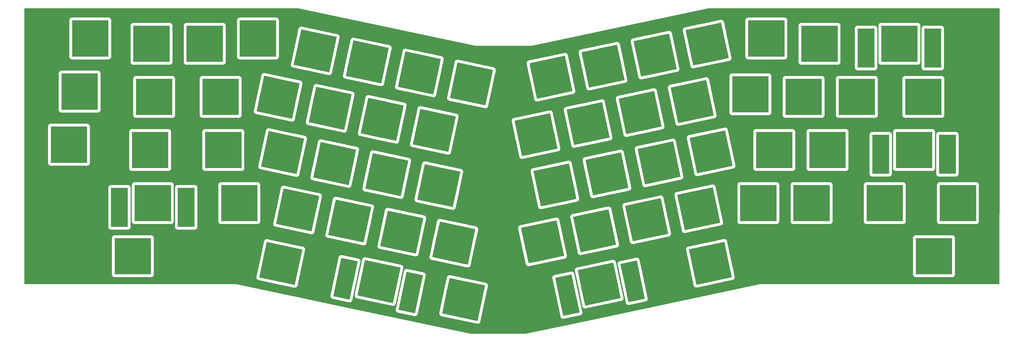
<source format=gbr>
%TF.GenerationSoftware,KiCad,Pcbnew,9.0.5*%
%TF.CreationDate,2025-12-02T00:12:30+01:00*%
%TF.ProjectId,Alice plate,416c6963-6520-4706-9c61-74652e6b6963,rev?*%
%TF.SameCoordinates,Original*%
%TF.FileFunction,Copper,L1,Top*%
%TF.FilePolarity,Positive*%
%FSLAX46Y46*%
G04 Gerber Fmt 4.6, Leading zero omitted, Abs format (unit mm)*
G04 Created by KiCad (PCBNEW 9.0.5) date 2025-12-02 00:12:30*
%MOMM*%
%LPD*%
G01*
G04 APERTURE LIST*
G04 APERTURE END LIST*
%TA.AperFunction,NonConductor*%
G36*
X83292433Y-35438226D02*
G01*
X83292439Y-35438228D01*
X85476873Y-35438234D01*
X132548420Y-35438379D01*
X132574183Y-35441088D01*
X189662152Y-47575700D01*
X195976466Y-48917870D01*
X195997148Y-48922266D01*
X196048144Y-48935931D01*
X196061432Y-48935931D01*
X196074426Y-48938693D01*
X196123892Y-48936101D01*
X196130380Y-48935931D01*
X215944932Y-48935931D01*
X215997654Y-48938694D01*
X216010653Y-48935931D01*
X216023938Y-48935931D01*
X216071838Y-48923095D01*
X216078058Y-48921602D01*
X224190241Y-47197304D01*
X251625363Y-47197304D01*
X251629545Y-47256911D01*
X251629691Y-47259332D01*
X251632709Y-47319070D01*
X251633402Y-47322849D01*
X251635132Y-47336538D01*
X251637063Y-47364070D01*
X251637197Y-47379231D01*
X251635752Y-47406819D01*
X251635752Y-47406826D01*
X251640386Y-47428632D01*
X251642187Y-47437103D01*
X251644354Y-47467977D01*
X251655826Y-47501270D01*
X251657406Y-47508703D01*
X251657406Y-47508704D01*
X252995467Y-53803786D01*
X252995469Y-53803795D01*
X252996526Y-53808769D01*
X252996820Y-53810149D01*
X252996820Y-53810152D01*
X253396501Y-55690504D01*
X254336397Y-60112369D01*
X254336995Y-60115360D01*
X254338772Y-60124868D01*
X254338657Y-60127583D01*
X254342548Y-60145063D01*
X254342940Y-60147156D01*
X254342827Y-60148272D01*
X254344836Y-60162631D01*
X254345767Y-60178391D01*
X254345769Y-60178401D01*
X254356521Y-60210765D01*
X254359880Y-60222905D01*
X254359984Y-60223372D01*
X254360238Y-60224537D01*
X254366521Y-60254087D01*
X254367298Y-60256215D01*
X254374607Y-60270226D01*
X254382341Y-60288478D01*
X254400779Y-60343969D01*
X254401076Y-60344875D01*
X254420486Y-60405076D01*
X254421700Y-60407635D01*
X254422341Y-60408986D01*
X254422421Y-60409108D01*
X254422423Y-60409112D01*
X254438277Y-60433175D01*
X254457242Y-60461962D01*
X254457841Y-60462881D01*
X254492707Y-60516836D01*
X254499535Y-60528814D01*
X254501255Y-60532266D01*
X254534727Y-60581903D01*
X254536046Y-60583903D01*
X254543376Y-60595246D01*
X254568461Y-60634066D01*
X254570935Y-60636975D01*
X254572197Y-60638459D01*
X254572395Y-60638659D01*
X254574934Y-60641529D01*
X254574938Y-60641535D01*
X254593942Y-60658059D01*
X254620045Y-60680757D01*
X254621859Y-60682366D01*
X254666194Y-60722466D01*
X254669355Y-60724649D01*
X254680256Y-60733110D01*
X254727591Y-60774268D01*
X254728543Y-60775105D01*
X254775552Y-60816831D01*
X254776979Y-60817776D01*
X254778044Y-60818488D01*
X254779541Y-60819501D01*
X254779704Y-60819580D01*
X254779706Y-60819582D01*
X254836115Y-60847103D01*
X254837141Y-60847610D01*
X254848141Y-60853117D01*
X254931435Y-60894816D01*
X254931437Y-60894817D01*
X254931961Y-60895079D01*
X254988586Y-60924059D01*
X254990786Y-60924529D01*
X254992812Y-60925544D01*
X254992818Y-60925545D01*
X254992820Y-60925546D01*
X255028650Y-60932896D01*
X255054743Y-60938249D01*
X255055655Y-60938439D01*
X255118710Y-60951960D01*
X255132010Y-60955597D01*
X255135652Y-60956814D01*
X255135653Y-60956814D01*
X255135657Y-60956816D01*
X255194394Y-60968212D01*
X255196710Y-60968685D01*
X255255177Y-60981223D01*
X255258980Y-60981529D01*
X255258979Y-60981529D01*
X255260920Y-60981685D01*
X255261223Y-60981687D01*
X255265020Y-60981917D01*
X255265028Y-60981919D01*
X255324749Y-60977722D01*
X255326967Y-60977588D01*
X255386793Y-60974561D01*
X255386800Y-60974558D01*
X255390546Y-60973871D01*
X255404244Y-60972138D01*
X255430263Y-60970310D01*
X255431765Y-60970205D01*
X255446943Y-60970070D01*
X255465888Y-60971063D01*
X255474505Y-60971515D01*
X255474505Y-60971514D01*
X255474506Y-60971515D01*
X255504806Y-60965074D01*
X255535702Y-60962904D01*
X255568976Y-60951434D01*
X260956450Y-59806291D01*
X286913720Y-59806291D01*
X286913720Y-59806296D01*
X286916800Y-59831101D01*
X286917080Y-59833351D01*
X286918025Y-59848632D01*
X286918025Y-72753041D01*
X286915979Y-72775473D01*
X286914364Y-72784249D01*
X286914364Y-72784256D01*
X286917630Y-72825065D01*
X286917714Y-72826177D01*
X286918025Y-72830558D01*
X286918025Y-72875901D01*
X286922403Y-72892243D01*
X286923244Y-72904088D01*
X286922472Y-72907626D01*
X286923503Y-72916442D01*
X286922769Y-72941872D01*
X286922770Y-72941884D01*
X286926927Y-72959408D01*
X286929878Y-72978124D01*
X286931315Y-72996073D01*
X286942007Y-73026141D01*
X286945829Y-73039081D01*
X286946136Y-73040376D01*
X286948657Y-73054712D01*
X286952007Y-73083642D01*
X286959669Y-73102989D01*
X286959766Y-73103236D01*
X286962995Y-73111442D01*
X286969830Y-73140248D01*
X286986466Y-73171087D01*
X286989191Y-73178010D01*
X286989463Y-73181050D01*
X286993691Y-73191744D01*
X287000652Y-73218093D01*
X287011170Y-73236458D01*
X287011319Y-73236719D01*
X287015640Y-73244307D01*
X287026650Y-73272105D01*
X287047314Y-73299923D01*
X287051037Y-73306460D01*
X287051750Y-73309479D01*
X287057475Y-73319485D01*
X287061954Y-73330064D01*
X287067954Y-73344239D01*
X287067956Y-73344243D01*
X287081136Y-73361147D01*
X287090947Y-73375762D01*
X287099658Y-73390973D01*
X287101598Y-73394359D01*
X287121672Y-73414575D01*
X287131469Y-73425699D01*
X287142318Y-73439613D01*
X287146073Y-73444691D01*
X287174760Y-73485621D01*
X287175282Y-73486190D01*
X287192082Y-73503596D01*
X287192615Y-73504121D01*
X287232505Y-73534241D01*
X287237447Y-73538175D01*
X287276472Y-73570892D01*
X287286655Y-73580455D01*
X287288651Y-73582553D01*
X287288655Y-73582558D01*
X287314019Y-73603050D01*
X287335504Y-73620409D01*
X287337193Y-73621799D01*
X287383396Y-73660534D01*
X287383401Y-73660536D01*
X287385825Y-73662079D01*
X287385830Y-73662082D01*
X287388193Y-73663586D01*
X287388194Y-73663587D01*
X287388334Y-73663676D01*
X287388705Y-73663875D01*
X287391156Y-73665372D01*
X287391163Y-73665378D01*
X287427984Y-73681722D01*
X287446168Y-73689795D01*
X287446910Y-73690127D01*
X287447572Y-73690426D01*
X287502857Y-73716177D01*
X287505664Y-73716670D01*
X287515263Y-73721007D01*
X287517339Y-73722791D01*
X287517996Y-73723083D01*
X287518016Y-73723037D01*
X287525500Y-73726201D01*
X287525502Y-73726203D01*
X287581247Y-73749774D01*
X287583072Y-73750566D01*
X287614167Y-73764369D01*
X287638268Y-73775068D01*
X287638270Y-73775068D01*
X287638278Y-73775072D01*
X287638285Y-73775073D01*
X287640759Y-73775803D01*
X287640758Y-73775803D01*
X287643654Y-73776657D01*
X287643703Y-73776671D01*
X287643963Y-73776747D01*
X287644368Y-73776835D01*
X287646879Y-73777527D01*
X287646881Y-73777528D01*
X287700213Y-73784948D01*
X287706638Y-73785842D01*
X287708786Y-73786159D01*
X287768462Y-73795544D01*
X287768464Y-73795543D01*
X287768466Y-73795544D01*
X287771086Y-73795610D01*
X287785071Y-73796754D01*
X287791131Y-73797597D01*
X287811288Y-73800401D01*
X287826290Y-73803442D01*
X287852633Y-73810501D01*
X287852635Y-73810501D01*
X287883876Y-73810501D01*
X287914818Y-73814806D01*
X287949484Y-73810501D01*
X300871410Y-73810501D01*
X300890001Y-73811902D01*
X300908598Y-73814723D01*
X300946376Y-73810501D01*
X300984387Y-73810501D01*
X301011584Y-73803213D01*
X301081761Y-73795370D01*
X301082667Y-73795273D01*
X301145466Y-73788835D01*
X301145469Y-73788833D01*
X301148257Y-73788172D01*
X301148266Y-73788170D01*
X301149800Y-73787805D01*
X301149936Y-73787751D01*
X301149942Y-73787751D01*
X301208972Y-73764644D01*
X301209514Y-73764435D01*
X301269841Y-73741454D01*
X301282998Y-73737265D01*
X301286684Y-73736313D01*
X301286694Y-73736312D01*
X301342234Y-73713900D01*
X301344280Y-73713097D01*
X301400265Y-73691772D01*
X301400270Y-73691768D01*
X301403619Y-73689961D01*
X301403622Y-73689960D01*
X301405357Y-73689023D01*
X301405615Y-73688858D01*
X301408899Y-73687001D01*
X301408905Y-73686999D01*
X301456711Y-73651007D01*
X301458505Y-73649683D01*
X301507078Y-73614583D01*
X301507086Y-73614571D01*
X301509844Y-73611969D01*
X301520395Y-73603061D01*
X301570610Y-73565258D01*
X301571421Y-73564654D01*
X301621922Y-73527457D01*
X301621925Y-73527453D01*
X301622076Y-73527342D01*
X301623426Y-73526018D01*
X301623435Y-73526009D01*
X301625703Y-73523782D01*
X301625712Y-73523776D01*
X301664499Y-73474174D01*
X301665035Y-73473497D01*
X301730974Y-73390973D01*
X301771160Y-73341603D01*
X301772099Y-73339505D01*
X301773539Y-73337704D01*
X301786312Y-73308502D01*
X301798862Y-73279810D01*
X301799276Y-73278877D01*
X301825592Y-73220168D01*
X301831931Y-73207904D01*
X301833875Y-73204604D01*
X301833883Y-73204595D01*
X301857269Y-73149556D01*
X301858213Y-73147393D01*
X301882683Y-73092806D01*
X301882683Y-73092802D01*
X301882685Y-73092799D01*
X301883781Y-73089134D01*
X301884337Y-73087270D01*
X301884399Y-73086988D01*
X301885418Y-73083315D01*
X301885422Y-73083307D01*
X301893940Y-73022873D01*
X301903627Y-72962697D01*
X301903118Y-72957742D01*
X301908785Y-72917534D01*
X301911793Y-72902767D01*
X301918995Y-72875893D01*
X301918995Y-72845098D01*
X301923293Y-72814603D01*
X301918995Y-72779484D01*
X301918995Y-60758790D01*
X305963708Y-60758790D01*
X305963708Y-60758795D01*
X305967068Y-60785850D01*
X305968013Y-60801131D01*
X305968013Y-73705539D01*
X305965967Y-73727972D01*
X305964351Y-73736753D01*
X305964351Y-73736758D01*
X305967618Y-73777573D01*
X305967702Y-73778683D01*
X305968013Y-73783062D01*
X305968013Y-73828400D01*
X305972393Y-73844746D01*
X305973234Y-73856589D01*
X305972461Y-73860131D01*
X305973493Y-73868951D01*
X305972758Y-73894382D01*
X305976916Y-73911910D01*
X305979868Y-73930631D01*
X305981305Y-73948579D01*
X305981306Y-73948584D01*
X305991991Y-73978632D01*
X305995810Y-73991556D01*
X305996121Y-73992867D01*
X305998645Y-74007218D01*
X306001995Y-74036143D01*
X306005615Y-74045282D01*
X306009122Y-74054139D01*
X306009656Y-74055486D01*
X306009755Y-74055739D01*
X306012983Y-74063944D01*
X306019818Y-74092752D01*
X306036451Y-74123584D01*
X306039179Y-74130516D01*
X306039451Y-74133556D01*
X306043677Y-74144245D01*
X306050636Y-74170586D01*
X306050640Y-74170595D01*
X306061157Y-74188961D01*
X306061303Y-74189216D01*
X306065625Y-74196806D01*
X306076636Y-74224606D01*
X306097299Y-74252423D01*
X306101026Y-74258968D01*
X306101739Y-74261986D01*
X306107462Y-74271989D01*
X306117943Y-74296747D01*
X306117946Y-74296751D01*
X306131117Y-74313643D01*
X306140935Y-74328269D01*
X306151577Y-74346853D01*
X306151578Y-74346854D01*
X306151580Y-74346857D01*
X306171664Y-74367084D01*
X306181450Y-74378195D01*
X306192305Y-74392115D01*
X306196056Y-74397187D01*
X306208483Y-74414919D01*
X306224742Y-74438118D01*
X306225257Y-74438680D01*
X306242056Y-74456086D01*
X306242607Y-74456628D01*
X306282500Y-74486750D01*
X306287419Y-74490664D01*
X306326468Y-74523401D01*
X306336640Y-74532956D01*
X306338633Y-74535051D01*
X306338639Y-74535059D01*
X306338644Y-74535063D01*
X306338645Y-74535064D01*
X306385517Y-74572933D01*
X306387216Y-74574331D01*
X306417383Y-74599622D01*
X306433381Y-74613035D01*
X306435801Y-74614575D01*
X306435802Y-74614575D01*
X306438183Y-74616090D01*
X306438189Y-74616094D01*
X306438324Y-74616180D01*
X306438688Y-74616375D01*
X306441146Y-74617877D01*
X306441148Y-74617879D01*
X306496263Y-74642344D01*
X306496942Y-74642649D01*
X306497592Y-74642942D01*
X306552840Y-74668677D01*
X306555644Y-74669170D01*
X306565248Y-74673509D01*
X306567323Y-74675292D01*
X306567980Y-74675584D01*
X306568000Y-74675538D01*
X306575486Y-74678703D01*
X306575487Y-74678704D01*
X306631092Y-74702216D01*
X306633084Y-74703079D01*
X306688261Y-74727572D01*
X306688265Y-74727572D01*
X306690779Y-74728315D01*
X306690785Y-74728317D01*
X306693608Y-74729150D01*
X306693895Y-74729234D01*
X306694342Y-74729331D01*
X306696858Y-74730024D01*
X306696866Y-74730028D01*
X306757748Y-74738498D01*
X306818445Y-74748042D01*
X306822925Y-74747565D01*
X306835030Y-74749249D01*
X306861297Y-74752903D01*
X306876281Y-74755941D01*
X306902621Y-74763000D01*
X306933865Y-74763000D01*
X306964809Y-74767305D01*
X306999475Y-74763000D01*
X319921428Y-74763000D01*
X319940019Y-74764401D01*
X319958616Y-74767222D01*
X319996394Y-74763000D01*
X320034405Y-74763000D01*
X320061602Y-74755712D01*
X320131779Y-74747869D01*
X320132685Y-74747772D01*
X320195484Y-74741334D01*
X320195487Y-74741332D01*
X320198293Y-74740667D01*
X320199817Y-74740304D01*
X320199952Y-74740250D01*
X320199960Y-74740250D01*
X320258990Y-74717143D01*
X320259532Y-74716934D01*
X320319859Y-74693953D01*
X320333016Y-74689764D01*
X320336702Y-74688812D01*
X320336712Y-74688811D01*
X320392252Y-74666399D01*
X320394298Y-74665596D01*
X320450283Y-74644271D01*
X320450288Y-74644267D01*
X320453637Y-74642460D01*
X320453640Y-74642459D01*
X320455375Y-74641522D01*
X320455633Y-74641357D01*
X320458917Y-74639500D01*
X320458923Y-74639498D01*
X320506729Y-74603506D01*
X320508523Y-74602182D01*
X320557096Y-74567082D01*
X320557104Y-74567070D01*
X320559862Y-74564468D01*
X320570413Y-74555560D01*
X320620628Y-74517757D01*
X320621439Y-74517153D01*
X320671940Y-74479956D01*
X320671943Y-74479952D01*
X320672094Y-74479841D01*
X320673444Y-74478517D01*
X320673453Y-74478508D01*
X320675721Y-74476281D01*
X320675730Y-74476275D01*
X320714517Y-74426673D01*
X320715056Y-74425993D01*
X320780992Y-74343472D01*
X320821178Y-74294102D01*
X320822118Y-74292003D01*
X320823555Y-74290205D01*
X320823555Y-74290202D01*
X320823559Y-74290199D01*
X320848950Y-74232152D01*
X320849210Y-74231563D01*
X320875617Y-74172652D01*
X320881948Y-74160405D01*
X320883893Y-74157103D01*
X320883901Y-74157094D01*
X320907301Y-74102024D01*
X320908235Y-74099884D01*
X320932701Y-74045305D01*
X320932701Y-74045301D01*
X320932703Y-74045298D01*
X320933799Y-74041633D01*
X320933800Y-74041629D01*
X320934353Y-74039778D01*
X320934417Y-74039486D01*
X320935435Y-74035816D01*
X320935440Y-74035806D01*
X320943952Y-73975410D01*
X320953645Y-73915196D01*
X320953136Y-73910241D01*
X320958803Y-73870033D01*
X320961811Y-73855266D01*
X320969013Y-73828392D01*
X320969013Y-73797597D01*
X320973311Y-73767102D01*
X320969013Y-73731983D01*
X320969013Y-60809574D01*
X320970414Y-60790989D01*
X320972088Y-60779943D01*
X320973235Y-60772380D01*
X320971716Y-60758790D01*
X325013696Y-60758790D01*
X325013696Y-60758795D01*
X325017056Y-60785850D01*
X325018001Y-60801130D01*
X325018001Y-73696608D01*
X325018001Y-73716852D01*
X325014339Y-73736758D01*
X325018001Y-73782508D01*
X325018001Y-73828400D01*
X325019309Y-73833282D01*
X325023040Y-73854330D01*
X325023692Y-73861633D01*
X325022747Y-73894383D01*
X325028963Y-73920592D01*
X325029759Y-73929487D01*
X325029712Y-73929720D01*
X325029856Y-73930631D01*
X325031293Y-73948579D01*
X325031294Y-73948584D01*
X325041979Y-73978632D01*
X325045798Y-73991556D01*
X325046109Y-73992867D01*
X325048633Y-74007218D01*
X325051983Y-74036143D01*
X325055603Y-74045282D01*
X325059110Y-74054139D01*
X325059644Y-74055486D01*
X325059743Y-74055739D01*
X325062971Y-74063944D01*
X325069806Y-74092752D01*
X325086439Y-74123584D01*
X325089167Y-74130516D01*
X325089439Y-74133556D01*
X325093665Y-74144245D01*
X325100624Y-74170586D01*
X325100628Y-74170595D01*
X325111145Y-74188961D01*
X325111291Y-74189216D01*
X325115613Y-74196806D01*
X325126624Y-74224606D01*
X325147287Y-74252423D01*
X325151014Y-74258968D01*
X325151727Y-74261986D01*
X325157450Y-74271989D01*
X325167931Y-74296747D01*
X325167934Y-74296751D01*
X325181105Y-74313643D01*
X325190923Y-74328269D01*
X325201565Y-74346853D01*
X325201566Y-74346854D01*
X325201568Y-74346857D01*
X325221652Y-74367084D01*
X325231438Y-74378195D01*
X325242293Y-74392115D01*
X325246044Y-74397187D01*
X325258471Y-74414919D01*
X325274730Y-74438118D01*
X325275245Y-74438680D01*
X325292044Y-74456086D01*
X325292595Y-74456628D01*
X325332488Y-74486750D01*
X325337407Y-74490664D01*
X325376456Y-74523401D01*
X325386628Y-74532956D01*
X325388621Y-74535051D01*
X325388627Y-74535059D01*
X325388632Y-74535063D01*
X325388633Y-74535064D01*
X325435505Y-74572933D01*
X325437204Y-74574331D01*
X325467371Y-74599622D01*
X325483369Y-74613035D01*
X325485789Y-74614575D01*
X325485790Y-74614575D01*
X325488171Y-74616090D01*
X325488177Y-74616094D01*
X325488312Y-74616180D01*
X325488676Y-74616375D01*
X325491134Y-74617877D01*
X325491136Y-74617879D01*
X325546251Y-74642344D01*
X325546930Y-74642649D01*
X325547580Y-74642942D01*
X325602828Y-74668677D01*
X325605632Y-74669170D01*
X325615236Y-74673509D01*
X325617311Y-74675292D01*
X325617968Y-74675584D01*
X325617988Y-74675538D01*
X325625474Y-74678703D01*
X325625475Y-74678704D01*
X325681080Y-74702216D01*
X325683072Y-74703079D01*
X325738249Y-74727572D01*
X325738253Y-74727572D01*
X325740767Y-74728315D01*
X325740773Y-74728317D01*
X325743596Y-74729150D01*
X325743883Y-74729234D01*
X325744330Y-74729331D01*
X325746846Y-74730024D01*
X325746854Y-74730028D01*
X325807736Y-74738498D01*
X325868433Y-74748042D01*
X325872913Y-74747565D01*
X325885018Y-74749249D01*
X325911285Y-74752903D01*
X325926269Y-74755941D01*
X325952609Y-74763000D01*
X325983853Y-74763000D01*
X326014797Y-74767305D01*
X326049463Y-74763000D01*
X338971416Y-74763000D01*
X338990007Y-74764401D01*
X339008604Y-74767222D01*
X339046382Y-74763000D01*
X339084393Y-74763000D01*
X339111590Y-74755712D01*
X339181767Y-74747869D01*
X339182673Y-74747772D01*
X339245472Y-74741334D01*
X339245475Y-74741332D01*
X339248281Y-74740667D01*
X339249805Y-74740304D01*
X339249940Y-74740250D01*
X339249948Y-74740250D01*
X339308978Y-74717143D01*
X339309520Y-74716934D01*
X339369847Y-74693953D01*
X339383004Y-74689764D01*
X339386690Y-74688812D01*
X339386700Y-74688811D01*
X339442240Y-74666399D01*
X339444286Y-74665596D01*
X339500271Y-74644271D01*
X339500276Y-74644267D01*
X339503625Y-74642460D01*
X339503628Y-74642459D01*
X339505363Y-74641522D01*
X339505621Y-74641357D01*
X339508905Y-74639500D01*
X339508911Y-74639498D01*
X339556717Y-74603506D01*
X339558511Y-74602182D01*
X339607084Y-74567082D01*
X339607092Y-74567070D01*
X339609850Y-74564468D01*
X339620401Y-74555560D01*
X339670616Y-74517757D01*
X339671427Y-74517153D01*
X339721928Y-74479956D01*
X339721931Y-74479952D01*
X339722082Y-74479841D01*
X339723432Y-74478517D01*
X339723441Y-74478508D01*
X339725709Y-74476281D01*
X339725718Y-74476275D01*
X339764505Y-74426673D01*
X339765044Y-74425993D01*
X339830980Y-74343472D01*
X339871166Y-74294102D01*
X339872106Y-74292003D01*
X339873543Y-74290205D01*
X339873543Y-74290202D01*
X339873547Y-74290199D01*
X339898938Y-74232152D01*
X339899198Y-74231563D01*
X339925605Y-74172652D01*
X339931936Y-74160405D01*
X339933881Y-74157103D01*
X339933889Y-74157094D01*
X339957289Y-74102024D01*
X339958223Y-74099884D01*
X339982689Y-74045305D01*
X339982689Y-74045301D01*
X339982691Y-74045298D01*
X339983787Y-74041633D01*
X339983788Y-74041629D01*
X339984341Y-74039778D01*
X339984405Y-74039486D01*
X339985423Y-74035816D01*
X339985428Y-74035806D01*
X339993940Y-73975410D01*
X340003633Y-73915196D01*
X340003124Y-73910241D01*
X340008791Y-73870033D01*
X340011799Y-73855266D01*
X340019001Y-73828392D01*
X340019001Y-73806290D01*
X340019470Y-73795520D01*
X340019755Y-73792242D01*
X340023299Y-73767102D01*
X340021543Y-73752753D01*
X348825788Y-73752753D01*
X348826310Y-73757413D01*
X348826310Y-73757414D01*
X348826579Y-73759818D01*
X348829533Y-73786186D01*
X348829730Y-73787939D01*
X348830501Y-73801745D01*
X348830501Y-73830329D01*
X348830768Y-73833953D01*
X348831161Y-73836601D01*
X348834934Y-73849812D01*
X348838930Y-73870055D01*
X348845208Y-73926087D01*
X348845325Y-73927175D01*
X348851804Y-73990013D01*
X348852422Y-73992611D01*
X348852442Y-73992690D01*
X348852803Y-73994211D01*
X348864876Y-74025030D01*
X348872811Y-74045286D01*
X348875879Y-74053116D01*
X348876211Y-74053974D01*
X348895369Y-74104181D01*
X348899255Y-74114364D01*
X348903447Y-74127503D01*
X348904404Y-74131203D01*
X348905355Y-74133556D01*
X348921159Y-74172660D01*
X348926796Y-74186606D01*
X348927678Y-74188853D01*
X348944249Y-74232279D01*
X348949012Y-74244760D01*
X348950820Y-74248106D01*
X348951744Y-74249816D01*
X348951915Y-74250082D01*
X348953786Y-74253388D01*
X348953787Y-74253390D01*
X348989804Y-74301177D01*
X348991167Y-74303023D01*
X349026259Y-74351525D01*
X349026262Y-74351527D01*
X349028877Y-74354294D01*
X349037788Y-74364840D01*
X349075533Y-74414919D01*
X349076291Y-74415935D01*
X349084584Y-74427175D01*
X349113523Y-74466398D01*
X349113524Y-74466399D01*
X349113635Y-74466549D01*
X349114865Y-74467801D01*
X349115739Y-74468700D01*
X349116973Y-74469981D01*
X349117124Y-74470099D01*
X349117125Y-74470100D01*
X349149540Y-74495420D01*
X349166509Y-74508675D01*
X349167489Y-74509448D01*
X349199591Y-74535056D01*
X349239744Y-74567087D01*
X349250306Y-74575512D01*
X349299765Y-74615690D01*
X349301825Y-74616611D01*
X349303588Y-74618017D01*
X349361582Y-74643330D01*
X349362276Y-74643637D01*
X349421248Y-74670001D01*
X349433513Y-74676326D01*
X349436820Y-74678271D01*
X349436823Y-74678272D01*
X349436824Y-74678273D01*
X349491951Y-74701635D01*
X349494053Y-74702550D01*
X349538957Y-74722626D01*
X349548667Y-74726967D01*
X349552329Y-74728058D01*
X349552330Y-74728058D01*
X349554183Y-74728609D01*
X349554475Y-74728673D01*
X349558157Y-74729691D01*
X349558162Y-74729694D01*
X349617464Y-74737992D01*
X349619702Y-74738328D01*
X349678795Y-74747782D01*
X349678809Y-74747780D01*
X349682629Y-74747887D01*
X349696363Y-74749034D01*
X349723632Y-74752851D01*
X349738525Y-74755876D01*
X349765109Y-74763000D01*
X349765111Y-74763000D01*
X349796149Y-74763000D01*
X349826889Y-74767302D01*
X349861760Y-74763000D01*
X362756846Y-74763000D01*
X362771014Y-74763812D01*
X362772833Y-74764020D01*
X362772834Y-74764021D01*
X362772834Y-74764020D01*
X362772835Y-74764021D01*
X362786258Y-74763801D01*
X362806972Y-74765198D01*
X362820255Y-74767223D01*
X362851471Y-74763756D01*
X362861937Y-74763042D01*
X362863554Y-74763000D01*
X362896893Y-74763000D01*
X362900469Y-74762041D01*
X362904521Y-74761936D01*
X362905078Y-74761853D01*
X362905088Y-74761853D01*
X362918272Y-74758087D01*
X362938624Y-74754079D01*
X362993943Y-74747937D01*
X362994605Y-74747867D01*
X363057540Y-74741444D01*
X363057549Y-74741440D01*
X363060283Y-74740793D01*
X363061764Y-74740441D01*
X363061882Y-74740394D01*
X363061888Y-74740394D01*
X363120841Y-74717366D01*
X363121666Y-74717049D01*
X363181934Y-74694121D01*
X363195087Y-74689940D01*
X363198781Y-74688987D01*
X363198794Y-74688986D01*
X363254328Y-74666603D01*
X363256394Y-74665794D01*
X363312369Y-74644502D01*
X363312371Y-74644500D01*
X363315741Y-74642684D01*
X363315745Y-74642681D01*
X363317462Y-74641754D01*
X363317715Y-74641593D01*
X363321016Y-74639728D01*
X363321025Y-74639725D01*
X363368819Y-74603774D01*
X363370645Y-74602427D01*
X363419217Y-74567361D01*
X363419220Y-74567356D01*
X363422004Y-74564731D01*
X363432561Y-74555828D01*
X363435919Y-74553302D01*
X363482751Y-74518074D01*
X363483642Y-74517411D01*
X363534185Y-74480197D01*
X363534186Y-74480195D01*
X363534328Y-74480091D01*
X363535615Y-74478829D01*
X363535639Y-74478806D01*
X363537874Y-74476613D01*
X363537883Y-74476607D01*
X363576766Y-74426927D01*
X363577359Y-74426179D01*
X363577601Y-74425877D01*
X363643517Y-74343410D01*
X363683679Y-74294066D01*
X363684598Y-74292013D01*
X363686008Y-74290250D01*
X363686008Y-74290248D01*
X363686010Y-74290247D01*
X363711378Y-74232279D01*
X363711781Y-74231369D01*
X363738114Y-74172615D01*
X363744453Y-74160354D01*
X363746382Y-74157081D01*
X363746391Y-74157070D01*
X363769781Y-74102024D01*
X363770752Y-74099799D01*
X363795197Y-74045264D01*
X363795198Y-74045256D01*
X363796287Y-74041615D01*
X363796292Y-74041599D01*
X363796848Y-74039737D01*
X363796915Y-74039432D01*
X363797925Y-74035791D01*
X363797930Y-74035782D01*
X363806283Y-73976508D01*
X363806614Y-73974317D01*
X363816137Y-73915154D01*
X363816136Y-73915145D01*
X363816246Y-73911336D01*
X363817407Y-73897589D01*
X363821289Y-73870040D01*
X363824302Y-73855255D01*
X363824336Y-73855129D01*
X363831501Y-73828392D01*
X363831501Y-73806290D01*
X363832715Y-73788982D01*
X363832830Y-73788172D01*
X363835799Y-73767104D01*
X363832419Y-73739482D01*
X363831501Y-73724423D01*
X363831501Y-60805630D01*
X363834662Y-60788494D01*
X363831501Y-60748760D01*
X363831501Y-60696610D01*
X363829870Y-60690523D01*
X363826172Y-60669849D01*
X363825475Y-60662314D01*
X363826393Y-60631591D01*
X363820221Y-60605466D01*
X363819423Y-60596827D01*
X363819485Y-60596509D01*
X363819288Y-60595254D01*
X363817848Y-60577144D01*
X363807218Y-60547207D01*
X363803384Y-60534185D01*
X363803107Y-60533010D01*
X363800614Y-60518736D01*
X363797292Y-60489799D01*
X363789552Y-60470200D01*
X363786332Y-60461995D01*
X363779525Y-60433175D01*
X363762915Y-60402314D01*
X363760200Y-60395395D01*
X363759930Y-60392351D01*
X363755714Y-60381656D01*
X363748781Y-60355307D01*
X363738031Y-60336493D01*
X363733817Y-60329077D01*
X363722834Y-60301264D01*
X363702192Y-60273421D01*
X363698477Y-60266882D01*
X363697765Y-60263860D01*
X363692053Y-60253852D01*
X363681594Y-60229079D01*
X363668434Y-60212168D01*
X363658631Y-60197532D01*
X363649301Y-60181203D01*
X363648008Y-60178939D01*
X363629797Y-60160564D01*
X363627948Y-60158698D01*
X363618161Y-60147564D01*
X363615276Y-60143856D01*
X363607314Y-60133624D01*
X363603563Y-60128541D01*
X363600223Y-60123766D01*
X363574932Y-60087604D01*
X363574929Y-60087601D01*
X363574403Y-60087026D01*
X363557631Y-60069617D01*
X363557088Y-60069081D01*
X363557085Y-60069077D01*
X363517229Y-60038921D01*
X363512296Y-60034987D01*
X363473291Y-60002222D01*
X363463113Y-59992644D01*
X363461119Y-59990543D01*
X363414317Y-59952657D01*
X363412579Y-59951224D01*
X363366460Y-59912483D01*
X363364013Y-59910922D01*
X363364004Y-59910917D01*
X363361667Y-59909426D01*
X363361665Y-59909423D01*
X363361537Y-59909342D01*
X363361159Y-59909139D01*
X363358693Y-59907628D01*
X363353577Y-59905351D01*
X363303623Y-59883119D01*
X363302918Y-59882802D01*
X363302261Y-59882504D01*
X363247054Y-59856725D01*
X363244246Y-59856228D01*
X363234653Y-59851883D01*
X363232578Y-59850096D01*
X363231915Y-59849801D01*
X363231896Y-59849846D01*
X363168864Y-59823122D01*
X363166850Y-59822247D01*
X363111682Y-59797695D01*
X363109157Y-59796948D01*
X363109157Y-59796947D01*
X363106450Y-59796146D01*
X363106403Y-59796133D01*
X363106058Y-59796031D01*
X363105612Y-59795934D01*
X363103086Y-59795234D01*
X363078538Y-59791795D01*
X363043244Y-59786849D01*
X363041160Y-59786538D01*
X362981521Y-59777101D01*
X362978884Y-59777033D01*
X362964920Y-59775876D01*
X362938403Y-59772161D01*
X362923516Y-59769135D01*
X362896896Y-59762002D01*
X362896893Y-59762002D01*
X362865889Y-59762002D01*
X362835191Y-59757701D01*
X362800285Y-59762002D01*
X349896893Y-59762002D01*
X349887320Y-59762002D01*
X349864949Y-59759967D01*
X349856014Y-59758328D01*
X349856012Y-59758328D01*
X349825728Y-59760766D01*
X349815359Y-59761602D01*
X349814191Y-59761690D01*
X349809798Y-59762002D01*
X349764621Y-59762002D01*
X349748324Y-59766367D01*
X349736482Y-59767209D01*
X349732941Y-59766437D01*
X349724118Y-59767469D01*
X349699144Y-59766747D01*
X349699138Y-59766748D01*
X349681458Y-59770942D01*
X349662802Y-59773888D01*
X349653456Y-59774641D01*
X349644691Y-59775347D01*
X349614780Y-59786000D01*
X349601844Y-59789827D01*
X349600695Y-59790100D01*
X349586301Y-59792635D01*
X349557379Y-59795985D01*
X349557373Y-59795987D01*
X349538035Y-59803645D01*
X349537784Y-59803744D01*
X349529575Y-59806973D01*
X349500766Y-59813809D01*
X349469934Y-59830441D01*
X349463003Y-59833169D01*
X349459961Y-59833441D01*
X349449278Y-59837665D01*
X349422931Y-59844626D01*
X349422924Y-59844629D01*
X349404545Y-59855153D01*
X349404297Y-59855295D01*
X349396705Y-59859618D01*
X349368912Y-59870627D01*
X349341093Y-59891290D01*
X349334554Y-59895015D01*
X349331534Y-59895728D01*
X349321531Y-59901452D01*
X349296766Y-59911936D01*
X349279865Y-59925113D01*
X349265251Y-59934923D01*
X349246654Y-59945574D01*
X349226440Y-59965645D01*
X349215318Y-59975441D01*
X349201386Y-59986304D01*
X349196308Y-59990059D01*
X349155395Y-60018733D01*
X349154876Y-60019209D01*
X349137363Y-60036113D01*
X349136885Y-60036597D01*
X349136882Y-60036601D01*
X349136879Y-60036604D01*
X349136877Y-60036607D01*
X349106754Y-60076499D01*
X349102821Y-60081441D01*
X349070112Y-60120455D01*
X349060555Y-60130631D01*
X349058451Y-60132632D01*
X349020605Y-60179471D01*
X349019180Y-60181203D01*
X348980471Y-60227374D01*
X348978903Y-60229839D01*
X348977441Y-60232134D01*
X348977429Y-60232155D01*
X348977346Y-60232284D01*
X348977154Y-60232643D01*
X348975630Y-60235136D01*
X348951199Y-60290172D01*
X348950867Y-60290913D01*
X348950554Y-60291603D01*
X348924830Y-60346831D01*
X348924335Y-60349639D01*
X348920000Y-60359236D01*
X348918219Y-60361307D01*
X348917919Y-60361983D01*
X348917963Y-60362002D01*
X348891278Y-60425106D01*
X348890422Y-60427083D01*
X348865933Y-60482251D01*
X348865930Y-60482258D01*
X348865184Y-60484787D01*
X348865180Y-60484801D01*
X348864353Y-60487600D01*
X348864350Y-60487613D01*
X348864275Y-60487866D01*
X348864183Y-60488293D01*
X348863474Y-60490862D01*
X348855154Y-60550644D01*
X348855155Y-60550645D01*
X348855001Y-60551753D01*
X348845459Y-60612437D01*
X348845934Y-60616918D01*
X348844250Y-60629029D01*
X348844249Y-60629037D01*
X348842510Y-60641536D01*
X348840600Y-60655267D01*
X348837558Y-60670270D01*
X348830501Y-60696605D01*
X348830501Y-60696609D01*
X348830501Y-60696610D01*
X348830501Y-60727851D01*
X348826196Y-60758792D01*
X348830501Y-60793459D01*
X348830501Y-73684667D01*
X348829690Y-73698829D01*
X348828999Y-73704834D01*
X348829224Y-73718577D01*
X348828528Y-73728966D01*
X348828689Y-73732290D01*
X348828362Y-73735742D01*
X348825788Y-73752753D01*
X340021543Y-73752753D01*
X340020485Y-73744112D01*
X340019919Y-73739482D01*
X340019001Y-73724421D01*
X340019001Y-60809574D01*
X340020402Y-60790989D01*
X340022076Y-60779943D01*
X340023223Y-60772380D01*
X340019769Y-60741485D01*
X340019001Y-60727709D01*
X340019001Y-60696612D01*
X340019001Y-60696610D01*
X340014124Y-60678409D01*
X340010669Y-60660103D01*
X340003857Y-60599172D01*
X340003775Y-60598419D01*
X339997312Y-60535425D01*
X339997311Y-60535424D01*
X339997297Y-60535281D01*
X339996923Y-60533767D01*
X339996668Y-60532714D01*
X339996285Y-60531104D01*
X339994898Y-60527560D01*
X339973218Y-60472181D01*
X339972898Y-60471353D01*
X339949921Y-60411055D01*
X339945735Y-60397911D01*
X339944781Y-60394218D01*
X339944780Y-60394208D01*
X339922383Y-60338720D01*
X339921531Y-60336548D01*
X339900233Y-60280651D01*
X339900230Y-60280648D01*
X339898414Y-60277282D01*
X339898401Y-60277258D01*
X339897496Y-60275582D01*
X339897331Y-60275324D01*
X339895457Y-60272008D01*
X339895455Y-60272003D01*
X339859451Y-60224190D01*
X339858103Y-60222363D01*
X339826327Y-60178398D01*
X339823036Y-60173845D01*
X339820392Y-60171045D01*
X339811502Y-60160513D01*
X339773815Y-60110464D01*
X339773149Y-60109570D01*
X339735810Y-60058886D01*
X339734580Y-60057633D01*
X339733689Y-60056717D01*
X339732388Y-60055364D01*
X339726744Y-60050951D01*
X339682861Y-60016641D01*
X339681923Y-60015899D01*
X339599935Y-59950400D01*
X339599935Y-59950401D01*
X339599476Y-59950034D01*
X339550096Y-59909840D01*
X339547971Y-59908887D01*
X339546157Y-59907438D01*
X339546155Y-59907437D01*
X339546154Y-59907436D01*
X339488440Y-59882196D01*
X339487405Y-59881738D01*
X339487347Y-59881712D01*
X339428645Y-59855398D01*
X339416386Y-59849062D01*
X339413092Y-59847119D01*
X339413089Y-59847117D01*
X339413084Y-59847115D01*
X339413081Y-59847113D01*
X339358030Y-59823718D01*
X339355808Y-59822748D01*
X339355667Y-59822685D01*
X339349419Y-59819884D01*
X339301296Y-59798312D01*
X339297592Y-59797205D01*
X339297585Y-59797203D01*
X339295809Y-59796671D01*
X339295508Y-59796606D01*
X339291791Y-59795573D01*
X339232620Y-59787234D01*
X339230219Y-59786872D01*
X339171182Y-59777368D01*
X339167339Y-59777258D01*
X339153609Y-59776097D01*
X339147064Y-59775174D01*
X339126047Y-59772212D01*
X339111266Y-59769202D01*
X339084396Y-59762002D01*
X339084393Y-59762002D01*
X339062296Y-59762002D01*
X339044989Y-59760788D01*
X339042496Y-59760436D01*
X339023109Y-59757703D01*
X338997907Y-59760788D01*
X338995487Y-59761084D01*
X338980427Y-59762002D01*
X326064151Y-59762002D01*
X326044243Y-59758340D01*
X325998499Y-59762002D01*
X325952607Y-59762002D01*
X325947712Y-59763313D01*
X325926674Y-59767042D01*
X325919369Y-59767695D01*
X325886625Y-59766750D01*
X325860419Y-59772965D01*
X325851526Y-59773761D01*
X325851292Y-59773714D01*
X325850382Y-59773858D01*
X325832423Y-59775296D01*
X325802352Y-59785989D01*
X325789441Y-59789804D01*
X325788160Y-59790108D01*
X325773799Y-59792635D01*
X325744864Y-59795987D01*
X325744861Y-59795987D01*
X325725521Y-59803647D01*
X325725270Y-59803746D01*
X325717060Y-59806976D01*
X325688255Y-59813810D01*
X325657418Y-59830444D01*
X325650490Y-59833171D01*
X325647450Y-59833443D01*
X325636762Y-59837669D01*
X325610417Y-59844629D01*
X325610408Y-59844633D01*
X325592038Y-59855152D01*
X325591788Y-59855295D01*
X325584195Y-59859619D01*
X325556402Y-59870628D01*
X325528588Y-59891287D01*
X325522045Y-59895014D01*
X325519028Y-59895726D01*
X325509024Y-59901451D01*
X325484263Y-59911933D01*
X325467360Y-59925112D01*
X325452749Y-59934920D01*
X325434147Y-59945574D01*
X325413928Y-59965651D01*
X325402797Y-59975453D01*
X325388895Y-59986291D01*
X325383825Y-59990040D01*
X325342891Y-60018729D01*
X325342883Y-60018737D01*
X325334575Y-60028645D01*
X325324381Y-60036595D01*
X325292365Y-60078992D01*
X325290333Y-60081417D01*
X325290331Y-60081418D01*
X325257607Y-60120450D01*
X325248057Y-60130620D01*
X325245948Y-60132625D01*
X325208075Y-60179499D01*
X325207334Y-60180415D01*
X325167972Y-60227367D01*
X325166024Y-60231546D01*
X325163124Y-60235137D01*
X325138698Y-60290160D01*
X325138367Y-60290899D01*
X325138038Y-60291625D01*
X325112327Y-60346827D01*
X325111833Y-60349632D01*
X325107496Y-60359233D01*
X325105718Y-60361300D01*
X325105417Y-60361980D01*
X325105461Y-60361999D01*
X325102298Y-60369476D01*
X325102298Y-60369478D01*
X325097149Y-60381656D01*
X325078790Y-60425071D01*
X325077918Y-60427083D01*
X325053426Y-60482259D01*
X325052687Y-60484761D01*
X325052688Y-60484762D01*
X325051868Y-60487540D01*
X325051862Y-60487564D01*
X325051770Y-60487875D01*
X325051676Y-60488311D01*
X325050973Y-60490858D01*
X325042652Y-60550646D01*
X325042653Y-60550647D01*
X325042491Y-60551807D01*
X325032959Y-60612435D01*
X325033434Y-60616911D01*
X325031749Y-60629025D01*
X325031749Y-60629035D01*
X325028098Y-60655274D01*
X325025056Y-60670277D01*
X325018001Y-60696604D01*
X325018001Y-60719267D01*
X325016818Y-60736354D01*
X325013696Y-60758790D01*
X320971716Y-60758790D01*
X320969781Y-60741485D01*
X320969013Y-60727709D01*
X320969013Y-60696612D01*
X320969013Y-60696610D01*
X320964136Y-60678409D01*
X320960681Y-60660103D01*
X320953869Y-60599172D01*
X320953787Y-60598419D01*
X320947324Y-60535425D01*
X320947323Y-60535424D01*
X320947309Y-60535281D01*
X320946935Y-60533767D01*
X320946680Y-60532714D01*
X320946297Y-60531104D01*
X320944910Y-60527560D01*
X320923230Y-60472181D01*
X320922910Y-60471353D01*
X320899933Y-60411055D01*
X320895747Y-60397911D01*
X320894793Y-60394218D01*
X320894792Y-60394208D01*
X320872395Y-60338720D01*
X320871543Y-60336548D01*
X320850245Y-60280651D01*
X320850242Y-60280648D01*
X320848426Y-60277282D01*
X320848413Y-60277258D01*
X320847508Y-60275582D01*
X320847343Y-60275324D01*
X320845469Y-60272008D01*
X320845467Y-60272003D01*
X320809463Y-60224190D01*
X320808115Y-60222363D01*
X320776339Y-60178398D01*
X320773048Y-60173845D01*
X320770404Y-60171045D01*
X320761514Y-60160513D01*
X320723827Y-60110464D01*
X320723161Y-60109570D01*
X320685822Y-60058886D01*
X320684592Y-60057633D01*
X320683701Y-60056717D01*
X320682400Y-60055364D01*
X320676756Y-60050951D01*
X320632873Y-60016641D01*
X320631935Y-60015899D01*
X320549947Y-59950400D01*
X320549947Y-59950401D01*
X320549488Y-59950034D01*
X320500108Y-59909840D01*
X320497983Y-59908887D01*
X320496169Y-59907438D01*
X320496167Y-59907437D01*
X320496166Y-59907436D01*
X320438452Y-59882196D01*
X320437417Y-59881738D01*
X320437359Y-59881712D01*
X320378657Y-59855398D01*
X320366398Y-59849062D01*
X320363104Y-59847119D01*
X320363101Y-59847117D01*
X320363096Y-59847115D01*
X320363093Y-59847113D01*
X320308042Y-59823718D01*
X320305820Y-59822748D01*
X320305679Y-59822685D01*
X320299431Y-59819884D01*
X320251308Y-59798312D01*
X320247604Y-59797205D01*
X320247597Y-59797203D01*
X320245821Y-59796671D01*
X320245520Y-59796606D01*
X320241803Y-59795573D01*
X320182632Y-59787234D01*
X320180231Y-59786872D01*
X320121194Y-59777368D01*
X320117351Y-59777258D01*
X320103621Y-59776097D01*
X320097076Y-59775174D01*
X320076059Y-59772212D01*
X320061278Y-59769202D01*
X320034408Y-59762002D01*
X320034405Y-59762002D01*
X320012308Y-59762002D01*
X319995001Y-59760788D01*
X319992508Y-59760436D01*
X319973121Y-59757703D01*
X319947919Y-59760788D01*
X319945499Y-59761084D01*
X319930439Y-59762002D01*
X307014163Y-59762002D01*
X306994255Y-59758340D01*
X306948511Y-59762002D01*
X306902619Y-59762002D01*
X306897724Y-59763313D01*
X306876686Y-59767042D01*
X306869381Y-59767695D01*
X306836637Y-59766750D01*
X306810431Y-59772965D01*
X306801538Y-59773761D01*
X306801304Y-59773714D01*
X306800394Y-59773858D01*
X306782435Y-59775296D01*
X306752364Y-59785989D01*
X306739453Y-59789804D01*
X306738172Y-59790108D01*
X306723811Y-59792635D01*
X306694876Y-59795987D01*
X306694873Y-59795987D01*
X306675533Y-59803647D01*
X306675282Y-59803746D01*
X306667072Y-59806976D01*
X306638267Y-59813810D01*
X306607430Y-59830444D01*
X306600502Y-59833171D01*
X306597462Y-59833443D01*
X306586774Y-59837669D01*
X306560429Y-59844629D01*
X306560420Y-59844633D01*
X306542050Y-59855152D01*
X306541800Y-59855295D01*
X306534207Y-59859619D01*
X306506414Y-59870628D01*
X306478600Y-59891287D01*
X306472057Y-59895014D01*
X306469040Y-59895726D01*
X306459036Y-59901451D01*
X306434275Y-59911933D01*
X306417372Y-59925112D01*
X306402761Y-59934920D01*
X306384159Y-59945574D01*
X306363940Y-59965651D01*
X306352809Y-59975453D01*
X306338907Y-59986291D01*
X306333837Y-59990040D01*
X306292903Y-60018729D01*
X306292895Y-60018737D01*
X306284587Y-60028645D01*
X306274393Y-60036595D01*
X306242377Y-60078992D01*
X306240345Y-60081417D01*
X306240343Y-60081418D01*
X306207619Y-60120450D01*
X306198069Y-60130620D01*
X306195960Y-60132625D01*
X306158087Y-60179499D01*
X306157346Y-60180415D01*
X306117984Y-60227367D01*
X306116036Y-60231546D01*
X306113136Y-60235137D01*
X306088710Y-60290160D01*
X306088379Y-60290899D01*
X306088050Y-60291625D01*
X306062339Y-60346827D01*
X306061845Y-60349632D01*
X306057508Y-60359233D01*
X306055730Y-60361300D01*
X306055429Y-60361980D01*
X306055473Y-60361999D01*
X306052310Y-60369476D01*
X306052310Y-60369478D01*
X306047161Y-60381656D01*
X306028802Y-60425071D01*
X306027930Y-60427083D01*
X306003438Y-60482259D01*
X306002699Y-60484761D01*
X306002700Y-60484762D01*
X306001880Y-60487540D01*
X306001874Y-60487564D01*
X306001782Y-60487875D01*
X306001688Y-60488311D01*
X306000985Y-60490858D01*
X305992664Y-60550646D01*
X305992665Y-60550647D01*
X305992503Y-60551807D01*
X305982971Y-60612435D01*
X305983446Y-60616911D01*
X305981761Y-60629025D01*
X305981761Y-60629035D01*
X305978110Y-60655274D01*
X305975068Y-60670277D01*
X305968013Y-60696604D01*
X305968013Y-60719267D01*
X305966830Y-60736354D01*
X305963708Y-60758790D01*
X301918995Y-60758790D01*
X301918995Y-59857078D01*
X301920396Y-59838492D01*
X301920486Y-59837901D01*
X301923217Y-59819885D01*
X301919763Y-59788989D01*
X301918995Y-59775212D01*
X301918995Y-59744110D01*
X301916730Y-59735658D01*
X301914119Y-59725917D01*
X301910663Y-59707610D01*
X301903860Y-59646756D01*
X301903745Y-59645676D01*
X301903699Y-59645231D01*
X301898976Y-59599199D01*
X301897291Y-59582777D01*
X301896910Y-59581234D01*
X301896651Y-59580164D01*
X301896281Y-59578609D01*
X301879449Y-59535614D01*
X301873222Y-59519708D01*
X301872824Y-59518676D01*
X301849917Y-59458559D01*
X301845730Y-59445411D01*
X301844775Y-59441712D01*
X301836026Y-59420037D01*
X301822366Y-59386195D01*
X301821530Y-59384063D01*
X301800226Y-59328150D01*
X301800221Y-59328143D01*
X301798408Y-59324783D01*
X301798407Y-59324780D01*
X301797493Y-59323087D01*
X301797330Y-59322833D01*
X301795451Y-59319509D01*
X301795450Y-59319506D01*
X301795447Y-59319502D01*
X301795446Y-59319500D01*
X301759494Y-59271755D01*
X301758053Y-59269802D01*
X301723028Y-59221342D01*
X301720394Y-59218553D01*
X301711495Y-59208011D01*
X301673842Y-59158007D01*
X301673065Y-59156964D01*
X301635806Y-59106387D01*
X301634576Y-59105135D01*
X301633685Y-59104219D01*
X301632383Y-59102865D01*
X301582891Y-59064169D01*
X301581872Y-59063363D01*
X301499858Y-58997843D01*
X301499452Y-58997519D01*
X301450090Y-58957340D01*
X301447969Y-58956389D01*
X301446155Y-58954940D01*
X301388291Y-58929633D01*
X301387319Y-58929202D01*
X301328653Y-58902905D01*
X301316389Y-58896566D01*
X301313085Y-58894618D01*
X301313084Y-58894617D01*
X301313081Y-58894616D01*
X301313080Y-58894615D01*
X301258052Y-58871231D01*
X301255828Y-58870260D01*
X301201292Y-58845814D01*
X301197582Y-58844705D01*
X301197554Y-58844697D01*
X301195802Y-58844172D01*
X301195507Y-58844108D01*
X301191799Y-58843078D01*
X301191796Y-58843077D01*
X301131394Y-58834563D01*
X301071182Y-58824871D01*
X301066233Y-58825377D01*
X301053608Y-58823598D01*
X301053606Y-58823598D01*
X301032338Y-58820601D01*
X301026045Y-58819714D01*
X301011264Y-58816704D01*
X300984387Y-58809503D01*
X300962290Y-58809503D01*
X300944983Y-58808289D01*
X300942490Y-58807937D01*
X300923103Y-58805204D01*
X300897901Y-58808289D01*
X300895481Y-58808585D01*
X300880421Y-58809503D01*
X287984417Y-58809503D01*
X287964160Y-58809503D01*
X287944253Y-58805841D01*
X287898508Y-58809503D01*
X287852617Y-58809503D01*
X287847726Y-58810813D01*
X287826688Y-58814542D01*
X287819385Y-58815194D01*
X287786641Y-58814250D01*
X287760437Y-58820466D01*
X287751537Y-58821262D01*
X287751302Y-58821215D01*
X287750392Y-58821359D01*
X287732444Y-58822796D01*
X287732443Y-58822796D01*
X287702376Y-58833488D01*
X287689473Y-58837301D01*
X287688184Y-58837607D01*
X287673810Y-58840136D01*
X287644891Y-58843485D01*
X287625543Y-58851148D01*
X287625289Y-58851248D01*
X287617083Y-58854476D01*
X287588273Y-58861312D01*
X287557435Y-58877947D01*
X287550510Y-58880672D01*
X287547468Y-58880944D01*
X287536785Y-58885168D01*
X287510438Y-58892129D01*
X287510437Y-58892129D01*
X287502690Y-58896566D01*
X287491927Y-58902729D01*
X287491814Y-58902794D01*
X287484226Y-58907115D01*
X287456426Y-58918126D01*
X287428608Y-58938789D01*
X287422064Y-58942516D01*
X287419048Y-58943228D01*
X287409045Y-58948952D01*
X287384280Y-58959436D01*
X287367382Y-58972611D01*
X287352771Y-58982419D01*
X287334171Y-58993072D01*
X287334166Y-58993075D01*
X287313949Y-59013150D01*
X287302828Y-59022944D01*
X287288926Y-59033784D01*
X287283847Y-59037541D01*
X287242912Y-59066230D01*
X287242904Y-59066238D01*
X287234597Y-59076147D01*
X287224400Y-59084099D01*
X287192384Y-59126498D01*
X287166843Y-59156964D01*
X287157628Y-59167955D01*
X287148070Y-59178132D01*
X287145963Y-59180135D01*
X287108131Y-59226961D01*
X287106704Y-59228695D01*
X287067992Y-59274872D01*
X287066419Y-59277343D01*
X287066408Y-59277360D01*
X287064947Y-59279653D01*
X287064874Y-59279766D01*
X287064675Y-59280138D01*
X287063145Y-59282641D01*
X287038715Y-59337673D01*
X287038386Y-59338409D01*
X287038056Y-59339139D01*
X287012349Y-59394330D01*
X287011854Y-59397141D01*
X287007519Y-59406738D01*
X287005736Y-59408811D01*
X287005438Y-59409482D01*
X287005484Y-59409502D01*
X287002322Y-59416978D01*
X287002322Y-59416979D01*
X286996837Y-59429951D01*
X286978810Y-59472581D01*
X286977938Y-59474593D01*
X286953452Y-59529757D01*
X286952701Y-59532303D01*
X286952697Y-59532314D01*
X286951893Y-59535036D01*
X286951891Y-59535044D01*
X286951795Y-59535367D01*
X286951698Y-59535819D01*
X286950997Y-59538359D01*
X286942684Y-59598112D01*
X286942362Y-59600285D01*
X286932982Y-59659939D01*
X286932916Y-59662568D01*
X286931772Y-59676538D01*
X286929623Y-59691983D01*
X286928122Y-59702775D01*
X286925081Y-59717776D01*
X286918025Y-59744110D01*
X286918025Y-59766768D01*
X286916842Y-59783855D01*
X286913720Y-59806291D01*
X260956450Y-59806291D01*
X261584367Y-59672823D01*
X261584375Y-59672823D01*
X261600569Y-59669380D01*
X261600571Y-59669381D01*
X268197768Y-58267103D01*
X268210296Y-58265105D01*
X268215471Y-58264549D01*
X268228183Y-58264258D01*
X268233978Y-58262561D01*
X268244169Y-58261467D01*
X268245551Y-58261202D01*
X268274715Y-58251528D01*
X268287974Y-58247930D01*
X268319337Y-58241265D01*
X268326018Y-58237860D01*
X268337394Y-58232768D01*
X268342351Y-58230841D01*
X268354661Y-58227239D01*
X268360026Y-58223974D01*
X268370219Y-58220014D01*
X268371821Y-58219877D01*
X268376084Y-58217904D01*
X268411162Y-58206268D01*
X268411835Y-58206048D01*
X268472113Y-58186654D01*
X268472118Y-58186650D01*
X268474668Y-58185444D01*
X268474670Y-58185443D01*
X268476084Y-58184773D01*
X268476198Y-58184697D01*
X268476200Y-58184697D01*
X268529121Y-58149865D01*
X268529714Y-58149479D01*
X268583940Y-58114485D01*
X268595927Y-58107663D01*
X268599352Y-58105958D01*
X268599362Y-58105955D01*
X268648994Y-58072529D01*
X268650951Y-58071239D01*
X268701199Y-58038813D01*
X268701206Y-58038805D01*
X268704090Y-58036356D01*
X268705617Y-58035058D01*
X268705821Y-58034857D01*
X268708659Y-58032349D01*
X268708670Y-58032342D01*
X268747955Y-57987215D01*
X268749478Y-57985499D01*
X268789659Y-57941131D01*
X268789661Y-57941125D01*
X268791840Y-57937976D01*
X268800306Y-57927080D01*
X268841570Y-57879681D01*
X268842154Y-57879017D01*
X268883947Y-57832000D01*
X268883949Y-57831995D01*
X268884068Y-57831862D01*
X268885021Y-57830426D01*
X268885736Y-57829360D01*
X268886761Y-57827846D01*
X268886841Y-57827680D01*
X268886844Y-57827678D01*
X268914368Y-57771349D01*
X268914936Y-57770202D01*
X268943618Y-57713007D01*
X268962361Y-57675632D01*
X268991397Y-57619007D01*
X268991875Y-57616779D01*
X268992901Y-57614735D01*
X268994743Y-57605790D01*
X269005645Y-57552833D01*
X269005839Y-57551909D01*
X269011206Y-57526976D01*
X269019402Y-57488897D01*
X269023055Y-57475585D01*
X269024262Y-57471978D01*
X269024267Y-57471970D01*
X269035731Y-57413129D01*
X269036162Y-57411032D01*
X269048769Y-57352468D01*
X269048768Y-57352459D01*
X269049076Y-57348681D01*
X269049077Y-57348667D01*
X269049236Y-57346703D01*
X269049238Y-57346419D01*
X269049471Y-57342626D01*
X269049473Y-57342619D01*
X269045327Y-57282937D01*
X269045244Y-57281752D01*
X269042211Y-57220847D01*
X269040686Y-57216113D01*
X269037874Y-57175639D01*
X269037747Y-57160573D01*
X269039205Y-57132762D01*
X269034615Y-57111168D01*
X269032203Y-57093975D01*
X269030674Y-57071959D01*
X269030674Y-57071956D01*
X269021614Y-57045606D01*
X269017595Y-57031100D01*
X266333054Y-44401319D01*
X266331215Y-44390206D01*
X266330775Y-44386514D01*
X266329329Y-44361792D01*
X266326991Y-44354745D01*
X266325850Y-44345159D01*
X266325664Y-44344345D01*
X266325664Y-44344343D01*
X266317784Y-44323127D01*
X266312738Y-44305740D01*
X266308955Y-44287938D01*
X266308953Y-44287934D01*
X266308953Y-44287933D01*
X266301403Y-44273117D01*
X266294191Y-44255855D01*
X266274330Y-44195974D01*
X266273996Y-44194952D01*
X266271677Y-44187754D01*
X266254633Y-44134832D01*
X266254631Y-44134829D01*
X266254591Y-44134704D01*
X266253932Y-44133342D01*
X266253464Y-44132367D01*
X266252812Y-44130992D01*
X266252740Y-44130883D01*
X266252739Y-44130879D01*
X266217971Y-44078049D01*
X266217438Y-44077232D01*
X266211712Y-44068365D01*
X266182429Y-44023017D01*
X266175605Y-44011032D01*
X266173906Y-44007620D01*
X266173904Y-44007614D01*
X266140443Y-43957956D01*
X266139168Y-43956023D01*
X266106728Y-43905786D01*
X266106727Y-43905785D01*
X266106726Y-43905783D01*
X266104260Y-43902881D01*
X266104260Y-43902880D01*
X266102995Y-43901393D01*
X266102797Y-43901192D01*
X266100263Y-43898325D01*
X266055160Y-43859079D01*
X266054232Y-43858271D01*
X266009022Y-43817352D01*
X266004595Y-43815081D01*
X265947678Y-43765557D01*
X265946737Y-43764730D01*
X265899788Y-43723038D01*
X265897175Y-43721268D01*
X265897174Y-43721267D01*
X265895723Y-43720284D01*
X265839135Y-43692650D01*
X265838014Y-43692095D01*
X265743748Y-43644878D01*
X265743205Y-43644606D01*
X265686458Y-43615559D01*
X265684283Y-43615092D01*
X265682299Y-43614098D01*
X265668979Y-43611362D01*
X265620330Y-43601370D01*
X265619421Y-43601179D01*
X265556322Y-43587644D01*
X265543011Y-43584003D01*
X265539383Y-43582790D01*
X265480662Y-43571390D01*
X265478288Y-43570905D01*
X265419861Y-43558372D01*
X265416020Y-43558063D01*
X265415998Y-43558062D01*
X265414152Y-43557912D01*
X265413867Y-43557911D01*
X265410017Y-43557677D01*
X265410015Y-43557677D01*
X265403654Y-43558123D01*
X265350364Y-43561861D01*
X265350365Y-43561862D01*
X265349149Y-43561947D01*
X265288247Y-43565026D01*
X265283518Y-43566551D01*
X265270803Y-43567444D01*
X265270802Y-43567445D01*
X265243201Y-43569382D01*
X265228033Y-43569516D01*
X265200454Y-43568071D01*
X265200449Y-43568071D01*
X265178631Y-43572708D01*
X265161542Y-43575111D01*
X265139300Y-43576672D01*
X265139287Y-43576675D01*
X265113173Y-43585673D01*
X265098561Y-43589727D01*
X258835457Y-44920990D01*
X258485395Y-44995398D01*
X258485394Y-44995398D01*
X256942439Y-45323363D01*
X252492088Y-46269313D01*
X252485972Y-46270454D01*
X252474964Y-46272221D01*
X252468682Y-46272096D01*
X252455467Y-46275353D01*
X252450410Y-46276166D01*
X252448538Y-46275928D01*
X252437989Y-46277523D01*
X252429514Y-46278018D01*
X252429503Y-46278021D01*
X252397433Y-46288655D01*
X252389407Y-46291019D01*
X252386789Y-46291694D01*
X252355620Y-46298321D01*
X252349961Y-46301203D01*
X252341137Y-46303482D01*
X252340730Y-46303641D01*
X252340729Y-46303642D01*
X252340727Y-46303642D01*
X252340722Y-46303645D01*
X252333278Y-46307745D01*
X252312489Y-46316826D01*
X252263607Y-46333037D01*
X252262582Y-46333372D01*
X252202575Y-46352694D01*
X252200014Y-46353907D01*
X252199950Y-46353938D01*
X252198717Y-46354521D01*
X252145693Y-46389413D01*
X252144791Y-46390000D01*
X252090779Y-46424873D01*
X252078791Y-46431700D01*
X252075352Y-46433412D01*
X252025760Y-46466821D01*
X252023741Y-46468153D01*
X251992043Y-46488618D01*
X251973525Y-46500575D01*
X251973524Y-46500576D01*
X251973521Y-46500578D01*
X251970581Y-46503075D01*
X251970580Y-46503074D01*
X251969150Y-46504289D01*
X251968948Y-46504489D01*
X251966062Y-46507040D01*
X251926789Y-46552167D01*
X251926788Y-46552166D01*
X251925944Y-46553135D01*
X251885084Y-46598275D01*
X251882817Y-46602692D01*
X251874453Y-46612304D01*
X251874444Y-46612317D01*
X251833222Y-46659687D01*
X251832396Y-46660626D01*
X251790754Y-46707514D01*
X251788973Y-46710144D01*
X251788970Y-46710145D01*
X251788008Y-46711566D01*
X251760379Y-46768132D01*
X251759827Y-46769248D01*
X251712538Y-46863647D01*
X251712537Y-46863646D01*
X251712199Y-46864319D01*
X251683250Y-46920874D01*
X251682784Y-46923043D01*
X251681791Y-46925027D01*
X251681789Y-46925031D01*
X251669071Y-46986939D01*
X251668849Y-46987995D01*
X251655333Y-47050995D01*
X251651702Y-47064277D01*
X251650480Y-47067931D01*
X251639089Y-47126604D01*
X251638604Y-47128976D01*
X251626059Y-47187456D01*
X251625750Y-47191294D01*
X251625704Y-47191627D01*
X251625599Y-47193120D01*
X251625597Y-47193467D01*
X251625363Y-47197304D01*
X224190241Y-47197304D01*
X242818596Y-43237724D01*
X270259028Y-43237724D01*
X270263290Y-43297931D01*
X270263425Y-43300123D01*
X270266619Y-43360408D01*
X270267102Y-43363002D01*
X270268879Y-43376897D01*
X270270761Y-43403468D01*
X270270900Y-43418709D01*
X270269465Y-43446105D01*
X270269465Y-43446109D01*
X270274143Y-43468121D01*
X270274142Y-43468121D01*
X270275933Y-43476549D01*
X270278130Y-43507570D01*
X270289571Y-43540707D01*
X270291161Y-43548187D01*
X272528529Y-54074170D01*
X272969031Y-56146568D01*
X272972307Y-56161978D01*
X272975017Y-56187759D01*
X272975017Y-56188305D01*
X272975626Y-56190579D01*
X272979632Y-56215337D01*
X272979771Y-56217696D01*
X272989744Y-56247712D01*
X272991353Y-56252935D01*
X272992493Y-56256949D01*
X272999715Y-56290923D01*
X273005194Y-56301679D01*
X273008499Y-56313315D01*
X273008494Y-56313801D01*
X273008987Y-56315084D01*
X273009124Y-56315595D01*
X273010302Y-56317636D01*
X273020585Y-56340530D01*
X273034693Y-56382989D01*
X273035043Y-56384059D01*
X273054398Y-56444128D01*
X273055606Y-56446676D01*
X273055623Y-56446712D01*
X273056297Y-56448136D01*
X273091037Y-56500863D01*
X273091651Y-56501804D01*
X273126601Y-56555911D01*
X273133435Y-56567908D01*
X273135141Y-56571333D01*
X273146379Y-56588007D01*
X273168561Y-56620916D01*
X273169898Y-56622943D01*
X273202322Y-56673143D01*
X273204802Y-56676060D01*
X273204822Y-56676085D01*
X273206051Y-56677532D01*
X273206256Y-56677739D01*
X273208797Y-56680613D01*
X273253880Y-56719830D01*
X273255697Y-56721442D01*
X273284281Y-56747308D01*
X273300044Y-56761571D01*
X273300048Y-56761573D01*
X273303192Y-56763745D01*
X273314095Y-56772212D01*
X273361337Y-56813307D01*
X273362234Y-56814094D01*
X273395438Y-56843590D01*
X273409293Y-56855899D01*
X273410766Y-56856874D01*
X273411859Y-56857606D01*
X273413334Y-56858605D01*
X273413507Y-56858689D01*
X273413509Y-56858691D01*
X273469790Y-56886165D01*
X273470929Y-56886728D01*
X273480176Y-56891362D01*
X273564938Y-56933837D01*
X273564937Y-56933837D01*
X273565474Y-56934106D01*
X273622006Y-56963080D01*
X273624263Y-56963565D01*
X273626330Y-56964601D01*
X273688178Y-56977313D01*
X273689132Y-56977514D01*
X273752134Y-56991062D01*
X273765441Y-56994709D01*
X273769059Y-56995920D01*
X273769066Y-56995924D01*
X273784560Y-56998940D01*
X273827758Y-57007349D01*
X273830102Y-57007828D01*
X273888572Y-57020402D01*
X273888580Y-57020401D01*
X273892364Y-57020709D01*
X273892388Y-57020711D01*
X273894329Y-57020868D01*
X273894614Y-57020870D01*
X273898415Y-57021102D01*
X273898422Y-57021104D01*
X273958158Y-57016941D01*
X273960398Y-57016808D01*
X274020192Y-57013818D01*
X274020197Y-57013816D01*
X274023950Y-57013130D01*
X274037651Y-57011404D01*
X274065364Y-57009473D01*
X274080468Y-57009344D01*
X274094545Y-57010082D01*
X274108215Y-57010799D01*
X274108215Y-57010798D01*
X274108219Y-57010799D01*
X274138376Y-57004388D01*
X274169123Y-57002247D01*
X274202542Y-56990749D01*
X281025442Y-55540493D01*
X281025450Y-55540493D01*
X281041644Y-55537050D01*
X281041646Y-55537051D01*
X286842362Y-54304068D01*
X286860517Y-54301593D01*
X286860529Y-54301592D01*
X286879795Y-54300455D01*
X286879978Y-54300393D01*
X286880170Y-54300382D01*
X286880279Y-54300361D01*
X286880284Y-54300361D01*
X286909712Y-54290551D01*
X286923146Y-54286896D01*
X286953050Y-54280541D01*
X286969683Y-54272065D01*
X286986859Y-54264883D01*
X287045416Y-54245429D01*
X287045904Y-54245269D01*
X287106214Y-54225838D01*
X287106218Y-54225834D01*
X287106355Y-54225791D01*
X287107853Y-54225065D01*
X287107869Y-54225057D01*
X287110331Y-54223862D01*
X287110342Y-54223859D01*
X287163090Y-54189104D01*
X287163813Y-54188632D01*
X287218019Y-54153622D01*
X287229993Y-54146802D01*
X287233419Y-54145095D01*
X287233423Y-54145094D01*
X287283075Y-54111627D01*
X287284945Y-54110393D01*
X287335239Y-54077910D01*
X287335243Y-54077905D01*
X287338145Y-54075440D01*
X287338156Y-54075431D01*
X287339639Y-54074170D01*
X287339858Y-54073954D01*
X287342696Y-54071444D01*
X287342703Y-54071440D01*
X287381970Y-54026298D01*
X287383523Y-54024548D01*
X287423661Y-53980193D01*
X287423667Y-53980180D01*
X287425825Y-53977058D01*
X287434291Y-53966152D01*
X287475594Y-53918673D01*
X287476128Y-53918066D01*
X287517847Y-53871110D01*
X287517849Y-53871104D01*
X287517980Y-53870958D01*
X287519010Y-53869404D01*
X287519023Y-53869384D01*
X287520776Y-53866735D01*
X287520785Y-53866726D01*
X287548294Y-53810372D01*
X287548800Y-53809347D01*
X287596130Y-53714915D01*
X287625152Y-53658303D01*
X287625637Y-53656041D01*
X287626679Y-53653964D01*
X287627802Y-53648505D01*
X287639379Y-53592192D01*
X287639611Y-53591093D01*
X287642436Y-53577962D01*
X287653144Y-53528185D01*
X287656799Y-53514861D01*
X287658004Y-53511260D01*
X287658009Y-53511252D01*
X287669458Y-53452462D01*
X287669920Y-53450214D01*
X287682500Y-53391748D01*
X287682810Y-53387931D01*
X287682967Y-53385994D01*
X287682969Y-53385695D01*
X287683201Y-53381905D01*
X287683203Y-53381898D01*
X287679052Y-53322225D01*
X287678912Y-53319871D01*
X287678555Y-53312727D01*
X287675930Y-53260121D01*
X287675928Y-53260115D01*
X287675242Y-53256360D01*
X287673520Y-53242673D01*
X287671589Y-53214907D01*
X287671461Y-53199836D01*
X287672918Y-53172044D01*
X287666514Y-53141917D01*
X287664378Y-53111196D01*
X287652873Y-53077744D01*
X286264585Y-46546364D01*
X286264585Y-46546356D01*
X285724958Y-44007612D01*
X284970160Y-40456567D01*
X284968118Y-40443632D01*
X284967438Y-40437099D01*
X284967452Y-40430978D01*
X284966381Y-40426945D01*
X284965729Y-40420679D01*
X284965036Y-40416330D01*
X284965036Y-40416327D01*
X284954414Y-40380604D01*
X284951985Y-40371062D01*
X284942667Y-40327222D01*
X284942664Y-40327217D01*
X284942438Y-40326575D01*
X284935478Y-40309802D01*
X284934402Y-40306505D01*
X284933633Y-40303608D01*
X284933225Y-40302898D01*
X284931339Y-40297117D01*
X284931264Y-40294623D01*
X284927224Y-40280845D01*
X284924217Y-40264311D01*
X284916473Y-40247936D01*
X284909717Y-40230278D01*
X284904555Y-40212916D01*
X284887910Y-40185818D01*
X284881496Y-40173977D01*
X284880958Y-40172839D01*
X284875501Y-40159300D01*
X284866222Y-40131681D01*
X284854536Y-40114073D01*
X284849715Y-40106774D01*
X284837056Y-40080006D01*
X284814379Y-40053276D01*
X284810279Y-40047068D01*
X284809381Y-40044148D01*
X284803031Y-40034566D01*
X284790767Y-40010249D01*
X284790766Y-40010247D01*
X284776469Y-39994236D01*
X284770669Y-39987709D01*
X284754130Y-39962788D01*
X284728150Y-39939861D01*
X284723148Y-39934232D01*
X284721824Y-39931427D01*
X284714152Y-39922828D01*
X284698764Y-39900778D01*
X284698762Y-39900775D01*
X284682376Y-39886981D01*
X284669741Y-39874710D01*
X284655475Y-39858734D01*
X284635953Y-39845941D01*
X284631631Y-39843109D01*
X284619752Y-39834266D01*
X284606237Y-39822890D01*
X284601520Y-39818709D01*
X284585224Y-39803507D01*
X292628718Y-39803507D01*
X292628718Y-39803508D01*
X292632085Y-39830738D01*
X292633022Y-39845945D01*
X292633022Y-52741609D01*
X292633022Y-52761851D01*
X292629360Y-52781757D01*
X292633022Y-52827508D01*
X292633022Y-52873404D01*
X292634330Y-52878284D01*
X292638060Y-52899327D01*
X292638713Y-52906633D01*
X292637768Y-52939384D01*
X292643983Y-52965587D01*
X292644779Y-52974484D01*
X292644732Y-52974718D01*
X292644876Y-52975630D01*
X292646312Y-52993575D01*
X292646315Y-52993587D01*
X292657005Y-53023651D01*
X292660817Y-53036548D01*
X292661124Y-53037841D01*
X292663654Y-53052214D01*
X292667006Y-53081151D01*
X292667009Y-53081160D01*
X292674663Y-53100487D01*
X292674762Y-53100737D01*
X292677992Y-53108946D01*
X292684827Y-53137753D01*
X292701465Y-53168594D01*
X292704189Y-53175516D01*
X292704461Y-53178558D01*
X292708688Y-53189250D01*
X292710614Y-53196537D01*
X292715646Y-53215586D01*
X292726169Y-53233963D01*
X292726313Y-53234216D01*
X292730636Y-53241808D01*
X292741649Y-53269612D01*
X292762309Y-53297424D01*
X292766034Y-53303965D01*
X292766746Y-53306981D01*
X292772470Y-53316984D01*
X292782957Y-53341755D01*
X292796122Y-53358639D01*
X292796124Y-53358641D01*
X292805939Y-53373263D01*
X292816585Y-53391853D01*
X292816587Y-53391855D01*
X292816589Y-53391858D01*
X292836669Y-53412080D01*
X292846463Y-53423200D01*
X292846466Y-53423203D01*
X292857316Y-53437118D01*
X292861074Y-53442200D01*
X292866691Y-53450214D01*
X292889751Y-53483118D01*
X292889754Y-53483120D01*
X292890255Y-53483667D01*
X292907088Y-53501109D01*
X292907620Y-53501633D01*
X292947503Y-53531746D01*
X292952449Y-53535683D01*
X292991466Y-53568394D01*
X293001653Y-53577962D01*
X293003650Y-53580062D01*
X293050545Y-53617951D01*
X293052212Y-53619322D01*
X293098386Y-53658033D01*
X293098389Y-53658034D01*
X293100815Y-53659578D01*
X293100855Y-53659603D01*
X293103194Y-53661093D01*
X293103326Y-53661177D01*
X293103690Y-53661372D01*
X293106154Y-53662878D01*
X293106155Y-53662878D01*
X293106157Y-53662880D01*
X293161350Y-53687379D01*
X293161883Y-53687618D01*
X293162529Y-53687910D01*
X293217846Y-53713677D01*
X293220654Y-53714170D01*
X293230255Y-53718508D01*
X293232332Y-53720293D01*
X293232989Y-53720585D01*
X293233009Y-53720539D01*
X293240495Y-53723704D01*
X293240496Y-53723705D01*
X293296110Y-53747220D01*
X293298093Y-53748080D01*
X293353270Y-53772573D01*
X293353274Y-53772573D01*
X293355788Y-53773316D01*
X293355794Y-53773318D01*
X293358617Y-53774151D01*
X293358904Y-53774235D01*
X293359351Y-53774332D01*
X293361867Y-53775025D01*
X293361875Y-53775029D01*
X293422757Y-53783499D01*
X293483454Y-53793043D01*
X293487934Y-53792566D01*
X293500039Y-53794250D01*
X293526306Y-53797904D01*
X293541290Y-53800942D01*
X293567630Y-53808001D01*
X293598874Y-53808001D01*
X293629818Y-53812306D01*
X293664484Y-53808001D01*
X306586406Y-53808001D01*
X306604999Y-53809402D01*
X306623594Y-53812223D01*
X306661372Y-53808001D01*
X306699383Y-53808001D01*
X306726580Y-53800713D01*
X306796766Y-53792869D01*
X306797651Y-53792774D01*
X306827958Y-53789667D01*
X306860463Y-53786335D01*
X306860466Y-53786334D01*
X306860468Y-53786334D01*
X306860469Y-53786333D01*
X306863176Y-53785691D01*
X306863184Y-53785689D01*
X306864790Y-53785307D01*
X306864931Y-53785251D01*
X306864938Y-53785251D01*
X306923939Y-53762155D01*
X306924481Y-53761946D01*
X306984846Y-53738951D01*
X306998002Y-53734762D01*
X307001682Y-53733811D01*
X307001690Y-53733811D01*
X307057243Y-53711393D01*
X307059261Y-53710602D01*
X307115264Y-53689269D01*
X307115272Y-53689262D01*
X307118614Y-53687460D01*
X307118615Y-53687459D01*
X307120350Y-53686521D01*
X307120591Y-53686368D01*
X307123892Y-53684501D01*
X307123901Y-53684498D01*
X307171668Y-53648535D01*
X307173567Y-53647134D01*
X307222077Y-53612079D01*
X307222080Y-53612074D01*
X307224848Y-53609462D01*
X307235383Y-53600567D01*
X307285653Y-53562722D01*
X307286340Y-53562210D01*
X307336921Y-53524954D01*
X307336924Y-53524950D01*
X307337079Y-53524836D01*
X307338374Y-53523565D01*
X307338397Y-53523542D01*
X307340694Y-53521285D01*
X307340708Y-53521275D01*
X307379366Y-53471839D01*
X307380032Y-53470997D01*
X307445988Y-53388449D01*
X307486153Y-53339105D01*
X307487096Y-53337000D01*
X307488538Y-53335196D01*
X307513867Y-53277288D01*
X307514210Y-53276512D01*
X307540589Y-53217665D01*
X307546932Y-53205395D01*
X307548872Y-53202102D01*
X307548879Y-53202095D01*
X307572287Y-53147006D01*
X307573188Y-53144941D01*
X307597679Y-53090308D01*
X307597679Y-53090304D01*
X307597681Y-53090301D01*
X307598770Y-53086658D01*
X307599334Y-53084766D01*
X307599400Y-53084467D01*
X307600413Y-53080816D01*
X307600418Y-53080807D01*
X307608759Y-53021613D01*
X307609120Y-53019227D01*
X307618623Y-52960199D01*
X307618622Y-52960190D01*
X307618733Y-52956354D01*
X307619893Y-52942618D01*
X307623781Y-52915033D01*
X307626786Y-52900277D01*
X307633991Y-52873393D01*
X307633991Y-52842598D01*
X307638289Y-52812103D01*
X307633991Y-52776984D01*
X307633991Y-41708511D01*
X311678707Y-41708511D01*
X311678707Y-41708513D01*
X311678707Y-41708516D01*
X311680881Y-41726102D01*
X311682073Y-41735744D01*
X311683010Y-41750957D01*
X311683010Y-54665444D01*
X311681609Y-54684028D01*
X311678790Y-54702628D01*
X311678788Y-54702639D01*
X311680162Y-54714927D01*
X311682242Y-54733530D01*
X311683010Y-54747301D01*
X311683010Y-54778399D01*
X311684766Y-54784951D01*
X311687883Y-54796586D01*
X311691338Y-54814895D01*
X311691339Y-54814899D01*
X311698141Y-54875740D01*
X311698261Y-54876855D01*
X311704718Y-54939763D01*
X311705112Y-54941357D01*
X311705779Y-54944056D01*
X311728774Y-55002795D01*
X311729179Y-55003843D01*
X311752086Y-55063956D01*
X311756272Y-55077094D01*
X311757234Y-55080820D01*
X311779625Y-55136292D01*
X311780082Y-55137424D01*
X311801784Y-55194374D01*
X311804697Y-55198405D01*
X311806563Y-55203026D01*
X311843277Y-55251780D01*
X311878983Y-55301180D01*
X311882842Y-55304321D01*
X311890515Y-55314510D01*
X311890515Y-55314511D01*
X311928190Y-55364542D01*
X311928966Y-55365583D01*
X311946980Y-55390033D01*
X311966097Y-55415981D01*
X311966100Y-55415983D01*
X311968419Y-55418395D01*
X311968419Y-55418396D01*
X311969628Y-55419653D01*
X311969784Y-55419775D01*
X311969785Y-55419776D01*
X312019019Y-55458267D01*
X312019066Y-55458304D01*
X312020086Y-55459110D01*
X312102225Y-55524726D01*
X312102226Y-55524726D01*
X312102604Y-55525028D01*
X312151928Y-55565175D01*
X312154051Y-55566126D01*
X312155871Y-55567580D01*
X312155874Y-55567582D01*
X312213790Y-55592908D01*
X312214596Y-55593264D01*
X312273375Y-55619612D01*
X312285625Y-55625944D01*
X312288927Y-55627891D01*
X312288930Y-55627893D01*
X312344026Y-55651305D01*
X312346066Y-55652195D01*
X312400729Y-55676698D01*
X312400735Y-55676699D01*
X312404384Y-55677790D01*
X312404388Y-55677791D01*
X312406260Y-55678350D01*
X312406570Y-55678418D01*
X312410207Y-55679428D01*
X312410218Y-55679433D01*
X312469536Y-55687793D01*
X312471689Y-55688119D01*
X312530839Y-55697640D01*
X312530846Y-55697639D01*
X312534659Y-55697749D01*
X312548405Y-55698910D01*
X312575958Y-55702794D01*
X312590734Y-55705804D01*
X312612227Y-55711562D01*
X312617618Y-55713007D01*
X312617619Y-55713007D01*
X312648410Y-55713007D01*
X312678902Y-55717305D01*
X312714023Y-55713007D01*
X325636426Y-55713007D01*
X325655017Y-55714408D01*
X325673614Y-55717229D01*
X325711392Y-55713007D01*
X325749402Y-55713007D01*
X325776599Y-55705719D01*
X325846780Y-55697875D01*
X325847552Y-55697792D01*
X325910476Y-55691342D01*
X325910483Y-55691339D01*
X325913231Y-55690688D01*
X325914807Y-55690314D01*
X325914951Y-55690257D01*
X325914956Y-55690257D01*
X325973953Y-55667163D01*
X325974538Y-55666938D01*
X326034853Y-55643961D01*
X326048012Y-55639772D01*
X326051702Y-55638819D01*
X326051706Y-55638819D01*
X326107199Y-55616426D01*
X326109318Y-55615595D01*
X326165274Y-55594281D01*
X326165277Y-55594278D01*
X326165279Y-55594278D01*
X326168626Y-55592472D01*
X326170367Y-55591531D01*
X326170633Y-55591361D01*
X326173907Y-55589510D01*
X326173916Y-55589507D01*
X326221742Y-55553500D01*
X326223536Y-55552176D01*
X326272088Y-55517093D01*
X326272094Y-55517085D01*
X326274870Y-55514465D01*
X326285413Y-55505566D01*
X326335572Y-55467804D01*
X326336348Y-55467225D01*
X326386939Y-55429961D01*
X326386943Y-55429955D01*
X326387095Y-55429844D01*
X326388410Y-55428554D01*
X326388421Y-55428544D01*
X326390716Y-55426289D01*
X326390725Y-55426283D01*
X326429366Y-55376870D01*
X326430091Y-55375953D01*
X326468201Y-55328256D01*
X326496013Y-55293448D01*
X326536176Y-55244107D01*
X326537118Y-55242005D01*
X326538557Y-55240204D01*
X326538556Y-55240204D01*
X326538558Y-55240203D01*
X326563889Y-55182286D01*
X326564254Y-55181464D01*
X326590613Y-55122660D01*
X326596947Y-55110408D01*
X326598893Y-55107105D01*
X326598898Y-55107100D01*
X326622301Y-55052021D01*
X326623223Y-55049908D01*
X326647699Y-54995309D01*
X326647701Y-54995298D01*
X326648794Y-54991645D01*
X326649350Y-54989781D01*
X326649415Y-54989486D01*
X326650433Y-54985819D01*
X326650437Y-54985812D01*
X326658949Y-54925415D01*
X326668642Y-54865199D01*
X326668134Y-54860247D01*
X326673038Y-54825446D01*
X326673799Y-54820051D01*
X326676810Y-54805268D01*
X326684010Y-54778399D01*
X326684010Y-54756298D01*
X326685224Y-54738990D01*
X326688308Y-54717111D01*
X326688308Y-54717110D01*
X326684928Y-54689491D01*
X326684010Y-54674429D01*
X326684010Y-42708511D01*
X331815699Y-42708511D01*
X331815699Y-42708512D01*
X331819066Y-42735743D01*
X331820003Y-42750955D01*
X331820003Y-56665443D01*
X331818602Y-56684027D01*
X331815781Y-56702638D01*
X331818318Y-56725332D01*
X331819235Y-56733529D01*
X331820003Y-56747308D01*
X331820003Y-56778398D01*
X331824876Y-56796586D01*
X331828332Y-56814899D01*
X331835134Y-56875741D01*
X331835254Y-56876856D01*
X331841711Y-56939764D01*
X331842089Y-56941291D01*
X331842092Y-56941301D01*
X331842774Y-56944061D01*
X331865751Y-57002752D01*
X331866156Y-57003801D01*
X331889082Y-57063964D01*
X331893269Y-57077104D01*
X331894229Y-57080822D01*
X331916612Y-57136273D01*
X331916611Y-57136273D01*
X331917077Y-57137428D01*
X331938780Y-57194380D01*
X331941695Y-57198413D01*
X331943558Y-57203028D01*
X331978310Y-57249177D01*
X331979507Y-57250766D01*
X331980948Y-57252719D01*
X332015978Y-57301183D01*
X332018615Y-57303975D01*
X332027516Y-57314519D01*
X332065170Y-57364520D01*
X332065862Y-57365449D01*
X332103091Y-57415981D01*
X332103092Y-57415982D01*
X332103208Y-57416139D01*
X332104453Y-57417407D01*
X332105341Y-57418320D01*
X332106627Y-57419657D01*
X332156084Y-57458322D01*
X332157105Y-57459129D01*
X332180955Y-57478181D01*
X332239576Y-57525010D01*
X332288921Y-57565175D01*
X332291048Y-57566128D01*
X332292868Y-57567582D01*
X332340772Y-57588530D01*
X332350580Y-57592819D01*
X332351617Y-57593278D01*
X332410363Y-57619610D01*
X332422621Y-57625946D01*
X332425923Y-57627893D01*
X332481003Y-57651298D01*
X332483115Y-57652220D01*
X332537721Y-57676697D01*
X332537723Y-57676697D01*
X332537725Y-57676698D01*
X332541363Y-57677786D01*
X332541364Y-57677786D01*
X332543250Y-57678349D01*
X332543541Y-57678413D01*
X332547207Y-57679431D01*
X332547211Y-57679433D01*
X332606471Y-57687785D01*
X332608718Y-57688124D01*
X332667830Y-57697640D01*
X332667837Y-57697639D01*
X332671652Y-57697749D01*
X332685394Y-57698910D01*
X332712951Y-57702794D01*
X332727727Y-57705804D01*
X332749220Y-57711562D01*
X332754611Y-57713007D01*
X332754612Y-57713007D01*
X332785403Y-57713007D01*
X332815895Y-57717305D01*
X332851016Y-57713007D01*
X338773418Y-57713007D01*
X338792009Y-57714408D01*
X338810606Y-57717229D01*
X338848384Y-57713007D01*
X338886395Y-57713007D01*
X338913592Y-57705719D01*
X338983769Y-57697876D01*
X338984675Y-57697779D01*
X339047474Y-57691341D01*
X339047477Y-57691339D01*
X339050265Y-57690678D01*
X339050274Y-57690676D01*
X339051808Y-57690311D01*
X339051944Y-57690257D01*
X339051950Y-57690257D01*
X339110980Y-57667150D01*
X339111522Y-57666941D01*
X339171849Y-57643960D01*
X339185006Y-57639771D01*
X339188692Y-57638819D01*
X339188702Y-57638818D01*
X339244242Y-57616406D01*
X339246288Y-57615603D01*
X339302273Y-57594278D01*
X339302278Y-57594274D01*
X339305627Y-57592467D01*
X339305630Y-57592466D01*
X339307365Y-57591529D01*
X339307623Y-57591364D01*
X339310907Y-57589507D01*
X339310913Y-57589505D01*
X339358719Y-57553513D01*
X339360513Y-57552189D01*
X339409086Y-57517089D01*
X339409089Y-57517085D01*
X339411858Y-57514471D01*
X339422417Y-57505558D01*
X339444536Y-57488906D01*
X339472587Y-57467787D01*
X339473409Y-57467175D01*
X339523933Y-57429961D01*
X339523936Y-57429957D01*
X339524091Y-57429843D01*
X339525386Y-57428572D01*
X339525409Y-57428549D01*
X339527706Y-57426292D01*
X339527720Y-57426282D01*
X339566294Y-57376954D01*
X339567100Y-57375934D01*
X339632703Y-57293830D01*
X339633068Y-57293372D01*
X339673166Y-57244111D01*
X339674106Y-57242010D01*
X339675546Y-57240209D01*
X339675546Y-57240206D01*
X339675550Y-57240203D01*
X339700910Y-57182226D01*
X339701211Y-57181545D01*
X339727608Y-57122655D01*
X339733941Y-57110407D01*
X339735886Y-57107106D01*
X339735891Y-57107101D01*
X339759281Y-57052051D01*
X339760206Y-57049932D01*
X339784691Y-56995313D01*
X339784692Y-56995304D01*
X339785787Y-56991645D01*
X339785803Y-56991591D01*
X339786343Y-56989784D01*
X339786407Y-56989494D01*
X339787427Y-56985817D01*
X339787430Y-56985813D01*
X339795774Y-56926601D01*
X339796132Y-56924232D01*
X339805635Y-56865204D01*
X339805634Y-56865195D01*
X339805745Y-56861360D01*
X339806905Y-56847623D01*
X339810793Y-56820039D01*
X339813798Y-56805283D01*
X339821003Y-56778399D01*
X339821003Y-56747604D01*
X339825301Y-56717109D01*
X339821003Y-56681990D01*
X339821003Y-42760046D01*
X339822414Y-42741393D01*
X339822539Y-42740575D01*
X339825220Y-42722951D01*
X339823613Y-42708513D01*
X339821764Y-42691892D01*
X339821003Y-42678178D01*
X339821003Y-42646617D01*
X339821002Y-42646613D01*
X339816114Y-42628368D01*
X339812650Y-42609990D01*
X339809483Y-42581527D01*
X339805927Y-42549572D01*
X339805827Y-42548637D01*
X339799382Y-42485611D01*
X339799013Y-42484114D01*
X339798755Y-42483045D01*
X339798391Y-42481513D01*
X339781230Y-42437611D01*
X339775363Y-42422603D01*
X339774984Y-42421620D01*
X339752054Y-42361380D01*
X339747869Y-42348229D01*
X339746912Y-42344520D01*
X339746912Y-42344515D01*
X339744125Y-42337604D01*
X339724538Y-42289030D01*
X339723652Y-42286768D01*
X339702402Y-42230942D01*
X339700604Y-42227608D01*
X339700604Y-42227609D01*
X339699663Y-42225867D01*
X339699513Y-42225632D01*
X339697625Y-42222289D01*
X339661696Y-42174543D01*
X339660255Y-42172589D01*
X339625241Y-42124111D01*
X339622606Y-42121319D01*
X339613713Y-42110778D01*
X339576015Y-42060679D01*
X339575319Y-42059745D01*
X339538097Y-42009205D01*
X339538096Y-42009204D01*
X339537981Y-42009048D01*
X339536710Y-42007753D01*
X339536710Y-42007752D01*
X339534478Y-42005477D01*
X339500071Y-41978558D01*
X339485075Y-41966825D01*
X339484141Y-41966086D01*
X339401911Y-41900374D01*
X339401444Y-41900001D01*
X339352094Y-41859834D01*
X339350013Y-41858901D01*
X339348230Y-41857476D01*
X339290406Y-41832178D01*
X339289392Y-41831729D01*
X339282886Y-41828813D01*
X339282885Y-41828812D01*
X339282884Y-41828812D01*
X339230645Y-41805397D01*
X339218390Y-41799063D01*
X339215095Y-41797121D01*
X339215091Y-41797119D01*
X339160042Y-41773726D01*
X339158889Y-41773236D01*
X339103288Y-41748315D01*
X339098379Y-41747524D01*
X339093802Y-41745580D01*
X339093800Y-41745579D01*
X339093796Y-41745578D01*
X339034655Y-41737243D01*
X339032260Y-41736882D01*
X338973179Y-41727374D01*
X338969344Y-41727264D01*
X338955608Y-41726102D01*
X338928047Y-41722218D01*
X338913259Y-41719206D01*
X338886396Y-41712008D01*
X338886395Y-41712008D01*
X338864294Y-41712008D01*
X338846986Y-41710794D01*
X338830790Y-41708511D01*
X340253687Y-41708511D01*
X340257054Y-41735743D01*
X340257991Y-41750951D01*
X340257991Y-54674786D01*
X340253769Y-54702639D01*
X340257991Y-54740395D01*
X340257991Y-54778397D01*
X340257992Y-54778406D01*
X340262864Y-54796592D01*
X340266319Y-54814895D01*
X340266320Y-54814900D01*
X340273122Y-54875729D01*
X340273242Y-54876848D01*
X340279699Y-54939758D01*
X340280085Y-54941319D01*
X340280086Y-54941321D01*
X340280761Y-54944056D01*
X340294719Y-54979709D01*
X340300822Y-54995299D01*
X340303767Y-55002820D01*
X340304121Y-55003736D01*
X340322543Y-55052080D01*
X340327068Y-55063955D01*
X340331251Y-55077084D01*
X340332215Y-55080817D01*
X340342821Y-55107092D01*
X340355058Y-55137408D01*
X340376765Y-55194373D01*
X340379678Y-55198404D01*
X340381530Y-55202991D01*
X340381545Y-55203027D01*
X340412477Y-55244102D01*
X340418251Y-55251770D01*
X340453964Y-55301179D01*
X340457825Y-55304321D01*
X340503174Y-55364542D01*
X340503918Y-55365541D01*
X340512318Y-55376943D01*
X340541079Y-55415981D01*
X340541082Y-55415983D01*
X340543335Y-55418326D01*
X340544614Y-55419656D01*
X340594002Y-55458267D01*
X340595023Y-55459074D01*
X340677196Y-55524717D01*
X340677627Y-55525061D01*
X340726909Y-55565175D01*
X340729036Y-55566128D01*
X340730856Y-55567582D01*
X340788282Y-55592694D01*
X340788568Y-55592819D01*
X340789605Y-55593278D01*
X340848351Y-55619610D01*
X340860609Y-55625946D01*
X340863911Y-55627893D01*
X340918991Y-55651298D01*
X340921103Y-55652220D01*
X340975709Y-55676697D01*
X340975711Y-55676697D01*
X340975713Y-55676698D01*
X340979351Y-55677786D01*
X340979352Y-55677786D01*
X340981238Y-55678349D01*
X340981529Y-55678413D01*
X340985195Y-55679431D01*
X340985199Y-55679433D01*
X341044459Y-55687785D01*
X341046706Y-55688124D01*
X341105818Y-55697640D01*
X341105825Y-55697639D01*
X341109640Y-55697749D01*
X341123382Y-55698910D01*
X341150939Y-55702794D01*
X341165715Y-55705804D01*
X341187208Y-55711562D01*
X341192599Y-55713007D01*
X341192600Y-55713007D01*
X341223391Y-55713007D01*
X341253883Y-55717305D01*
X341289004Y-55713007D01*
X354211406Y-55713007D01*
X354229997Y-55714408D01*
X354248594Y-55717229D01*
X354286372Y-55713007D01*
X354324383Y-55713007D01*
X354351580Y-55705719D01*
X354421757Y-55697876D01*
X354422663Y-55697779D01*
X354485462Y-55691341D01*
X354485465Y-55691339D01*
X354488253Y-55690678D01*
X354488262Y-55690676D01*
X354489796Y-55690311D01*
X354489932Y-55690257D01*
X354489938Y-55690257D01*
X354548968Y-55667150D01*
X354549510Y-55666941D01*
X354609837Y-55643960D01*
X354622994Y-55639771D01*
X354626680Y-55638819D01*
X354626690Y-55638818D01*
X354682239Y-55616403D01*
X354684276Y-55615603D01*
X354740261Y-55594278D01*
X354740266Y-55594274D01*
X354743615Y-55592467D01*
X354743618Y-55592466D01*
X354745353Y-55591529D01*
X354745611Y-55591364D01*
X354748895Y-55589507D01*
X354748901Y-55589505D01*
X354796725Y-55553500D01*
X354798501Y-55552189D01*
X354847074Y-55517089D01*
X354847077Y-55517085D01*
X354849846Y-55514471D01*
X354860405Y-55505558D01*
X354878098Y-55492238D01*
X354910575Y-55467787D01*
X354911455Y-55467133D01*
X354961921Y-55429961D01*
X354961924Y-55429957D01*
X354962079Y-55429843D01*
X354963374Y-55428572D01*
X354963397Y-55428549D01*
X354965694Y-55426292D01*
X354965708Y-55426282D01*
X355004348Y-55376870D01*
X355005087Y-55375935D01*
X355054173Y-55314501D01*
X355070978Y-55293469D01*
X355111154Y-55244111D01*
X355112095Y-55242008D01*
X355113535Y-55240207D01*
X355113535Y-55240206D01*
X355113538Y-55240203D01*
X355138894Y-55182233D01*
X355139199Y-55181545D01*
X355165598Y-55122652D01*
X355171929Y-55110407D01*
X355173874Y-55107106D01*
X355173879Y-55107101D01*
X355197269Y-55052051D01*
X355198194Y-55049932D01*
X355222679Y-54995313D01*
X355222680Y-54995304D01*
X355223775Y-54991645D01*
X355223791Y-54991591D01*
X355224331Y-54989784D01*
X355224395Y-54989494D01*
X355225415Y-54985817D01*
X355225418Y-54985813D01*
X355233763Y-54926596D01*
X355234120Y-54924232D01*
X355235670Y-54914603D01*
X355243623Y-54865204D01*
X355243622Y-54865195D01*
X355243733Y-54861360D01*
X355244893Y-54847623D01*
X355248781Y-54820039D01*
X355251786Y-54805283D01*
X355258991Y-54778399D01*
X355258991Y-54747604D01*
X355263289Y-54717109D01*
X355258991Y-54681990D01*
X355258991Y-42708511D01*
X355691706Y-42708511D01*
X355691706Y-42708512D01*
X355695073Y-42735743D01*
X355696010Y-42750955D01*
X355696010Y-56665443D01*
X355694609Y-56684027D01*
X355691788Y-56702638D01*
X355694325Y-56725332D01*
X355695242Y-56733529D01*
X355696010Y-56747308D01*
X355696010Y-56778398D01*
X355700883Y-56796586D01*
X355704339Y-56814899D01*
X355711141Y-56875741D01*
X355711261Y-56876856D01*
X355717718Y-56939764D01*
X355718096Y-56941291D01*
X355718099Y-56941301D01*
X355718781Y-56944061D01*
X355741758Y-57002752D01*
X355742163Y-57003801D01*
X355765089Y-57063964D01*
X355769276Y-57077104D01*
X355770236Y-57080822D01*
X355792619Y-57136273D01*
X355792618Y-57136273D01*
X355793084Y-57137428D01*
X355814787Y-57194380D01*
X355817702Y-57198413D01*
X355819565Y-57203028D01*
X355854317Y-57249177D01*
X355855514Y-57250766D01*
X355856955Y-57252719D01*
X355891985Y-57301183D01*
X355894622Y-57303975D01*
X355903523Y-57314519D01*
X355941177Y-57364520D01*
X355941869Y-57365449D01*
X355979098Y-57415981D01*
X355979099Y-57415982D01*
X355979215Y-57416139D01*
X355980460Y-57417407D01*
X355981348Y-57418320D01*
X355982634Y-57419657D01*
X356032091Y-57458322D01*
X356033112Y-57459129D01*
X356056962Y-57478181D01*
X356115583Y-57525010D01*
X356164928Y-57565175D01*
X356167055Y-57566128D01*
X356168875Y-57567582D01*
X356216779Y-57588530D01*
X356226587Y-57592819D01*
X356227624Y-57593278D01*
X356286370Y-57619610D01*
X356298628Y-57625946D01*
X356301930Y-57627893D01*
X356357010Y-57651298D01*
X356359122Y-57652220D01*
X356413728Y-57676697D01*
X356413730Y-57676697D01*
X356413732Y-57676698D01*
X356417370Y-57677786D01*
X356417371Y-57677786D01*
X356419257Y-57678349D01*
X356419548Y-57678413D01*
X356423214Y-57679431D01*
X356423218Y-57679433D01*
X356482478Y-57687785D01*
X356484725Y-57688124D01*
X356543837Y-57697640D01*
X356543844Y-57697639D01*
X356547659Y-57697749D01*
X356561401Y-57698910D01*
X356588958Y-57702794D01*
X356603734Y-57705804D01*
X356625227Y-57711562D01*
X356630618Y-57713007D01*
X356630619Y-57713007D01*
X356661410Y-57713007D01*
X356691902Y-57717305D01*
X356727023Y-57713007D01*
X362649425Y-57713007D01*
X362668016Y-57714408D01*
X362686613Y-57717229D01*
X362724391Y-57713007D01*
X362762402Y-57713007D01*
X362789599Y-57705719D01*
X362859776Y-57697876D01*
X362860682Y-57697779D01*
X362923481Y-57691341D01*
X362923484Y-57691339D01*
X362926272Y-57690678D01*
X362926281Y-57690676D01*
X362927815Y-57690311D01*
X362927951Y-57690257D01*
X362927957Y-57690257D01*
X362986987Y-57667150D01*
X362987529Y-57666941D01*
X363047856Y-57643960D01*
X363061013Y-57639771D01*
X363064699Y-57638819D01*
X363064709Y-57638818D01*
X363120249Y-57616406D01*
X363122295Y-57615603D01*
X363178280Y-57594278D01*
X363178285Y-57594274D01*
X363181634Y-57592467D01*
X363181637Y-57592466D01*
X363183372Y-57591529D01*
X363183630Y-57591364D01*
X363186914Y-57589507D01*
X363186920Y-57589505D01*
X363234726Y-57553513D01*
X363236520Y-57552189D01*
X363285093Y-57517089D01*
X363285096Y-57517085D01*
X363287865Y-57514471D01*
X363298424Y-57505558D01*
X363320543Y-57488906D01*
X363348594Y-57467787D01*
X363349416Y-57467175D01*
X363399940Y-57429961D01*
X363399943Y-57429957D01*
X363400098Y-57429843D01*
X363401393Y-57428572D01*
X363401416Y-57428549D01*
X363403713Y-57426292D01*
X363403727Y-57426282D01*
X363442301Y-57376954D01*
X363443107Y-57375934D01*
X363508710Y-57293830D01*
X363509075Y-57293372D01*
X363549173Y-57244111D01*
X363550113Y-57242010D01*
X363551553Y-57240209D01*
X363551553Y-57240206D01*
X363551557Y-57240203D01*
X363576917Y-57182226D01*
X363577218Y-57181545D01*
X363603615Y-57122655D01*
X363609948Y-57110407D01*
X363611893Y-57107106D01*
X363611898Y-57107101D01*
X363635288Y-57052051D01*
X363636213Y-57049932D01*
X363660698Y-56995313D01*
X363660699Y-56995304D01*
X363661794Y-56991645D01*
X363661810Y-56991591D01*
X363662350Y-56989784D01*
X363662414Y-56989494D01*
X363663434Y-56985817D01*
X363663437Y-56985813D01*
X363671781Y-56926601D01*
X363672139Y-56924232D01*
X363681642Y-56865204D01*
X363681641Y-56865195D01*
X363681752Y-56861360D01*
X363682912Y-56847623D01*
X363686800Y-56820039D01*
X363689805Y-56805283D01*
X363697010Y-56778399D01*
X363697010Y-56747604D01*
X363701308Y-56717109D01*
X363697010Y-56681990D01*
X363697010Y-42760046D01*
X363698421Y-42741393D01*
X363698546Y-42740575D01*
X363701227Y-42722951D01*
X363699620Y-42708513D01*
X363697771Y-42691892D01*
X363697010Y-42678178D01*
X363697010Y-42646617D01*
X363697009Y-42646613D01*
X363692121Y-42628368D01*
X363688657Y-42609990D01*
X363685490Y-42581527D01*
X363681934Y-42549572D01*
X363681834Y-42548637D01*
X363675389Y-42485611D01*
X363675020Y-42484114D01*
X363674762Y-42483045D01*
X363674398Y-42481513D01*
X363657237Y-42437611D01*
X363651370Y-42422603D01*
X363650991Y-42421620D01*
X363628061Y-42361380D01*
X363623876Y-42348229D01*
X363622919Y-42344520D01*
X363622919Y-42344515D01*
X363620132Y-42337604D01*
X363600545Y-42289030D01*
X363599659Y-42286768D01*
X363578409Y-42230942D01*
X363576611Y-42227608D01*
X363576611Y-42227609D01*
X363575670Y-42225867D01*
X363575520Y-42225632D01*
X363573632Y-42222289D01*
X363537703Y-42174543D01*
X363536262Y-42172589D01*
X363501248Y-42124111D01*
X363498613Y-42121319D01*
X363489720Y-42110778D01*
X363452022Y-42060679D01*
X363451326Y-42059745D01*
X363414104Y-42009205D01*
X363414103Y-42009204D01*
X363413988Y-42009048D01*
X363412717Y-42007753D01*
X363412717Y-42007752D01*
X363410485Y-42005477D01*
X363376078Y-41978558D01*
X363361082Y-41966825D01*
X363360148Y-41966086D01*
X363277918Y-41900374D01*
X363277451Y-41900001D01*
X363228101Y-41859834D01*
X363226020Y-41858901D01*
X363224237Y-41857476D01*
X363166413Y-41832178D01*
X363165397Y-41831728D01*
X363106652Y-41805397D01*
X363094397Y-41799063D01*
X363091102Y-41797121D01*
X363091098Y-41797119D01*
X363036044Y-41773725D01*
X363033869Y-41772775D01*
X362979295Y-41748315D01*
X362979294Y-41748314D01*
X362979286Y-41748311D01*
X362975635Y-41747219D01*
X362975635Y-41747220D01*
X362973794Y-41746670D01*
X362973520Y-41746610D01*
X362969807Y-41745579D01*
X362910662Y-41737243D01*
X362908267Y-41736882D01*
X362849186Y-41727374D01*
X362845351Y-41727264D01*
X362831615Y-41726102D01*
X362804054Y-41722218D01*
X362789266Y-41719206D01*
X362762403Y-41712008D01*
X362762402Y-41712008D01*
X362740301Y-41712008D01*
X362722993Y-41710794D01*
X362701114Y-41707710D01*
X362701112Y-41707709D01*
X362673493Y-41711090D01*
X362658431Y-41712008D01*
X356762402Y-41712008D01*
X356740575Y-41712008D01*
X356722405Y-41708660D01*
X356680423Y-41712008D01*
X356630617Y-41712008D01*
X356624965Y-41713522D01*
X356604149Y-41717232D01*
X356596701Y-41717911D01*
X356565212Y-41716984D01*
X356539055Y-41723172D01*
X356530313Y-41723970D01*
X356530027Y-41723913D01*
X356528907Y-41724090D01*
X356510866Y-41725529D01*
X356510862Y-41725530D01*
X356480879Y-41736182D01*
X356467899Y-41740009D01*
X356466702Y-41740292D01*
X356452370Y-41742803D01*
X356423439Y-41746137D01*
X356423436Y-41746138D01*
X356404090Y-41753786D01*
X356403843Y-41753883D01*
X356395628Y-41757109D01*
X356366814Y-41763929D01*
X356335968Y-41780545D01*
X356329041Y-41783267D01*
X356326000Y-41783537D01*
X356315307Y-41787758D01*
X356288951Y-41794704D01*
X356288950Y-41794704D01*
X356270572Y-41805214D01*
X356270321Y-41805357D01*
X356262724Y-41809677D01*
X356234928Y-41820668D01*
X356207104Y-41841310D01*
X356200551Y-41845037D01*
X356197535Y-41845747D01*
X356187529Y-41851465D01*
X356162763Y-41861933D01*
X356162754Y-41861938D01*
X356145850Y-41875102D01*
X356131231Y-41884902D01*
X356112630Y-41895540D01*
X356112629Y-41895541D01*
X356092391Y-41915612D01*
X356081267Y-41925397D01*
X356067356Y-41936231D01*
X356062275Y-41939985D01*
X356021323Y-41968651D01*
X356013005Y-41978559D01*
X356002803Y-41986506D01*
X355970764Y-42028883D01*
X355968731Y-42031306D01*
X355935979Y-42070324D01*
X355926419Y-42080491D01*
X355924310Y-42082494D01*
X355886409Y-42129349D01*
X355885706Y-42130217D01*
X355846287Y-42177181D01*
X355844333Y-42181368D01*
X355841430Y-42184958D01*
X355816980Y-42239950D01*
X355816649Y-42240687D01*
X355816304Y-42241447D01*
X355790572Y-42296609D01*
X355790076Y-42299417D01*
X355785733Y-42309017D01*
X355783951Y-42311087D01*
X355783652Y-42311758D01*
X355783698Y-42311778D01*
X355780530Y-42319257D01*
X355780530Y-42319258D01*
X355758790Y-42370590D01*
X355757001Y-42374813D01*
X355756127Y-42376826D01*
X355731598Y-42432000D01*
X355730848Y-42434539D01*
X355730020Y-42437338D01*
X355730018Y-42437339D01*
X355729938Y-42437611D01*
X355729843Y-42438051D01*
X355729137Y-42440603D01*
X355720789Y-42500352D01*
X355720466Y-42502521D01*
X355711051Y-42562177D01*
X355710984Y-42564811D01*
X355709832Y-42578776D01*
X355706144Y-42605170D01*
X355703114Y-42620097D01*
X355696010Y-42646613D01*
X355696010Y-42669094D01*
X355694817Y-42686253D01*
X355691706Y-42708511D01*
X355258991Y-42708511D01*
X355258991Y-41760045D01*
X355260402Y-41741392D01*
X355260570Y-41740292D01*
X355263208Y-41722950D01*
X355263205Y-41722927D01*
X355259752Y-41691891D01*
X355258991Y-41678177D01*
X355258991Y-41646617D01*
X355258991Y-41646616D01*
X355254102Y-41628370D01*
X355250638Y-41609990D01*
X355250637Y-41609985D01*
X355245318Y-41562176D01*
X355243929Y-41549696D01*
X355243811Y-41548597D01*
X355239099Y-41502516D01*
X355237385Y-41485756D01*
X355237384Y-41485754D01*
X355237370Y-41485613D01*
X355236983Y-41484043D01*
X355236328Y-41481389D01*
X355236328Y-41481384D01*
X355219217Y-41437609D01*
X355213311Y-41422499D01*
X355212937Y-41421529D01*
X355190036Y-41361365D01*
X355185857Y-41348230D01*
X355184901Y-41344525D01*
X355184901Y-41344518D01*
X355162092Y-41287953D01*
X355140393Y-41230947D01*
X355137479Y-41226913D01*
X355135621Y-41222304D01*
X355135617Y-41222297D01*
X355135617Y-41222296D01*
X355099671Y-41174525D01*
X355098289Y-41172652D01*
X355075526Y-41141136D01*
X355063233Y-41124115D01*
X355060598Y-41121323D01*
X355051699Y-41110774D01*
X355014047Y-41060736D01*
X355013287Y-41059715D01*
X354975969Y-41009046D01*
X354974733Y-41007786D01*
X354973868Y-41006896D01*
X354972617Y-41005595D01*
X354923079Y-40966837D01*
X354922078Y-40966045D01*
X354839897Y-40900372D01*
X354839432Y-40900001D01*
X354790082Y-40859834D01*
X354788002Y-40858901D01*
X354786218Y-40857476D01*
X354786211Y-40857473D01*
X354786210Y-40857472D01*
X354757749Y-40845021D01*
X354728290Y-40832132D01*
X354727378Y-40831728D01*
X354668633Y-40805397D01*
X354656378Y-40799063D01*
X354653083Y-40797121D01*
X354653079Y-40797119D01*
X354598025Y-40773725D01*
X354595830Y-40772767D01*
X354541276Y-40748315D01*
X354541275Y-40748314D01*
X354541267Y-40748311D01*
X354537616Y-40747219D01*
X354537616Y-40747220D01*
X354535775Y-40746670D01*
X354535501Y-40746610D01*
X354531788Y-40745579D01*
X354472643Y-40737243D01*
X354470248Y-40736882D01*
X354411167Y-40727374D01*
X354407332Y-40727264D01*
X354393596Y-40726102D01*
X354366035Y-40722218D01*
X354351247Y-40719206D01*
X354324384Y-40712008D01*
X354324383Y-40712008D01*
X354302282Y-40712008D01*
X354284974Y-40710794D01*
X354284619Y-40710744D01*
X354280774Y-40710202D01*
X354263095Y-40707710D01*
X354263093Y-40707709D01*
X354235474Y-40711090D01*
X354220412Y-40712008D01*
X341324383Y-40712008D01*
X341302556Y-40712008D01*
X341284386Y-40708660D01*
X341242404Y-40712008D01*
X341192598Y-40712008D01*
X341186946Y-40713522D01*
X341166130Y-40717232D01*
X341158682Y-40717911D01*
X341127193Y-40716984D01*
X341101036Y-40723172D01*
X341092294Y-40723970D01*
X341092008Y-40723913D01*
X341090888Y-40724090D01*
X341072847Y-40725529D01*
X341072843Y-40725530D01*
X341042860Y-40736182D01*
X341029880Y-40740009D01*
X341028683Y-40740292D01*
X341014351Y-40742803D01*
X340985420Y-40746137D01*
X340985417Y-40746138D01*
X340966071Y-40753786D01*
X340965824Y-40753883D01*
X340957609Y-40757109D01*
X340928795Y-40763929D01*
X340897949Y-40780545D01*
X340891022Y-40783267D01*
X340887981Y-40783537D01*
X340877288Y-40787758D01*
X340850932Y-40794704D01*
X340850931Y-40794704D01*
X340832553Y-40805214D01*
X340832302Y-40805357D01*
X340824705Y-40809677D01*
X340796909Y-40820668D01*
X340769085Y-40841310D01*
X340762532Y-40845037D01*
X340759516Y-40845747D01*
X340749510Y-40851465D01*
X340724744Y-40861933D01*
X340724735Y-40861938D01*
X340707831Y-40875102D01*
X340693212Y-40884902D01*
X340674611Y-40895540D01*
X340674610Y-40895541D01*
X340654372Y-40915612D01*
X340643248Y-40925397D01*
X340629337Y-40936231D01*
X340624256Y-40939985D01*
X340583304Y-40968651D01*
X340574986Y-40978559D01*
X340564784Y-40986506D01*
X340532747Y-41028880D01*
X340530726Y-41031289D01*
X340530712Y-41031306D01*
X340497960Y-41070324D01*
X340488400Y-41080491D01*
X340486291Y-41082494D01*
X340448390Y-41129349D01*
X340447687Y-41130217D01*
X340408268Y-41177181D01*
X340406314Y-41181368D01*
X340403431Y-41184933D01*
X340403411Y-41184958D01*
X340378961Y-41239950D01*
X340378630Y-41240687D01*
X340378285Y-41241447D01*
X340352553Y-41296609D01*
X340352057Y-41299417D01*
X340347714Y-41309017D01*
X340345932Y-41311087D01*
X340345633Y-41311758D01*
X340345679Y-41311778D01*
X340318982Y-41374813D01*
X340318108Y-41376826D01*
X340293579Y-41432000D01*
X340292829Y-41434539D01*
X340292001Y-41437338D01*
X340291999Y-41437339D01*
X340291919Y-41437611D01*
X340291824Y-41438051D01*
X340291118Y-41440603D01*
X340282770Y-41500352D01*
X340282447Y-41502521D01*
X340273032Y-41562177D01*
X340272965Y-41564811D01*
X340271813Y-41578772D01*
X340271813Y-41578776D01*
X340268125Y-41605170D01*
X340265095Y-41620097D01*
X340257991Y-41646613D01*
X340257991Y-41669094D01*
X340256798Y-41686253D01*
X340253687Y-41708511D01*
X338830790Y-41708511D01*
X338825107Y-41707710D01*
X338825105Y-41707709D01*
X338797486Y-41711090D01*
X338782424Y-41712008D01*
X332886395Y-41712008D01*
X332864568Y-41712008D01*
X332846398Y-41708660D01*
X332804416Y-41712008D01*
X332754610Y-41712008D01*
X332748958Y-41713522D01*
X332728142Y-41717232D01*
X332720694Y-41717911D01*
X332689205Y-41716984D01*
X332663048Y-41723172D01*
X332654306Y-41723970D01*
X332654020Y-41723913D01*
X332652900Y-41724090D01*
X332634859Y-41725529D01*
X332634855Y-41725530D01*
X332604872Y-41736182D01*
X332591892Y-41740009D01*
X332590695Y-41740292D01*
X332576363Y-41742803D01*
X332547432Y-41746137D01*
X332547429Y-41746138D01*
X332528083Y-41753786D01*
X332527836Y-41753883D01*
X332519621Y-41757109D01*
X332490807Y-41763929D01*
X332459961Y-41780545D01*
X332453034Y-41783267D01*
X332449993Y-41783537D01*
X332439300Y-41787758D01*
X332412944Y-41794704D01*
X332412943Y-41794704D01*
X332394565Y-41805214D01*
X332394314Y-41805357D01*
X332386717Y-41809677D01*
X332358921Y-41820668D01*
X332331097Y-41841310D01*
X332324544Y-41845037D01*
X332321528Y-41845747D01*
X332311522Y-41851465D01*
X332286756Y-41861933D01*
X332286747Y-41861938D01*
X332269843Y-41875102D01*
X332255224Y-41884902D01*
X332236623Y-41895540D01*
X332236622Y-41895541D01*
X332216384Y-41915612D01*
X332205260Y-41925397D01*
X332191349Y-41936231D01*
X332186268Y-41939985D01*
X332145316Y-41968651D01*
X332136998Y-41978559D01*
X332126796Y-41986506D01*
X332094757Y-42028883D01*
X332092724Y-42031306D01*
X332059972Y-42070324D01*
X332050412Y-42080491D01*
X332048303Y-42082494D01*
X332010402Y-42129349D01*
X332009699Y-42130217D01*
X331970280Y-42177181D01*
X331968326Y-42181368D01*
X331965423Y-42184958D01*
X331940973Y-42239950D01*
X331940642Y-42240687D01*
X331940297Y-42241447D01*
X331914565Y-42296609D01*
X331914069Y-42299417D01*
X331909726Y-42309017D01*
X331907944Y-42311087D01*
X331907645Y-42311758D01*
X331907691Y-42311778D01*
X331904523Y-42319257D01*
X331904523Y-42319258D01*
X331882783Y-42370590D01*
X331880994Y-42374813D01*
X331880120Y-42376826D01*
X331855591Y-42432000D01*
X331854841Y-42434539D01*
X331854013Y-42437338D01*
X331854011Y-42437339D01*
X331853931Y-42437611D01*
X331853836Y-42438051D01*
X331853130Y-42440603D01*
X331844782Y-42500352D01*
X331844459Y-42502521D01*
X331835044Y-42562177D01*
X331834977Y-42564811D01*
X331833825Y-42578776D01*
X331830137Y-42605170D01*
X331827107Y-42620097D01*
X331820003Y-42646613D01*
X331820003Y-42669094D01*
X331818810Y-42686253D01*
X331815699Y-42708511D01*
X326684010Y-42708511D01*
X326684010Y-41750668D01*
X326688227Y-41722950D01*
X326684010Y-41685052D01*
X326684010Y-41646616D01*
X326679121Y-41628370D01*
X326675657Y-41609990D01*
X326675656Y-41609985D01*
X326668940Y-41549621D01*
X326668830Y-41548597D01*
X326662403Y-41485752D01*
X326662401Y-41485747D01*
X326662387Y-41485608D01*
X326662015Y-41484096D01*
X326662008Y-41484071D01*
X326661347Y-41481389D01*
X326661347Y-41481384D01*
X326638330Y-41422499D01*
X326637969Y-41421561D01*
X326620572Y-41375861D01*
X326615057Y-41361371D01*
X326610868Y-41348203D01*
X326609919Y-41344525D01*
X326609919Y-41344518D01*
X326587562Y-41289073D01*
X326586681Y-41286825D01*
X326569241Y-41241010D01*
X326565410Y-41230944D01*
X326565407Y-41230941D01*
X326563591Y-41227573D01*
X326563578Y-41227547D01*
X326562679Y-41225880D01*
X326562514Y-41225622D01*
X326560636Y-41222297D01*
X326532539Y-41184958D01*
X326524678Y-41174511D01*
X326523283Y-41172618D01*
X326488252Y-41124116D01*
X326485616Y-41121323D01*
X326476717Y-41110774D01*
X326476715Y-41110772D01*
X326439071Y-41060743D01*
X326438985Y-41060629D01*
X326438224Y-41059606D01*
X326400989Y-41009048D01*
X326399706Y-41007740D01*
X326399706Y-41007741D01*
X326397482Y-41005475D01*
X326348064Y-40966810D01*
X326347096Y-40966045D01*
X326264509Y-40900048D01*
X326215101Y-40859834D01*
X326213020Y-40858901D01*
X326211239Y-40857478D01*
X326211236Y-40857476D01*
X326211234Y-40857475D01*
X326153413Y-40832178D01*
X326152397Y-40831728D01*
X326093652Y-40805397D01*
X326081397Y-40799063D01*
X326078102Y-40797121D01*
X326078098Y-40797119D01*
X326023044Y-40773725D01*
X326020849Y-40772767D01*
X325966295Y-40748315D01*
X325966294Y-40748314D01*
X325966286Y-40748311D01*
X325962635Y-40747219D01*
X325962635Y-40747220D01*
X325960794Y-40746670D01*
X325960520Y-40746610D01*
X325956807Y-40745579D01*
X325897662Y-40737243D01*
X325895267Y-40736882D01*
X325836186Y-40727374D01*
X325832351Y-40727264D01*
X325818615Y-40726102D01*
X325791054Y-40722218D01*
X325776266Y-40719206D01*
X325749403Y-40712008D01*
X325749402Y-40712008D01*
X325727301Y-40712008D01*
X325709993Y-40710794D01*
X325709638Y-40710744D01*
X325705793Y-40710202D01*
X325688114Y-40707710D01*
X325688112Y-40707709D01*
X325660493Y-40711090D01*
X325645431Y-40712008D01*
X312749402Y-40712008D01*
X312727576Y-40712008D01*
X312709406Y-40708660D01*
X312667423Y-40712008D01*
X312617618Y-40712008D01*
X312611960Y-40713523D01*
X312591145Y-40717233D01*
X312583703Y-40717912D01*
X312552209Y-40716985D01*
X312526056Y-40723172D01*
X312517313Y-40723970D01*
X312517027Y-40723913D01*
X312515907Y-40724090D01*
X312497866Y-40725529D01*
X312497862Y-40725530D01*
X312467879Y-40736182D01*
X312454929Y-40740002D01*
X312453723Y-40740287D01*
X312439368Y-40742804D01*
X312410432Y-40746139D01*
X312410419Y-40746142D01*
X312391082Y-40753787D01*
X312390833Y-40753886D01*
X312382625Y-40757110D01*
X312353811Y-40763929D01*
X312322962Y-40780546D01*
X312316035Y-40783268D01*
X312312992Y-40783538D01*
X312302301Y-40787758D01*
X312275965Y-40794699D01*
X312275963Y-40794700D01*
X312257566Y-40805219D01*
X312257318Y-40805359D01*
X312249722Y-40809678D01*
X312221921Y-40820672D01*
X312194099Y-40841312D01*
X312187555Y-40845035D01*
X312184540Y-40845745D01*
X312174535Y-40851463D01*
X312149748Y-40861940D01*
X312132851Y-40875099D01*
X312118232Y-40884900D01*
X312099632Y-40895538D01*
X312079392Y-40915611D01*
X312068274Y-40925391D01*
X312068272Y-40925393D01*
X312054353Y-40936234D01*
X312049266Y-40939991D01*
X312008327Y-40968647D01*
X312008319Y-40968655D01*
X312000002Y-40978563D01*
X311989798Y-40986511D01*
X311957763Y-41028884D01*
X311955725Y-41031313D01*
X311955722Y-41031314D01*
X311922979Y-41070323D01*
X311913419Y-41080491D01*
X311911310Y-41082494D01*
X311873445Y-41129305D01*
X311872016Y-41131040D01*
X311833284Y-41177184D01*
X311831716Y-41179645D01*
X311831713Y-41179649D01*
X311830214Y-41181999D01*
X311830213Y-41182002D01*
X311830155Y-41182092D01*
X311829962Y-41182452D01*
X311828428Y-41184958D01*
X311803962Y-41239986D01*
X311803631Y-41240723D01*
X311803280Y-41241497D01*
X311777571Y-41296610D01*
X311777075Y-41299415D01*
X311772731Y-41309018D01*
X311770953Y-41311084D01*
X311770650Y-41311765D01*
X311770693Y-41311784D01*
X311743973Y-41374873D01*
X311743100Y-41376886D01*
X311718595Y-41432006D01*
X311717840Y-41434561D01*
X311717832Y-41434588D01*
X311717031Y-41437294D01*
X311717025Y-41437314D01*
X311716937Y-41437609D01*
X311716843Y-41438047D01*
X311716134Y-41440611D01*
X311707784Y-41500375D01*
X311707625Y-41501506D01*
X311698051Y-41562176D01*
X311698523Y-41566657D01*
X311696831Y-41578772D01*
X311693142Y-41605179D01*
X311690111Y-41620112D01*
X311683010Y-41646614D01*
X311683010Y-41669096D01*
X311681817Y-41686254D01*
X311678707Y-41708511D01*
X307633991Y-41708511D01*
X307633991Y-39855040D01*
X307635402Y-39836386D01*
X307635404Y-39836379D01*
X307638208Y-39817946D01*
X307638205Y-39817923D01*
X307634752Y-39786886D01*
X307633991Y-39773173D01*
X307633991Y-39741612D01*
X307633990Y-39741609D01*
X307629103Y-39723367D01*
X307625639Y-39704988D01*
X307623478Y-39685570D01*
X307618923Y-39644632D01*
X307618812Y-39643596D01*
X307618561Y-39641140D01*
X307612386Y-39580750D01*
X307612384Y-39580746D01*
X307612371Y-39580612D01*
X307611994Y-39579081D01*
X307611990Y-39579065D01*
X307611330Y-39576387D01*
X307611330Y-39576382D01*
X307611327Y-39576376D01*
X307611327Y-39576373D01*
X307595391Y-39535605D01*
X307588285Y-39517424D01*
X307588041Y-39516793D01*
X307565037Y-39456361D01*
X307560857Y-39443217D01*
X307559901Y-39439512D01*
X307559901Y-39439509D01*
X307537089Y-39382937D01*
X307515394Y-39325941D01*
X307512479Y-39321905D01*
X307510617Y-39317287D01*
X307474686Y-39269538D01*
X307473246Y-39267585D01*
X307438233Y-39219108D01*
X307435589Y-39216306D01*
X307426701Y-39205768D01*
X307389016Y-39155689D01*
X307388253Y-39154664D01*
X307350969Y-39104041D01*
X307349741Y-39102789D01*
X307348877Y-39101900D01*
X307347610Y-39100583D01*
X307298043Y-39061802D01*
X307297079Y-39061041D01*
X307214840Y-38995323D01*
X307214396Y-38994968D01*
X307165039Y-38954799D01*
X307162967Y-38953870D01*
X307161191Y-38952451D01*
X307161187Y-38952449D01*
X307134395Y-38940728D01*
X307103290Y-38927120D01*
X307102277Y-38926671D01*
X307043600Y-38900373D01*
X307031351Y-38894043D01*
X307028048Y-38892096D01*
X307028041Y-38892093D01*
X307028040Y-38892092D01*
X306972890Y-38868660D01*
X306970765Y-38867732D01*
X306935792Y-38852058D01*
X306916231Y-38843291D01*
X306912563Y-38842195D01*
X306912563Y-38842194D01*
X306910740Y-38841649D01*
X306910449Y-38841586D01*
X306906750Y-38840559D01*
X306847585Y-38832222D01*
X306845191Y-38831861D01*
X306786125Y-38822358D01*
X306782282Y-38822248D01*
X306768552Y-38821087D01*
X306763731Y-38820407D01*
X306741026Y-38817209D01*
X306726249Y-38814200D01*
X306699383Y-38807002D01*
X306668576Y-38807002D01*
X306638070Y-38802704D01*
X306602965Y-38807002D01*
X293688891Y-38807002D01*
X293666421Y-38804949D01*
X293659381Y-38803652D01*
X293659380Y-38803652D01*
X293659375Y-38803651D01*
X293651843Y-38804252D01*
X293629462Y-38804009D01*
X293618584Y-38802904D01*
X293618572Y-38802904D01*
X293603110Y-38805408D01*
X293596537Y-38806293D01*
X293589937Y-38807002D01*
X293567630Y-38807002D01*
X293552702Y-38811001D01*
X293543139Y-38812029D01*
X293538711Y-38811229D01*
X293526249Y-38812684D01*
X293502213Y-38811976D01*
X293488208Y-38815290D01*
X293484594Y-38816145D01*
X293465909Y-38819083D01*
X293447863Y-38820522D01*
X293417881Y-38831174D01*
X293404966Y-38834986D01*
X293403755Y-38835273D01*
X293389368Y-38837797D01*
X293365431Y-38840557D01*
X293360432Y-38841133D01*
X293341089Y-38848780D01*
X293340841Y-38848878D01*
X293332633Y-38852102D01*
X293303816Y-38858922D01*
X293272967Y-38875539D01*
X293266038Y-38878262D01*
X293262997Y-38878532D01*
X293252311Y-38882750D01*
X293225965Y-38889695D01*
X293225955Y-38889699D01*
X293207572Y-38900212D01*
X293207321Y-38900356D01*
X293199731Y-38904672D01*
X293171928Y-38915666D01*
X293144095Y-38936315D01*
X293137562Y-38940031D01*
X293134540Y-38940743D01*
X293124535Y-38946460D01*
X293099765Y-38956929D01*
X293099760Y-38956932D01*
X293082848Y-38970102D01*
X293068230Y-38979902D01*
X293049631Y-38990539D01*
X293049626Y-38990543D01*
X293029398Y-39010605D01*
X293018277Y-39020389D01*
X293004349Y-39031237D01*
X292999266Y-39034992D01*
X292958328Y-39063649D01*
X292957802Y-39064131D01*
X292940284Y-39081021D01*
X292939805Y-39081507D01*
X292909667Y-39121371D01*
X292905732Y-39126310D01*
X292872988Y-39165321D01*
X292863424Y-39175492D01*
X292861319Y-39177491D01*
X292823430Y-39224332D01*
X292822001Y-39226066D01*
X292783290Y-39272186D01*
X292781713Y-39274660D01*
X292780292Y-39276888D01*
X292780260Y-39276940D01*
X292780169Y-39277082D01*
X292779973Y-39277447D01*
X292778445Y-39279943D01*
X292753977Y-39334977D01*
X292753645Y-39335716D01*
X292753328Y-39336415D01*
X292727581Y-39391611D01*
X292727084Y-39394418D01*
X292722741Y-39404019D01*
X292720965Y-39406083D01*
X292720662Y-39406763D01*
X292720706Y-39406782D01*
X292717541Y-39414252D01*
X292717540Y-39414255D01*
X292704751Y-39444451D01*
X292693988Y-39469863D01*
X292693115Y-39471874D01*
X292668605Y-39527005D01*
X292667852Y-39529550D01*
X292667853Y-39529551D01*
X292667041Y-39532295D01*
X292666949Y-39532604D01*
X292666852Y-39533054D01*
X292666147Y-39535603D01*
X292659840Y-39580746D01*
X292657645Y-39596454D01*
X292648063Y-39657172D01*
X292648535Y-39661651D01*
X292646843Y-39673766D01*
X292643154Y-39700173D01*
X292640123Y-39715106D01*
X292633022Y-39741608D01*
X292633022Y-39764090D01*
X292631829Y-39781248D01*
X292628718Y-39803507D01*
X284585224Y-39803507D01*
X284564978Y-39784621D01*
X284564975Y-39784618D01*
X284553549Y-39778540D01*
X284543659Y-39770214D01*
X284495549Y-39747688D01*
X284492754Y-39746201D01*
X284492751Y-39746198D01*
X284447784Y-39722279D01*
X284435825Y-39715025D01*
X284433454Y-39713396D01*
X284433452Y-39713395D01*
X284433449Y-39713393D01*
X284433447Y-39713392D01*
X284379758Y-39686071D01*
X284379758Y-39686070D01*
X284378742Y-39685553D01*
X284324609Y-39656758D01*
X284320111Y-39655718D01*
X284316002Y-39653627D01*
X284257111Y-39641140D01*
X284256318Y-39640969D01*
X284255539Y-39640798D01*
X284196208Y-39627090D01*
X284193360Y-39627188D01*
X284183068Y-39624936D01*
X284180670Y-39623623D01*
X284179957Y-39623471D01*
X284179948Y-39623519D01*
X284112748Y-39610511D01*
X284110596Y-39610075D01*
X284051508Y-39597548D01*
X284048886Y-39597343D01*
X284048883Y-39597343D01*
X284045970Y-39597115D01*
X284045968Y-39597114D01*
X284045666Y-39597090D01*
X284045209Y-39597089D01*
X284042586Y-39596930D01*
X283982425Y-39601184D01*
X283980237Y-39601320D01*
X283950227Y-39602908D01*
X283919911Y-39604513D01*
X283919908Y-39604513D01*
X283919904Y-39604514D01*
X283917309Y-39604996D01*
X283903420Y-39606770D01*
X283876805Y-39608652D01*
X283861575Y-39608791D01*
X283834168Y-39607356D01*
X283834159Y-39607356D01*
X283812188Y-39612026D01*
X283795159Y-39614426D01*
X283772742Y-39616011D01*
X283772738Y-39616012D01*
X283746773Y-39624974D01*
X283732098Y-39629049D01*
X277537852Y-40945674D01*
X277537517Y-40945747D01*
X277531161Y-40947098D01*
X277531160Y-40947098D01*
X276148411Y-41241010D01*
X271107620Y-42312461D01*
X271090898Y-42314840D01*
X271088073Y-42315046D01*
X271077831Y-42315330D01*
X271075751Y-42315948D01*
X271069794Y-42316385D01*
X271068921Y-42316542D01*
X271035467Y-42327183D01*
X271023663Y-42330307D01*
X270989334Y-42337604D01*
X270989330Y-42337605D01*
X270984190Y-42340224D01*
X270950110Y-42351730D01*
X270926347Y-42356055D01*
X270926345Y-42356055D01*
X270909873Y-42363846D01*
X270892259Y-42370590D01*
X270874799Y-42375790D01*
X270874791Y-42375794D01*
X270847789Y-42392393D01*
X270835912Y-42398831D01*
X270834896Y-42399312D01*
X270821339Y-42404777D01*
X270793734Y-42414054D01*
X270776405Y-42425556D01*
X270776179Y-42425705D01*
X270768815Y-42430569D01*
X270742051Y-42443229D01*
X270715335Y-42465896D01*
X270709125Y-42469999D01*
X270706207Y-42470895D01*
X270696628Y-42477246D01*
X270672292Y-42489522D01*
X270656500Y-42503625D01*
X270656283Y-42503819D01*
X270649755Y-42509620D01*
X270624847Y-42526154D01*
X270601913Y-42552142D01*
X270596292Y-42557139D01*
X270593484Y-42558463D01*
X270584886Y-42566137D01*
X270562836Y-42581527D01*
X270562826Y-42581536D01*
X270549034Y-42597921D01*
X270536771Y-42610550D01*
X270520790Y-42624822D01*
X270520787Y-42624826D01*
X270505168Y-42648663D01*
X270496322Y-42660548D01*
X270484953Y-42674056D01*
X270480763Y-42678785D01*
X270446682Y-42715324D01*
X270446286Y-42715879D01*
X270432666Y-42736035D01*
X270432278Y-42736643D01*
X270411085Y-42781910D01*
X270408262Y-42787561D01*
X270384348Y-42832522D01*
X270377110Y-42844458D01*
X270375462Y-42846859D01*
X270348178Y-42900483D01*
X270347142Y-42902474D01*
X270318836Y-42955699D01*
X270317813Y-42958435D01*
X270317807Y-42958449D01*
X270316894Y-42960888D01*
X270316863Y-42960974D01*
X270316788Y-42961173D01*
X270316672Y-42961572D01*
X270315704Y-42964309D01*
X270303218Y-43023217D01*
X270303047Y-43024008D01*
X270302880Y-43024771D01*
X270289176Y-43084103D01*
X270289274Y-43086952D01*
X270287022Y-43097249D01*
X270285713Y-43099637D01*
X270285559Y-43100365D01*
X270285606Y-43100375D01*
X270272597Y-43167602D01*
X270272161Y-43169751D01*
X270259646Y-43228805D01*
X270259440Y-43231442D01*
X270259380Y-43231880D01*
X270259364Y-43232158D01*
X270259213Y-43234340D01*
X270259188Y-43234649D01*
X270259187Y-43235093D01*
X270259028Y-43237724D01*
X242818596Y-43237724D01*
X279497898Y-35441296D01*
X279523678Y-35438587D01*
X331714093Y-35438749D01*
X331714099Y-35438751D01*
X335261567Y-35438762D01*
X383506552Y-35438912D01*
X383573590Y-35458597D01*
X383619345Y-35511401D01*
X383630550Y-35563009D01*
X383593705Y-82780813D01*
X383591973Y-85000642D01*
X383553545Y-134247570D01*
X383553493Y-134313593D01*
X383533756Y-134380617D01*
X383480916Y-134426331D01*
X383429493Y-134437496D01*
X297949187Y-134437496D01*
X297896465Y-134434733D01*
X297883466Y-134437496D01*
X297870177Y-134437496D01*
X297822332Y-134450316D01*
X297816022Y-134451831D01*
X239479688Y-146851606D01*
X231106786Y-148631322D01*
X214044519Y-152258020D01*
X214018738Y-152260730D01*
X194306018Y-152260730D01*
X194280237Y-152258020D01*
X154273909Y-143754280D01*
X153740742Y-143640950D01*
X167494280Y-143640950D01*
X167494280Y-143640953D01*
X167498484Y-143672573D01*
X167499533Y-143686059D01*
X167499564Y-143687404D01*
X167499048Y-143701914D01*
X167496311Y-143730903D01*
X167499781Y-143751406D01*
X167499827Y-143751678D01*
X167501278Y-143760371D01*
X167501974Y-143789984D01*
X167511834Y-143823610D01*
X167513060Y-143830949D01*
X167512693Y-143833980D01*
X167514604Y-143845309D01*
X167515935Y-143872530D01*
X167522406Y-143892688D01*
X167522496Y-143892968D01*
X167525146Y-143901291D01*
X167530134Y-143930766D01*
X167544563Y-143962277D01*
X167546846Y-143969446D01*
X167546916Y-143972546D01*
X167550434Y-143983520D01*
X167555541Y-144009927D01*
X167564908Y-144029180D01*
X167571469Y-144045526D01*
X167578018Y-144065925D01*
X167578020Y-144065931D01*
X167593458Y-144089889D01*
X167600724Y-144102799D01*
X167608443Y-144118663D01*
X167611064Y-144124417D01*
X167630612Y-144170416D01*
X167638582Y-144180608D01*
X167644238Y-144192234D01*
X167679045Y-144232354D01*
X167680983Y-144234832D01*
X167680999Y-144234851D01*
X167712375Y-144274975D01*
X167720351Y-144286454D01*
X167721864Y-144288917D01*
X167759809Y-144335670D01*
X167761209Y-144337428D01*
X167798316Y-144384881D01*
X167800386Y-144386913D01*
X167800400Y-144386926D01*
X167802413Y-144388903D01*
X167802414Y-144388904D01*
X167802490Y-144388979D01*
X167802799Y-144389241D01*
X167804911Y-144391241D01*
X167813235Y-144397274D01*
X167853826Y-144426696D01*
X167854298Y-144427040D01*
X167854843Y-144427440D01*
X167903602Y-144464152D01*
X167906247Y-144465219D01*
X167914735Y-144471457D01*
X167916396Y-144473635D01*
X167916972Y-144474053D01*
X167917001Y-144474012D01*
X167923666Y-144478665D01*
X167923667Y-144478666D01*
X167973174Y-144513230D01*
X167974882Y-144514444D01*
X168023820Y-144549918D01*
X168023822Y-144549919D01*
X168026111Y-144551158D01*
X168026118Y-144551162D01*
X168028742Y-144552583D01*
X168028745Y-144552585D01*
X168028997Y-144552721D01*
X168029397Y-144552901D01*
X168031725Y-144554109D01*
X168088446Y-144574665D01*
X168090464Y-144575416D01*
X168146903Y-144597010D01*
X168146906Y-144597010D01*
X168149448Y-144597618D01*
X168162884Y-144601642D01*
X168187799Y-144610671D01*
X168201826Y-144616759D01*
X168226133Y-144629145D01*
X168248287Y-144633853D01*
X168248289Y-144633854D01*
X168256691Y-144635640D01*
X168286056Y-144646283D01*
X168320863Y-144649280D01*
X174103715Y-145878461D01*
X174125223Y-145885124D01*
X174133523Y-145888549D01*
X174157867Y-145891720D01*
X174164814Y-145892827D01*
X174169406Y-145893693D01*
X174197635Y-145901257D01*
X174209516Y-145901257D01*
X174220906Y-145903405D01*
X174221563Y-145903740D01*
X174223700Y-145903965D01*
X174223920Y-145904012D01*
X174223923Y-145904011D01*
X174223924Y-145904012D01*
X174228919Y-145903750D01*
X174264695Y-145907084D01*
X174289421Y-145913092D01*
X174307435Y-145912668D01*
X174326363Y-145913673D01*
X174344223Y-145916001D01*
X174375846Y-145911794D01*
X174389287Y-145910747D01*
X174390649Y-145910715D01*
X174405167Y-145911230D01*
X174434165Y-145913969D01*
X174455209Y-145910407D01*
X174463626Y-145909001D01*
X174493239Y-145908307D01*
X174526873Y-145898442D01*
X174534207Y-145897218D01*
X174537242Y-145897584D01*
X174548576Y-145895673D01*
X174575789Y-145894344D01*
X174596577Y-145887669D01*
X174604540Y-145885134D01*
X174634027Y-145880145D01*
X174665547Y-145865710D01*
X174672706Y-145863431D01*
X174675809Y-145863360D01*
X174686780Y-145859843D01*
X174713183Y-145854739D01*
X174732447Y-145845365D01*
X174748790Y-145838805D01*
X174769192Y-145832257D01*
X174793151Y-145816816D01*
X174806069Y-145809547D01*
X174821929Y-145801830D01*
X174827650Y-145799225D01*
X174873667Y-145779670D01*
X174873674Y-145779664D01*
X174874390Y-145779242D01*
X174894814Y-145766489D01*
X174895485Y-145766046D01*
X174895486Y-145766044D01*
X174895490Y-145766043D01*
X174933287Y-145733250D01*
X174938098Y-145729287D01*
X174978235Y-145697902D01*
X174989709Y-145689931D01*
X174992171Y-145688418D01*
X174992177Y-145688416D01*
X175039041Y-145650378D01*
X175040661Y-145649087D01*
X175088142Y-145611962D01*
X175088148Y-145611953D01*
X175090155Y-145609911D01*
X175090158Y-145609907D01*
X175092162Y-145607866D01*
X175092163Y-145607864D01*
X175092187Y-145607841D01*
X175092261Y-145607765D01*
X175092522Y-145607456D01*
X175094488Y-145605377D01*
X175094501Y-145605368D01*
X175130014Y-145556373D01*
X175130342Y-145555926D01*
X175130749Y-145555371D01*
X175167409Y-145506682D01*
X175168475Y-145504038D01*
X175174713Y-145495551D01*
X175176895Y-145493886D01*
X175177312Y-145493311D01*
X175177271Y-145493282D01*
X175181927Y-145486613D01*
X175216549Y-145437021D01*
X175217703Y-145435399D01*
X175253179Y-145386459D01*
X175253183Y-145386448D01*
X175254408Y-145384186D01*
X175254419Y-145384167D01*
X175255859Y-145381508D01*
X175255869Y-145381489D01*
X175255990Y-145381264D01*
X175256161Y-145380885D01*
X175257364Y-145378565D01*
X175257364Y-145378562D01*
X175257368Y-145378558D01*
X175278308Y-145320779D01*
X175300271Y-145263376D01*
X175300737Y-145258893D01*
X175313936Y-145222471D01*
X175320022Y-145208447D01*
X175332407Y-145184144D01*
X175337115Y-145161991D01*
X175341824Y-145145522D01*
X175349545Y-145124222D01*
X175351884Y-145097049D01*
X175354137Y-145081907D01*
X175365097Y-145030345D01*
X175390452Y-144911057D01*
X183089251Y-144911057D01*
X183089251Y-144911062D01*
X183093455Y-144942684D01*
X183094500Y-144956030D01*
X183094532Y-144957355D01*
X183094019Y-144972008D01*
X183091279Y-145001008D01*
X183094750Y-145021522D01*
X183094795Y-145021789D01*
X183096246Y-145030483D01*
X183096941Y-145060088D01*
X183106800Y-145093713D01*
X183108026Y-145101055D01*
X183107659Y-145104085D01*
X183109570Y-145115417D01*
X183110900Y-145142635D01*
X183117368Y-145162785D01*
X183117458Y-145163067D01*
X183120107Y-145171387D01*
X183125096Y-145200871D01*
X183139524Y-145232379D01*
X183141808Y-145239553D01*
X183141878Y-145242653D01*
X183145395Y-145253624D01*
X183150502Y-145280032D01*
X183159874Y-145299298D01*
X183166432Y-145315636D01*
X183172982Y-145336039D01*
X183172983Y-145336041D01*
X183186917Y-145357666D01*
X183188418Y-145359994D01*
X183195690Y-145372917D01*
X183203397Y-145388760D01*
X183206014Y-145394507D01*
X183225564Y-145440514D01*
X183225565Y-145440515D01*
X183233536Y-145450710D01*
X183239195Y-145462342D01*
X183274000Y-145502461D01*
X183275946Y-145504950D01*
X183275962Y-145504969D01*
X183307328Y-145545085D01*
X183315291Y-145556545D01*
X183316815Y-145559026D01*
X183316817Y-145559029D01*
X183316818Y-145559030D01*
X183354775Y-145605798D01*
X183356144Y-145607517D01*
X183388595Y-145649019D01*
X183393267Y-145654994D01*
X183393271Y-145654997D01*
X183395333Y-145657022D01*
X183395348Y-145657036D01*
X183397366Y-145659018D01*
X183397366Y-145659019D01*
X183397442Y-145659093D01*
X183397749Y-145659353D01*
X183399859Y-145661351D01*
X183399863Y-145661354D01*
X183399864Y-145661355D01*
X183448769Y-145696806D01*
X183449280Y-145697179D01*
X183449849Y-145697597D01*
X183498545Y-145734263D01*
X183501189Y-145735330D01*
X183509680Y-145741570D01*
X183511338Y-145743745D01*
X183511923Y-145744169D01*
X183511952Y-145744129D01*
X183518615Y-145748781D01*
X183518616Y-145748782D01*
X183568156Y-145783371D01*
X183569901Y-145784613D01*
X183618762Y-145820032D01*
X183618768Y-145820036D01*
X183618772Y-145820037D01*
X183621048Y-145821270D01*
X183623669Y-145822689D01*
X183623671Y-145822691D01*
X183623703Y-145822708D01*
X183623949Y-145822841D01*
X183624347Y-145823020D01*
X183626663Y-145824221D01*
X183626669Y-145824225D01*
X183684471Y-145845175D01*
X183741851Y-145867130D01*
X183746329Y-145867595D01*
X183764555Y-145874201D01*
X183782754Y-145880798D01*
X183796788Y-145886888D01*
X183821089Y-145899271D01*
X183843180Y-145903966D01*
X183843232Y-145903977D01*
X183859710Y-145908690D01*
X183880997Y-145916406D01*
X183881000Y-145916407D01*
X183908184Y-145918748D01*
X183923315Y-145920999D01*
X196555486Y-148606058D01*
X196558802Y-148606811D01*
X196566194Y-148608598D01*
X196590919Y-148617903D01*
X196614102Y-148620184D01*
X196622497Y-148622215D01*
X196623043Y-148622529D01*
X196625437Y-148622965D01*
X196639621Y-148626766D01*
X196639874Y-148626766D01*
X196665655Y-148629475D01*
X196665905Y-148629529D01*
X196684709Y-148628543D01*
X196703342Y-148628969D01*
X196764205Y-148634961D01*
X196765276Y-148635071D01*
X196828043Y-148641828D01*
X196828051Y-148641826D01*
X196830921Y-148641759D01*
X196830927Y-148641759D01*
X196832500Y-148641721D01*
X196832635Y-148641698D01*
X196832640Y-148641699D01*
X196894968Y-148631405D01*
X196895960Y-148631245D01*
X196959564Y-148621336D01*
X196973285Y-148619976D01*
X196977096Y-148619810D01*
X196977109Y-148619812D01*
X197036007Y-148609449D01*
X197038351Y-148609061D01*
X197097439Y-148599856D01*
X197097441Y-148599855D01*
X197097443Y-148599855D01*
X197097444Y-148599854D01*
X197101125Y-148598774D01*
X197101148Y-148598767D01*
X197102970Y-148598232D01*
X197103257Y-148598124D01*
X197106889Y-148596979D01*
X197106900Y-148596978D01*
X197161148Y-148571706D01*
X197163120Y-148570811D01*
X197217969Y-148546557D01*
X197217973Y-148546553D01*
X197221244Y-148544560D01*
X197233396Y-148538051D01*
X197290404Y-148511494D01*
X197291165Y-148511145D01*
X197348410Y-148485206D01*
X197348411Y-148485204D01*
X197348583Y-148485127D01*
X197350115Y-148484152D01*
X197350122Y-148484148D01*
X197352872Y-148482396D01*
X197352882Y-148482392D01*
X197400855Y-148442169D01*
X197401841Y-148441351D01*
X197483467Y-148374355D01*
X197533035Y-148334416D01*
X197534384Y-148332566D01*
X197536159Y-148331110D01*
X197536161Y-148331106D01*
X197536168Y-148331101D01*
X197573043Y-148279636D01*
X197573544Y-148278943D01*
X197611522Y-148226939D01*
X197620260Y-148216276D01*
X197622850Y-148213449D01*
X197622862Y-148213440D01*
X197657244Y-148164365D01*
X197658511Y-148162594D01*
X197693826Y-148114239D01*
X197693828Y-148114233D01*
X197695666Y-148110868D01*
X197695670Y-148110862D01*
X197696585Y-148109184D01*
X197696709Y-148108912D01*
X197698475Y-148105520D01*
X197698482Y-148105511D01*
X197718942Y-148049348D01*
X197719774Y-148047131D01*
X197741354Y-147991324D01*
X197741355Y-147991313D01*
X197742261Y-147987583D01*
X197746249Y-147974390D01*
X197755775Y-147948243D01*
X197761788Y-147934422D01*
X197774409Y-147909654D01*
X197779009Y-147888009D01*
X197783792Y-147871341D01*
X197791366Y-147850552D01*
X197793797Y-147822856D01*
X197796029Y-147807938D01*
X199080742Y-141763839D01*
X199080741Y-141763837D01*
X199084184Y-141747643D01*
X199084184Y-141747635D01*
X200481041Y-135175943D01*
X200482302Y-135170599D01*
X200483949Y-135164250D01*
X200493172Y-135139735D01*
X200494913Y-135122013D01*
X200497348Y-135112633D01*
X200497762Y-135111940D01*
X200498285Y-135109224D01*
X200500549Y-135101428D01*
X200500701Y-135094047D01*
X200503384Y-135070830D01*
X200504659Y-135064837D01*
X200503712Y-135046777D01*
X200504136Y-135028177D01*
X200510227Y-134966214D01*
X200510297Y-134965534D01*
X200517065Y-134902553D01*
X200517065Y-134902552D01*
X200516998Y-134899748D01*
X200516997Y-134899719D01*
X200516959Y-134898119D01*
X200515199Y-134887472D01*
X200506605Y-134835483D01*
X200506478Y-134834694D01*
X200496551Y-134771052D01*
X200495188Y-134757332D01*
X200495021Y-134753508D01*
X200495022Y-134753500D01*
X200484632Y-134694505D01*
X200484267Y-134692308D01*
X200475042Y-134633165D01*
X200475038Y-134633157D01*
X200473965Y-134629500D01*
X200473965Y-134629499D01*
X200473414Y-134627626D01*
X200473311Y-134627353D01*
X200472168Y-134623728D01*
X200472166Y-134623713D01*
X200446390Y-134568405D01*
X200421722Y-134512649D01*
X200418600Y-134508775D01*
X200386677Y-134440280D01*
X200386249Y-134439349D01*
X200360347Y-134382219D01*
X200360344Y-134382215D01*
X200358584Y-134379384D01*
X200358583Y-134379383D01*
X200357669Y-134377914D01*
X200357543Y-134377764D01*
X200357543Y-134377763D01*
X200317285Y-134329764D01*
X200316459Y-134328769D01*
X200249785Y-134247570D01*
X200249785Y-134247569D01*
X200249399Y-134247099D01*
X200209511Y-134197612D01*
X200207649Y-134196253D01*
X200206181Y-134194465D01*
X200154964Y-134157784D01*
X200154051Y-134157124D01*
X200102018Y-134119139D01*
X200091344Y-134110397D01*
X200088524Y-134107813D01*
X200088522Y-134107810D01*
X200039576Y-134073526D01*
X200037607Y-134072118D01*
X199989299Y-134036853D01*
X199985910Y-134035003D01*
X199985886Y-134034990D01*
X199984264Y-134034104D01*
X199984003Y-134033986D01*
X199980584Y-134032206D01*
X199980582Y-134032205D01*
X199958097Y-134024017D01*
X199924422Y-134011754D01*
X199922152Y-134010902D01*
X199866372Y-133989345D01*
X199862648Y-133988442D01*
X199849451Y-133984453D01*
X199823376Y-133974959D01*
X199809508Y-133968927D01*
X199784791Y-133956334D01*
X199763095Y-133951722D01*
X199746460Y-133946950D01*
X199725617Y-133939361D01*
X199697965Y-133936937D01*
X199683021Y-133934702D01*
X195228800Y-132987928D01*
X192560631Y-132420791D01*
X192560630Y-132420791D01*
X192554274Y-132419440D01*
X192554270Y-132419439D01*
X191571220Y-132210485D01*
X190998267Y-132088700D01*
X223552747Y-132088700D01*
X223556891Y-132148302D01*
X223557036Y-132150723D01*
X223560016Y-132210463D01*
X223560708Y-132214250D01*
X223562426Y-132227917D01*
X223563617Y-132245044D01*
X223564356Y-132255675D01*
X223564484Y-132270756D01*
X223563028Y-132298544D01*
X223563029Y-132298551D01*
X223567623Y-132320166D01*
X223569431Y-132328670D01*
X223571567Y-132359386D01*
X223583069Y-132392838D01*
X223584642Y-132400235D01*
X225006095Y-139087636D01*
X225006096Y-139087642D01*
X225007447Y-139093997D01*
X225007447Y-139093998D01*
X226457596Y-145916406D01*
X226473848Y-145992863D01*
X226475789Y-146004853D01*
X226476558Y-146011724D01*
X226476558Y-146018902D01*
X226477937Y-146024050D01*
X226478654Y-146030455D01*
X226478974Y-146032465D01*
X226478975Y-146032468D01*
X226489119Y-146066592D01*
X226491549Y-146076142D01*
X226501195Y-146121520D01*
X226501196Y-146121525D01*
X226501307Y-146121742D01*
X226508950Y-146140325D01*
X226509838Y-146143108D01*
X226510666Y-146146196D01*
X226511020Y-146146810D01*
X226512935Y-146152806D01*
X226512995Y-146155386D01*
X226516814Y-146168364D01*
X226519677Y-146184127D01*
X226519679Y-146184134D01*
X226527445Y-146200567D01*
X226534193Y-146218214D01*
X226539374Y-146235642D01*
X226539375Y-146235645D01*
X226555981Y-146262685D01*
X226562401Y-146274539D01*
X226562895Y-146275583D01*
X226568362Y-146289157D01*
X226577630Y-146316767D01*
X226577631Y-146316768D01*
X226577630Y-146316768D01*
X226589122Y-146334094D01*
X226589274Y-146334323D01*
X226594128Y-146341677D01*
X226606786Y-146368461D01*
X226629454Y-146395197D01*
X226633548Y-146401399D01*
X226634444Y-146404321D01*
X226640789Y-146413898D01*
X226653052Y-146438232D01*
X226653053Y-146438233D01*
X226667149Y-146454028D01*
X226667347Y-146454250D01*
X226673141Y-146460773D01*
X226689669Y-146485693D01*
X226715651Y-146508637D01*
X226720647Y-146514262D01*
X226721970Y-146517068D01*
X226729641Y-146525671D01*
X226745024Y-146547728D01*
X226745025Y-146547729D01*
X226761410Y-146561530D01*
X226774040Y-146573804D01*
X226788299Y-146589781D01*
X226788302Y-146589784D01*
X226812133Y-146605411D01*
X226824014Y-146614260D01*
X226837518Y-146625633D01*
X226842236Y-146629817D01*
X226870449Y-146656150D01*
X226878778Y-146663925D01*
X226879375Y-146664351D01*
X226899480Y-146677945D01*
X226900085Y-146678332D01*
X226900089Y-146678335D01*
X226945376Y-146699555D01*
X226950978Y-146702356D01*
X226995945Y-146726292D01*
X227007883Y-146733539D01*
X227010281Y-146735186D01*
X227010283Y-146735187D01*
X227063986Y-146762534D01*
X227065852Y-146763505D01*
X227119108Y-146791854D01*
X227119114Y-146791855D01*
X227121810Y-146792865D01*
X227121847Y-146792879D01*
X227124450Y-146793854D01*
X227124463Y-146793859D01*
X227124592Y-146793907D01*
X227124986Y-146794022D01*
X227127710Y-146794984D01*
X227127718Y-146794989D01*
X227186930Y-146807560D01*
X227187417Y-146807666D01*
X227188076Y-146807810D01*
X227247500Y-146821560D01*
X227250354Y-146821461D01*
X227260648Y-146823718D01*
X227263050Y-146825034D01*
X227263747Y-146825182D01*
X227263757Y-146825133D01*
X227271740Y-146826680D01*
X227271741Y-146826681D01*
X227331034Y-146838176D01*
X227333100Y-146838596D01*
X227340109Y-146840084D01*
X227392197Y-146851144D01*
X227392204Y-146851143D01*
X227394799Y-146851348D01*
X227394798Y-146851348D01*
X227397707Y-146851576D01*
X227397763Y-146851580D01*
X227398075Y-146851604D01*
X227398526Y-146851606D01*
X227401106Y-146851762D01*
X227401116Y-146851764D01*
X227461373Y-146847520D01*
X227463440Y-146847393D01*
X227523799Y-146844217D01*
X227523804Y-146844215D01*
X227526355Y-146843742D01*
X227540273Y-146841966D01*
X227561105Y-146840498D01*
X227566989Y-146840083D01*
X227582180Y-146839947D01*
X227609699Y-146841390D01*
X227631584Y-146836737D01*
X227648656Y-146834334D01*
X227670975Y-146832763D01*
X227697021Y-146823779D01*
X227711651Y-146819718D01*
X233473475Y-145595007D01*
X233479175Y-145593935D01*
X233490197Y-145592130D01*
X233496113Y-145592234D01*
X233508632Y-145589112D01*
X233513644Y-145588292D01*
X233515582Y-145588532D01*
X233526464Y-145586873D01*
X233533435Y-145586467D01*
X233562303Y-145576898D01*
X233569737Y-145574691D01*
X233572597Y-145573938D01*
X233607484Y-145566523D01*
X233614650Y-145562870D01*
X233623530Y-145560534D01*
X233623978Y-145560357D01*
X233623980Y-145560355D01*
X233623983Y-145560355D01*
X233631363Y-145556264D01*
X233652461Y-145547014D01*
X233699217Y-145531517D01*
X233699966Y-145531273D01*
X233760117Y-145511931D01*
X233760124Y-145511926D01*
X233762617Y-145510747D01*
X233764063Y-145510062D01*
X233764177Y-145509986D01*
X233764180Y-145509986D01*
X233817021Y-145475225D01*
X233817759Y-145474744D01*
X233871960Y-145439778D01*
X233883947Y-145432960D01*
X233887358Y-145431262D01*
X233887371Y-145431258D01*
X233937043Y-145397819D01*
X233938940Y-145396569D01*
X233989229Y-145364128D01*
X233989234Y-145364121D01*
X233992116Y-145361676D01*
X233992146Y-145361650D01*
X233993643Y-145360379D01*
X233993850Y-145360175D01*
X233996681Y-145357673D01*
X233996693Y-145357666D01*
X234035964Y-145312573D01*
X234037562Y-145310775D01*
X234047959Y-145299298D01*
X234077707Y-145266461D01*
X234077710Y-145266453D01*
X234079879Y-145263320D01*
X234088346Y-145252427D01*
X234129711Y-145204930D01*
X234130143Y-145204439D01*
X234172006Y-145157358D01*
X234172008Y-145157353D01*
X234172128Y-145157219D01*
X234173105Y-145155747D01*
X234173804Y-145154705D01*
X234174809Y-145153222D01*
X234174889Y-145153058D01*
X234174891Y-145153056D01*
X234202469Y-145096641D01*
X234202957Y-145095657D01*
X234250459Y-145000970D01*
X234279490Y-144944372D01*
X234279967Y-144942152D01*
X234280990Y-144940114D01*
X234280991Y-144940108D01*
X234280993Y-144940105D01*
X234293772Y-144878073D01*
X234293935Y-144877300D01*
X234307513Y-144814256D01*
X234311167Y-144800943D01*
X234312374Y-144797338D01*
X234312380Y-144797328D01*
X234323832Y-144738592D01*
X234324278Y-144736416D01*
X234336897Y-144677829D01*
X234336896Y-144677821D01*
X234337206Y-144674026D01*
X234337209Y-144673989D01*
X234337364Y-144672084D01*
X234337366Y-144671789D01*
X234337600Y-144667988D01*
X234337602Y-144667980D01*
X234333383Y-144607129D01*
X234330355Y-144546207D01*
X234328830Y-144541472D01*
X234326018Y-144500928D01*
X234325892Y-144485861D01*
X234327352Y-144458018D01*
X234322770Y-144436465D01*
X234322769Y-144436461D01*
X234320959Y-144427944D01*
X234318833Y-144397274D01*
X234307318Y-144363769D01*
X232950720Y-137981492D01*
X232950720Y-137981484D01*
X232522895Y-135968731D01*
X231413043Y-130747299D01*
X231410568Y-130729130D01*
X231410552Y-130728883D01*
X231409433Y-130709277D01*
X231409327Y-130708960D01*
X231409307Y-130708620D01*
X231409258Y-130708367D01*
X231409258Y-130708360D01*
X231398959Y-130677358D01*
X231395348Y-130664053D01*
X231389185Y-130635056D01*
X231389185Y-130635054D01*
X231381395Y-130619766D01*
X231374322Y-130602917D01*
X231374233Y-130602652D01*
X231368121Y-130584136D01*
X231367916Y-130583823D01*
X231365314Y-130576067D01*
X231365311Y-130575998D01*
X231365198Y-130575719D01*
X231354585Y-130543771D01*
X231354276Y-130542841D01*
X231354013Y-130542040D01*
X231334609Y-130481823D01*
X231334609Y-130481822D01*
X231333434Y-130479343D01*
X231333433Y-130479341D01*
X231332738Y-130477876D01*
X231332654Y-130477748D01*
X231332653Y-130477745D01*
X231297896Y-130424984D01*
X231297417Y-130424248D01*
X231262389Y-130370026D01*
X231255555Y-130358029D01*
X231253853Y-130354612D01*
X231239366Y-130333121D01*
X231220428Y-130305026D01*
X231219121Y-130303045D01*
X231186663Y-130252799D01*
X231186662Y-130252798D01*
X231186661Y-130252796D01*
X231186658Y-130252793D01*
X231184183Y-130249881D01*
X231184165Y-130249860D01*
X231182940Y-130248419D01*
X231182731Y-130248207D01*
X231180190Y-130245333D01*
X231135121Y-130206130D01*
X231133309Y-130204523D01*
X231125530Y-130197485D01*
X231088939Y-130164379D01*
X231088935Y-130164377D01*
X231085782Y-130162198D01*
X231074886Y-130153737D01*
X231027649Y-130112649D01*
X231026688Y-130111804D01*
X230979639Y-130070019D01*
X230978183Y-130069055D01*
X230977113Y-130068339D01*
X230975622Y-130067329D01*
X230919102Y-130039741D01*
X230917954Y-130039173D01*
X230823902Y-129992056D01*
X230823902Y-129992055D01*
X230823317Y-129991762D01*
X230766764Y-129962794D01*
X230764532Y-129962314D01*
X230762491Y-129961292D01*
X230762490Y-129961291D01*
X230762487Y-129961290D01*
X230700762Y-129948610D01*
X230699673Y-129948382D01*
X230636649Y-129934844D01*
X230623351Y-129931203D01*
X230619711Y-129929985D01*
X230561027Y-129918576D01*
X230558653Y-129918090D01*
X230501359Y-129905784D01*
X230500200Y-129905535D01*
X230500194Y-129905535D01*
X230496350Y-129905224D01*
X230496297Y-129905219D01*
X230494489Y-129905071D01*
X230494192Y-129905070D01*
X230490340Y-129904834D01*
X230430767Y-129908998D01*
X230428347Y-129909144D01*
X230368574Y-129912148D01*
X230364779Y-129912843D01*
X230351110Y-129914566D01*
X230323508Y-129916496D01*
X230308371Y-129916628D01*
X230280699Y-129915178D01*
X230280693Y-129915178D01*
X230258955Y-129919798D01*
X230258954Y-129919797D01*
X230250467Y-129921600D01*
X230219675Y-129923754D01*
X230186320Y-129935236D01*
X230178894Y-129936815D01*
X224393507Y-131166540D01*
X224375020Y-131169035D01*
X224356333Y-131170136D01*
X224356327Y-131170137D01*
X224347672Y-131173011D01*
X224340588Y-131175131D01*
X224333289Y-131177079D01*
X224316670Y-131179410D01*
X224303249Y-131185100D01*
X224294840Y-131187346D01*
X224293463Y-131187312D01*
X224288638Y-131188832D01*
X224286428Y-131189302D01*
X224282894Y-131190053D01*
X224282893Y-131190053D01*
X224266061Y-131198630D01*
X224248845Y-131205826D01*
X224191082Y-131225006D01*
X224190015Y-131225355D01*
X224129926Y-131244704D01*
X224127372Y-131245915D01*
X224125931Y-131246597D01*
X224073189Y-131281332D01*
X224072247Y-131281946D01*
X224018107Y-131316901D01*
X224006124Y-131323725D01*
X224002702Y-131325428D01*
X223953116Y-131358834D01*
X223951098Y-131360166D01*
X223916620Y-131382428D01*
X223900858Y-131392605D01*
X223897939Y-131395085D01*
X223897930Y-131395093D01*
X223896495Y-131396310D01*
X223896273Y-131396531D01*
X223893408Y-131399063D01*
X223854169Y-131444150D01*
X223852566Y-131445957D01*
X223836567Y-131463633D01*
X223812428Y-131490301D01*
X223812427Y-131490302D01*
X223812425Y-131490305D01*
X223810250Y-131493451D01*
X223801796Y-131504331D01*
X223760672Y-131551586D01*
X223759825Y-131552550D01*
X223718042Y-131599570D01*
X223717072Y-131601032D01*
X223717073Y-131601033D01*
X223715264Y-131603763D01*
X223687742Y-131660111D01*
X223687173Y-131661261D01*
X223640069Y-131755219D01*
X223639790Y-131755773D01*
X223610812Y-131812295D01*
X223610327Y-131814544D01*
X223609295Y-131816605D01*
X223609293Y-131816610D01*
X223609292Y-131816614D01*
X223596562Y-131878479D01*
X223596332Y-131879572D01*
X223582811Y-131942406D01*
X223579165Y-131955706D01*
X223577945Y-131959347D01*
X223566510Y-132018045D01*
X223566023Y-132020420D01*
X223553451Y-132078840D01*
X223553139Y-132082686D01*
X223553091Y-132083034D01*
X223552987Y-132084493D01*
X223552985Y-132084838D01*
X223552747Y-132088700D01*
X190998267Y-132088700D01*
X187051145Y-131249712D01*
X187049901Y-131249441D01*
X187041390Y-131247540D01*
X187015200Y-131237681D01*
X186983042Y-131234510D01*
X186975678Y-131232866D01*
X186975482Y-131232757D01*
X186974470Y-131232590D01*
X186952853Y-131227535D01*
X186950326Y-131226944D01*
X186949217Y-131226834D01*
X186943798Y-131226895D01*
X186939976Y-131226084D01*
X186919100Y-131227177D01*
X186916561Y-131227207D01*
X186915483Y-131226903D01*
X186902979Y-131226617D01*
X186841712Y-131220576D01*
X186840603Y-131220461D01*
X186777927Y-131213711D01*
X186775121Y-131213777D01*
X186775119Y-131213776D01*
X186773530Y-131213814D01*
X186711115Y-131224112D01*
X186710012Y-131224289D01*
X186646421Y-131234193D01*
X186632700Y-131235554D01*
X186628868Y-131235719D01*
X186570004Y-131246071D01*
X186567611Y-131246468D01*
X186508519Y-131255671D01*
X186504819Y-131256757D01*
X186504816Y-131256758D01*
X186503027Y-131257282D01*
X186502747Y-131257388D01*
X186499079Y-131258542D01*
X186444869Y-131283789D01*
X186443783Y-131284296D01*
X186387996Y-131308963D01*
X186384123Y-131312081D01*
X186372565Y-131317465D01*
X186372562Y-131317465D01*
X186315750Y-131343924D01*
X186314591Y-131344457D01*
X186257511Y-131370328D01*
X186254709Y-131372071D01*
X186254707Y-131372071D01*
X186253243Y-131372982D01*
X186205057Y-131413376D01*
X186204070Y-131414194D01*
X186122749Y-131480943D01*
X186122750Y-131480944D01*
X186122258Y-131481347D01*
X186072795Y-131521211D01*
X186071448Y-131523053D01*
X186069680Y-131524506D01*
X186032964Y-131575753D01*
X186032312Y-131576654D01*
X185994313Y-131628697D01*
X185985580Y-131639359D01*
X185982984Y-131642191D01*
X185948713Y-131691111D01*
X185947304Y-131693081D01*
X185912019Y-131741409D01*
X185910157Y-131744820D01*
X185909280Y-131746425D01*
X185909159Y-131746693D01*
X185907370Y-131750128D01*
X185886911Y-131806293D01*
X185886912Y-131806294D01*
X185886487Y-131807459D01*
X185864505Y-131864329D01*
X185863972Y-131869278D01*
X185859607Y-131881263D01*
X185859606Y-131881266D01*
X185850104Y-131907353D01*
X185844081Y-131921200D01*
X185831472Y-131945950D01*
X185831470Y-131945955D01*
X185826865Y-131967619D01*
X185822092Y-131984261D01*
X185814507Y-132005088D01*
X185814506Y-132005096D01*
X185812079Y-132032755D01*
X185809844Y-132047696D01*
X185035251Y-135691873D01*
X184445215Y-138467779D01*
X184442988Y-138478255D01*
X183126749Y-144670671D01*
X183126212Y-144673079D01*
X183123922Y-144682887D01*
X183116714Y-144700355D01*
X183112755Y-144730721D01*
X183111347Y-144736756D01*
X183111032Y-144737311D01*
X183110369Y-144740659D01*
X183103984Y-144764486D01*
X183103984Y-144764743D01*
X183103747Y-144772403D01*
X183103180Y-144781556D01*
X183101221Y-144790775D01*
X183101857Y-144802928D01*
X183101420Y-144810000D01*
X183099733Y-144814658D01*
X183098152Y-144831614D01*
X183092162Y-144856265D01*
X183092162Y-144856271D01*
X183092584Y-144874277D01*
X183091578Y-144893204D01*
X183089251Y-144911057D01*
X175390452Y-144911057D01*
X176751337Y-138508612D01*
X176751336Y-138508610D01*
X176754779Y-138492416D01*
X176754779Y-138492408D01*
X178243149Y-131490197D01*
X178245477Y-131480997D01*
X178247773Y-131473189D01*
X178251793Y-131464119D01*
X178253329Y-131454302D01*
X178255621Y-131446511D01*
X178256670Y-131444880D01*
X178258526Y-131437831D01*
X178259161Y-131436146D01*
X178262375Y-131403451D01*
X178263013Y-131398135D01*
X178263607Y-131393949D01*
X178270574Y-131361178D01*
X178269951Y-131349310D01*
X178271645Y-131337393D01*
X178271838Y-131336967D01*
X178271906Y-131335646D01*
X178272177Y-131333921D01*
X178271984Y-131332125D01*
X178271876Y-131306803D01*
X178276220Y-131262616D01*
X178276330Y-131261556D01*
X178276789Y-131257282D01*
X178283065Y-131198865D01*
X178283064Y-131198862D01*
X178283065Y-131198859D01*
X178283001Y-131196211D01*
X178282997Y-131196046D01*
X178282959Y-131194456D01*
X178282285Y-131190377D01*
X178272624Y-131131927D01*
X178272487Y-131131081D01*
X178262546Y-131067370D01*
X178261182Y-131053629D01*
X178261016Y-131049818D01*
X178260626Y-131047606D01*
X178250643Y-130990930D01*
X178250249Y-130988555D01*
X178248663Y-130978390D01*
X178241031Y-130929475D01*
X178241026Y-130929464D01*
X178239962Y-130925840D01*
X178239397Y-130923920D01*
X178239303Y-130923669D01*
X178238156Y-130920028D01*
X178212903Y-130865848D01*
X178211917Y-130863679D01*
X178187706Y-130808961D01*
X178187701Y-130808954D01*
X178185714Y-130805695D01*
X178179199Y-130793535D01*
X178152673Y-130736620D01*
X178152194Y-130735578D01*
X178126227Y-130678324D01*
X178125261Y-130676807D01*
X178123526Y-130674084D01*
X178083248Y-130626064D01*
X178082428Y-130625076D01*
X178015652Y-130543771D01*
X178015652Y-130543772D01*
X178015334Y-130543385D01*
X177975383Y-130493839D01*
X177973533Y-130492489D01*
X177972081Y-130490721D01*
X177956977Y-130479906D01*
X177920756Y-130453971D01*
X177919853Y-130453318D01*
X177867871Y-130415386D01*
X177857194Y-130406644D01*
X177854372Y-130404058D01*
X177805364Y-130369745D01*
X177803435Y-130368367D01*
X177755134Y-130333121D01*
X177755133Y-130333120D01*
X177751757Y-130331278D01*
X177751757Y-130331277D01*
X177750097Y-130330372D01*
X177749831Y-130330252D01*
X177746419Y-130328476D01*
X177746417Y-130328475D01*
X177690271Y-130308041D01*
X177688005Y-130307191D01*
X177632196Y-130285636D01*
X177628458Y-130284730D01*
X177615265Y-130280744D01*
X177589264Y-130271282D01*
X177575377Y-130265244D01*
X177565904Y-130260418D01*
X177550708Y-130252675D01*
X177550704Y-130252674D01*
X177528949Y-130248049D01*
X177512333Y-130243285D01*
X177491436Y-130235680D01*
X177463847Y-130233267D01*
X177448874Y-130231029D01*
X176066998Y-129937301D01*
X176066983Y-129937299D01*
X173905410Y-129477843D01*
X173332555Y-129356079D01*
X231598475Y-129356079D01*
X231602609Y-129415688D01*
X231602753Y-129418106D01*
X231605724Y-129477856D01*
X231606414Y-129481635D01*
X231608131Y-129495316D01*
X231610060Y-129523137D01*
X231610187Y-129538199D01*
X231608729Y-129566038D01*
X231608729Y-129566048D01*
X231613311Y-129587606D01*
X231615122Y-129596125D01*
X231617250Y-129626797D01*
X231628759Y-129660286D01*
X231630331Y-129667680D01*
X232968309Y-135962368D01*
X232968311Y-135962377D01*
X232969662Y-135968731D01*
X232969662Y-135968734D01*
X234293908Y-142198825D01*
X234311312Y-142280703D01*
X234312926Y-142290036D01*
X234314022Y-142298225D01*
X234314022Y-142308247D01*
X234316701Y-142318247D01*
X234317762Y-142326172D01*
X234317471Y-142328063D01*
X234318641Y-142335293D01*
X234318780Y-142337653D01*
X234318784Y-142337671D01*
X234329470Y-142369829D01*
X234331128Y-142375226D01*
X234332239Y-142379161D01*
X234338979Y-142410867D01*
X234343951Y-142420627D01*
X234347264Y-142432355D01*
X234347259Y-142432796D01*
X234347706Y-142433960D01*
X234348129Y-142435540D01*
X234349310Y-142437585D01*
X234359598Y-142460484D01*
X234373751Y-142503073D01*
X234374095Y-142504125D01*
X234393483Y-142564259D01*
X234394624Y-142566665D01*
X234394691Y-142566804D01*
X234395359Y-142568212D01*
X234430171Y-142621044D01*
X234430776Y-142621971D01*
X234465715Y-142676039D01*
X234472550Y-142688030D01*
X234474253Y-142691448D01*
X234474255Y-142691452D01*
X234474256Y-142691453D01*
X234507675Y-142741018D01*
X234509010Y-142743040D01*
X234541467Y-142793269D01*
X234543935Y-142796171D01*
X234543945Y-142796182D01*
X234545190Y-142797647D01*
X234545401Y-142797860D01*
X234547932Y-142800722D01*
X234593002Y-142839915D01*
X234594814Y-142841522D01*
X234639195Y-142881665D01*
X234642340Y-142883837D01*
X234653240Y-142892299D01*
X234700580Y-142933466D01*
X234701534Y-142934304D01*
X234748530Y-142976025D01*
X234750040Y-142977025D01*
X234752688Y-142978778D01*
X234752692Y-142978781D01*
X234778037Y-142991148D01*
X234809065Y-143006289D01*
X234810203Y-143006851D01*
X234904451Y-143054041D01*
X234904453Y-143054043D01*
X234904939Y-143054286D01*
X234961530Y-143083253D01*
X234963729Y-143083724D01*
X234965748Y-143084735D01*
X234965754Y-143084736D01*
X234965760Y-143084739D01*
X235027833Y-143097477D01*
X235028657Y-143097650D01*
X235091655Y-143111163D01*
X235104953Y-143114801D01*
X235108596Y-143116019D01*
X235108597Y-143116019D01*
X235108599Y-143116020D01*
X235167411Y-143127434D01*
X235169565Y-143127874D01*
X235228112Y-143140433D01*
X235228117Y-143140432D01*
X235231909Y-143140738D01*
X235231939Y-143140741D01*
X235233868Y-143140896D01*
X235234159Y-143140898D01*
X235237968Y-143141129D01*
X235237969Y-143141130D01*
X235237969Y-143141129D01*
X235237970Y-143141130D01*
X235297610Y-143136943D01*
X235297610Y-143136942D01*
X235298802Y-143136859D01*
X235359729Y-143133780D01*
X235364466Y-143132250D01*
X235404733Y-143129422D01*
X235419903Y-143129289D01*
X235434723Y-143130066D01*
X235447479Y-143130735D01*
X235447479Y-143130734D01*
X235447483Y-143130735D01*
X235477773Y-143124296D01*
X235508653Y-143122129D01*
X235541939Y-143110657D01*
X248163656Y-140427830D01*
X248189437Y-140425121D01*
X248189695Y-140425121D01*
X248191877Y-140424536D01*
X248216737Y-140420518D01*
X248218577Y-140420411D01*
X248247774Y-140410724D01*
X248252987Y-140409122D01*
X248256943Y-140408001D01*
X248292314Y-140400484D01*
X248303361Y-140394854D01*
X248315042Y-140391546D01*
X248315513Y-140391550D01*
X248316742Y-140391078D01*
X248316988Y-140391013D01*
X248319262Y-140389699D01*
X248342215Y-140379394D01*
X248384208Y-140365463D01*
X248384919Y-140365230D01*
X248445135Y-140345854D01*
X248445141Y-140345850D01*
X248447676Y-140344650D01*
X248447707Y-140344635D01*
X248449107Y-140343971D01*
X248449215Y-140343899D01*
X248449220Y-140343898D01*
X248501966Y-140309179D01*
X248502825Y-140308620D01*
X248556940Y-140273693D01*
X248568944Y-140266860D01*
X248572366Y-140265156D01*
X248572376Y-140265153D01*
X248622014Y-140231720D01*
X248623956Y-140230439D01*
X248674211Y-140198006D01*
X248674218Y-140197997D01*
X248677097Y-140195553D01*
X248677113Y-140195540D01*
X248678625Y-140194254D01*
X248678831Y-140194052D01*
X248681671Y-140191542D01*
X248681681Y-140191536D01*
X248721745Y-140145511D01*
X248762667Y-140100320D01*
X248764938Y-140095893D01*
X248814524Y-140038930D01*
X248815277Y-140038075D01*
X248856919Y-139991232D01*
X248856923Y-139991228D01*
X248856926Y-139991220D01*
X248858698Y-139988607D01*
X248858699Y-139988605D01*
X248858727Y-139988565D01*
X248859762Y-139987038D01*
X248859844Y-139986868D01*
X248859847Y-139986866D01*
X248887453Y-139930362D01*
X248887809Y-139929642D01*
X248935327Y-139834901D01*
X248964341Y-139778330D01*
X248964820Y-139776100D01*
X248965850Y-139774048D01*
X248971630Y-139745978D01*
X248978617Y-139712043D01*
X248978774Y-139711298D01*
X248992360Y-139648204D01*
X248996012Y-139634898D01*
X248997220Y-139631292D01*
X248997225Y-139631284D01*
X249008669Y-139572572D01*
X249009154Y-139570211D01*
X249010744Y-139562827D01*
X249021736Y-139511783D01*
X249021735Y-139511771D01*
X249022043Y-139507992D01*
X249022047Y-139507950D01*
X249022204Y-139506021D01*
X249022206Y-139505714D01*
X249022438Y-139501942D01*
X249022440Y-139501934D01*
X249018302Y-139442304D01*
X249018159Y-139439887D01*
X249016239Y-139401289D01*
X249015188Y-139380161D01*
X249015186Y-139380157D01*
X249014501Y-139376403D01*
X249012779Y-139362697D01*
X249010850Y-139334888D01*
X249010723Y-139319817D01*
X249011035Y-139313871D01*
X249012182Y-139291988D01*
X249005786Y-139261899D01*
X249003658Y-139231220D01*
X248992146Y-139197730D01*
X247599520Y-132645932D01*
X246426308Y-127126401D01*
X246906749Y-127126401D01*
X246911048Y-127186583D01*
X246911185Y-127188777D01*
X246914417Y-127249068D01*
X246914899Y-127251647D01*
X246916688Y-127265556D01*
X246918572Y-127291931D01*
X246918717Y-127307253D01*
X246917292Y-127334448D01*
X246917292Y-127334453D01*
X246922008Y-127356644D01*
X246922464Y-127358789D01*
X246923793Y-127365040D01*
X246926021Y-127396225D01*
X246937433Y-127429208D01*
X246939029Y-127436716D01*
X246939028Y-127436717D01*
X246939029Y-127436718D01*
X248312612Y-133898950D01*
X248312614Y-133898955D01*
X248313965Y-133905310D01*
X248313965Y-133905312D01*
X249811746Y-140951844D01*
X249828096Y-141028766D01*
X249830199Y-141042292D01*
X249830806Y-141048403D01*
X249830806Y-141054806D01*
X249831816Y-141058576D01*
X249832452Y-141064977D01*
X249833010Y-141068476D01*
X249843948Y-141105243D01*
X249846386Y-141114817D01*
X249855443Y-141157426D01*
X249855444Y-141157429D01*
X249855557Y-141157650D01*
X249863381Y-141176808D01*
X249864167Y-141179312D01*
X249864914Y-141182100D01*
X249865194Y-141182586D01*
X249867088Y-141188618D01*
X249867135Y-141191186D01*
X249870772Y-141203534D01*
X249873869Y-141220539D01*
X249873872Y-141220547D01*
X249881605Y-141236892D01*
X249888368Y-141254561D01*
X249893527Y-141271902D01*
X249893529Y-141271905D01*
X249910191Y-141299024D01*
X249916636Y-141310925D01*
X249917175Y-141312065D01*
X249922607Y-141325548D01*
X249931887Y-141353151D01*
X249931888Y-141353153D01*
X249931887Y-141353153D01*
X249943390Y-141370478D01*
X249943539Y-141370703D01*
X249948404Y-141378066D01*
X249961068Y-141404829D01*
X249983741Y-141431544D01*
X249987843Y-141437751D01*
X249988740Y-141440670D01*
X249995093Y-141450250D01*
X250007367Y-141474574D01*
X250007371Y-141474580D01*
X250021473Y-141490367D01*
X250021668Y-141490585D01*
X250027471Y-141497113D01*
X250044010Y-141522022D01*
X250069999Y-141544949D01*
X250074996Y-141550569D01*
X250076321Y-141553377D01*
X250083998Y-141561977D01*
X250099390Y-141584025D01*
X250099392Y-141584026D01*
X250099393Y-141584028D01*
X250115785Y-141597821D01*
X250128420Y-141610088D01*
X250142688Y-141626061D01*
X250142691Y-141626063D01*
X250166527Y-141641676D01*
X250178417Y-141650523D01*
X250191934Y-141661897D01*
X250196666Y-141666090D01*
X250233194Y-141700154D01*
X250233825Y-141700604D01*
X250253834Y-141714121D01*
X250254519Y-141714558D01*
X250254521Y-141714560D01*
X250279225Y-141726121D01*
X250299782Y-141735742D01*
X250305435Y-141738565D01*
X250350394Y-141762470D01*
X250362342Y-141769714D01*
X250364734Y-141771355D01*
X250364738Y-141771359D01*
X250364742Y-141771361D01*
X250418399Y-141798652D01*
X250420399Y-141799692D01*
X250473589Y-141827974D01*
X250476309Y-141828991D01*
X250476315Y-141828993D01*
X250478889Y-141829955D01*
X250478915Y-141829965D01*
X250479074Y-141830024D01*
X250479475Y-141830141D01*
X250482194Y-141831101D01*
X250482201Y-141831105D01*
X250541375Y-141843639D01*
X250541852Y-141843742D01*
X250542549Y-141843894D01*
X250601995Y-141857619D01*
X250604848Y-141857518D01*
X250615142Y-141859770D01*
X250617545Y-141861085D01*
X250618245Y-141861234D01*
X250618255Y-141861185D01*
X250685531Y-141874195D01*
X250687624Y-141874618D01*
X250746698Y-141887132D01*
X250746704Y-141887131D01*
X250749302Y-141887335D01*
X250749306Y-141887335D01*
X250752230Y-141887563D01*
X250752255Y-141887565D01*
X250752571Y-141887589D01*
X250753021Y-141887591D01*
X250755610Y-141887746D01*
X250755622Y-141887749D01*
X250815873Y-141883476D01*
X250817922Y-141883349D01*
X250878297Y-141880143D01*
X250878300Y-141880141D01*
X250880847Y-141879668D01*
X250894778Y-141877882D01*
X250921335Y-141875999D01*
X250936585Y-141875860D01*
X250963947Y-141877294D01*
X250994406Y-141870819D01*
X251025460Y-141868618D01*
X251058573Y-141857180D01*
X256195988Y-140765184D01*
X256833077Y-140629766D01*
X256858858Y-140627056D01*
X256859417Y-140627056D01*
X256866379Y-140626138D01*
X256873319Y-140625028D01*
X256873323Y-140625028D01*
X256913238Y-140613132D01*
X256922827Y-140610688D01*
X256961733Y-140602419D01*
X256961739Y-140602415D01*
X256961994Y-140602326D01*
X256981633Y-140594387D01*
X256983694Y-140593756D01*
X256986711Y-140592948D01*
X256987133Y-140592703D01*
X256993440Y-140590774D01*
X256995989Y-140590745D01*
X257007446Y-140587365D01*
X257025395Y-140584088D01*
X257041735Y-140576346D01*
X257059414Y-140569568D01*
X257076744Y-140564405D01*
X257103850Y-140547731D01*
X257115730Y-140541289D01*
X257116872Y-140540748D01*
X257130384Y-140535294D01*
X257157984Y-140525999D01*
X257157983Y-140525999D01*
X257157987Y-140525998D01*
X257175680Y-140514236D01*
X257182875Y-140509476D01*
X257209638Y-140496798D01*
X257236360Y-140474094D01*
X257242550Y-140470000D01*
X257245473Y-140469099D01*
X257255046Y-140462744D01*
X257279365Y-140450459D01*
X257295610Y-140435931D01*
X257301889Y-140430344D01*
X257326799Y-140413787D01*
X257349703Y-140387794D01*
X257355324Y-140382793D01*
X257358129Y-140381466D01*
X257366724Y-140373787D01*
X257388766Y-140358383D01*
X257402550Y-140341982D01*
X257414810Y-140329341D01*
X257430782Y-140315061D01*
X257446392Y-140291201D01*
X257455224Y-140279319D01*
X257466591Y-140265798D01*
X257470751Y-140261097D01*
X257504835Y-140224509D01*
X257510900Y-140213087D01*
X257519220Y-140203190D01*
X257541719Y-140155051D01*
X257567086Y-140107281D01*
X257574333Y-140095316D01*
X257575960Y-140092941D01*
X257575964Y-140092937D01*
X257603750Y-140038238D01*
X257632527Y-139984049D01*
X257633562Y-139979553D01*
X257635650Y-139975444D01*
X257648134Y-139916356D01*
X257648260Y-139915774D01*
X257648420Y-139915040D01*
X257662104Y-139855626D01*
X257662002Y-139852780D01*
X257664248Y-139842489D01*
X257665564Y-139840081D01*
X257665712Y-139839383D01*
X257665662Y-139839374D01*
X257677433Y-139778330D01*
X257678641Y-139772066D01*
X257679071Y-139769939D01*
X257683849Y-139747328D01*
X257691544Y-139710913D01*
X257691543Y-139710904D01*
X257691744Y-139708326D01*
X257691972Y-139705382D01*
X257691972Y-139705380D01*
X257691975Y-139705344D01*
X257691999Y-139705024D01*
X257692001Y-139704575D01*
X257692154Y-139701995D01*
X257692156Y-139701988D01*
X257687778Y-139640693D01*
X257684488Y-139579318D01*
X257683090Y-139575033D01*
X257680334Y-139536447D01*
X257680189Y-139521120D01*
X257680809Y-139509305D01*
X257681615Y-139493923D01*
X257675113Y-139463336D01*
X257672887Y-139432156D01*
X257661474Y-139399169D01*
X257659878Y-139391658D01*
X255499254Y-129226730D01*
X254768909Y-125790733D01*
X254766247Y-125768355D01*
X254766016Y-125759919D01*
X254755721Y-125725320D01*
X254753438Y-125716458D01*
X254753200Y-125715373D01*
X254745567Y-125677054D01*
X254744238Y-125674362D01*
X254743525Y-125671099D01*
X254741050Y-125666240D01*
X254729549Y-125632202D01*
X254725047Y-125607522D01*
X254717336Y-125591238D01*
X254710559Y-125573539D01*
X254707776Y-125564186D01*
X254705421Y-125556271D01*
X254688719Y-125529091D01*
X254682256Y-125517154D01*
X254681688Y-125515952D01*
X254676277Y-125502523D01*
X254676232Y-125502389D01*
X254666990Y-125474925D01*
X254655167Y-125457129D01*
X254650471Y-125450028D01*
X254637798Y-125423263D01*
X254615107Y-125396543D01*
X254611008Y-125390343D01*
X254610108Y-125387420D01*
X254603754Y-125377844D01*
X254601369Y-125373121D01*
X254591476Y-125353528D01*
X254578530Y-125339043D01*
X254577362Y-125337736D01*
X254577170Y-125337520D01*
X254571364Y-125330993D01*
X254554817Y-125306088D01*
X254528826Y-125283173D01*
X254523822Y-125277548D01*
X254522496Y-125274742D01*
X254514816Y-125266143D01*
X254509538Y-125258588D01*
X254499420Y-125244103D01*
X254483027Y-125230317D01*
X254470385Y-125218051D01*
X254456111Y-125202081D01*
X254432266Y-125186472D01*
X254420372Y-125177627D01*
X254406866Y-125166269D01*
X254402136Y-125162080D01*
X254365583Y-125128015D01*
X254364936Y-125127554D01*
X254344899Y-125114028D01*
X254344259Y-125113619D01*
X254344255Y-125113616D01*
X254298980Y-125092444D01*
X254293345Y-125089632D01*
X254248351Y-125065725D01*
X254236404Y-125058486D01*
X254234024Y-125056854D01*
X254234021Y-125056851D01*
X254180368Y-125029581D01*
X254178374Y-125028545D01*
X254125147Y-125000263D01*
X254122436Y-124999251D01*
X254119828Y-124998277D01*
X254119827Y-124998276D01*
X254119823Y-124998275D01*
X254119691Y-124998225D01*
X254119290Y-124998109D01*
X254116542Y-124997139D01*
X254057676Y-124984687D01*
X254056884Y-124984517D01*
X254056112Y-124984348D01*
X253996735Y-124970660D01*
X253993886Y-124970760D01*
X253983596Y-124968513D01*
X253981196Y-124967200D01*
X253980481Y-124967048D01*
X253980472Y-124967096D01*
X253913213Y-124954110D01*
X253911060Y-124953675D01*
X253852027Y-124941188D01*
X253849381Y-124940983D01*
X253849380Y-124940983D01*
X253846554Y-124940763D01*
X253846538Y-124940762D01*
X253846190Y-124940734D01*
X253845736Y-124940733D01*
X253843102Y-124940575D01*
X253782920Y-124944860D01*
X253780731Y-124944996D01*
X253720437Y-124948217D01*
X253717842Y-124948701D01*
X253703953Y-124950483D01*
X253686914Y-124951696D01*
X253677499Y-124952367D01*
X253662205Y-124952510D01*
X253659475Y-124952367D01*
X253656529Y-124952212D01*
X253634947Y-124951082D01*
X253634945Y-124951082D01*
X253612819Y-124955785D01*
X253595850Y-124958181D01*
X253573278Y-124959788D01*
X253547474Y-124968710D01*
X253532738Y-124972806D01*
X250430525Y-125632202D01*
X250257460Y-125668988D01*
X250257459Y-125668988D01*
X249702123Y-125787028D01*
X247773862Y-126196891D01*
X247771318Y-126197404D01*
X247763735Y-126198850D01*
X247762722Y-126198804D01*
X247754255Y-126200659D01*
X247752579Y-126200979D01*
X247751337Y-126200858D01*
X247732784Y-126203128D01*
X247725783Y-126203322D01*
X247686146Y-126215130D01*
X247677559Y-126217357D01*
X247677041Y-126217471D01*
X247637159Y-126225949D01*
X247635921Y-126226578D01*
X247634085Y-126226985D01*
X247633987Y-126227021D01*
X247631811Y-126228147D01*
X247597125Y-126239991D01*
X247573495Y-126244308D01*
X247557193Y-126252032D01*
X247539510Y-126258809D01*
X247522225Y-126263958D01*
X247522215Y-126263963D01*
X247495070Y-126280655D01*
X247483170Y-126287105D01*
X247481989Y-126287664D01*
X247468521Y-126293098D01*
X247440915Y-126302396D01*
X247440912Y-126302397D01*
X247423592Y-126313910D01*
X247423368Y-126314059D01*
X247416012Y-126318925D01*
X247389256Y-126331603D01*
X247362551Y-126354290D01*
X247356349Y-126358394D01*
X247353428Y-126359293D01*
X247343855Y-126365649D01*
X247319542Y-126377933D01*
X247319533Y-126377939D01*
X247303744Y-126392057D01*
X247303529Y-126392248D01*
X247297001Y-126398057D01*
X247272103Y-126414609D01*
X247249199Y-126440597D01*
X247243571Y-126445607D01*
X247240769Y-126446931D01*
X247232175Y-126454611D01*
X247210129Y-126470019D01*
X247210127Y-126470022D01*
X247196345Y-126486418D01*
X247184082Y-126499061D01*
X247168125Y-126513329D01*
X247168122Y-126513333D01*
X247152509Y-126537193D01*
X247143672Y-126549081D01*
X247132328Y-126562577D01*
X247128140Y-126567309D01*
X247094073Y-126603881D01*
X247088004Y-126615310D01*
X247079678Y-126625216D01*
X247057182Y-126673350D01*
X247056034Y-126675513D01*
X247055698Y-126676145D01*
X247055696Y-126676146D01*
X247055696Y-126676148D01*
X247031812Y-126721120D01*
X247024588Y-126733050D01*
X247022941Y-126735453D01*
X246995667Y-126789139D01*
X246994633Y-126791130D01*
X246966377Y-126844341D01*
X246965349Y-126847092D01*
X246965350Y-126847093D01*
X246964382Y-126849685D01*
X246964380Y-126849687D01*
X246964347Y-126849775D01*
X246964229Y-126850182D01*
X246963252Y-126852951D01*
X246950807Y-126911846D01*
X246950637Y-126912638D01*
X246950465Y-126913422D01*
X246936800Y-126972758D01*
X246936900Y-126975606D01*
X246934655Y-126985901D01*
X246933345Y-126988295D01*
X246933193Y-126989016D01*
X246933240Y-126989026D01*
X246920274Y-127056263D01*
X246919839Y-127058415D01*
X246907362Y-127117470D01*
X246907157Y-127120114D01*
X246907098Y-127120551D01*
X246907080Y-127120857D01*
X246906934Y-127122978D01*
X246906908Y-127123305D01*
X246906907Y-127123763D01*
X246906749Y-127126401D01*
X246426308Y-127126401D01*
X246306049Y-126560628D01*
X246305807Y-126559456D01*
X246304085Y-126550927D01*
X246302282Y-126520393D01*
X246291183Y-126486997D01*
X246289689Y-126479591D01*
X246289690Y-126479577D01*
X246289675Y-126479522D01*
X246284226Y-126452422D01*
X246284223Y-126452417D01*
X246284223Y-126452413D01*
X246284189Y-126452313D01*
X246282139Y-126448140D01*
X246281931Y-126447157D01*
X246274293Y-126432167D01*
X246273898Y-126431362D01*
X246273804Y-126430819D01*
X246267523Y-126415797D01*
X246267128Y-126414609D01*
X246247202Y-126354647D01*
X246246933Y-126353827D01*
X246227507Y-126293602D01*
X246227505Y-126293598D01*
X246226356Y-126291175D01*
X246225666Y-126289722D01*
X246225587Y-126289602D01*
X246225586Y-126289599D01*
X246190822Y-126236841D01*
X246190304Y-126236047D01*
X246155260Y-126181831D01*
X246148428Y-126169848D01*
X246146721Y-126166424D01*
X246113308Y-126116886D01*
X246111972Y-126114863D01*
X246079502Y-126064631D01*
X246077031Y-126061726D01*
X246075762Y-126060234D01*
X246075557Y-126060027D01*
X246073030Y-126057171D01*
X246073028Y-126057168D01*
X246027848Y-126017893D01*
X246026111Y-126016352D01*
X245981751Y-125976239D01*
X245978582Y-125974051D01*
X245967699Y-125965605D01*
X245948385Y-125948816D01*
X245920384Y-125924476D01*
X245919538Y-125923733D01*
X245872564Y-125882043D01*
X245872563Y-125882042D01*
X245872424Y-125881919D01*
X245870964Y-125880953D01*
X245869883Y-125880230D01*
X245868418Y-125879238D01*
X245811890Y-125851666D01*
X245810750Y-125851103D01*
X245716509Y-125803933D01*
X245716509Y-125803932D01*
X245715918Y-125803636D01*
X245659323Y-125774682D01*
X245657128Y-125774211D01*
X245655121Y-125773207D01*
X245655115Y-125773205D01*
X245655114Y-125773205D01*
X245593274Y-125760523D01*
X245592203Y-125760298D01*
X245529185Y-125746794D01*
X245515880Y-125743159D01*
X245512245Y-125741944D01*
X245453527Y-125730559D01*
X245451153Y-125730074D01*
X245392719Y-125717553D01*
X245388903Y-125717247D01*
X245388872Y-125717245D01*
X245386981Y-125717092D01*
X245386702Y-125717091D01*
X245382869Y-125716858D01*
X245323257Y-125721054D01*
X245320837Y-125721201D01*
X245261099Y-125724233D01*
X245257320Y-125724927D01*
X245243642Y-125726658D01*
X245216137Y-125728594D01*
X245200946Y-125728730D01*
X245173432Y-125727289D01*
X245173425Y-125727289D01*
X245151541Y-125731940D01*
X245151540Y-125731939D01*
X245143082Y-125733736D01*
X245112161Y-125735914D01*
X245078925Y-125747374D01*
X245071471Y-125748959D01*
X233824782Y-128139516D01*
X232486738Y-128423926D01*
X232457254Y-128430193D01*
X232431473Y-128432903D01*
X232431216Y-128432903D01*
X232431214Y-128432903D01*
X232431209Y-128432904D01*
X232429034Y-128433487D01*
X232404179Y-128437499D01*
X232404016Y-128437509D01*
X232402570Y-128437593D01*
X232402567Y-128437594D01*
X232373591Y-128447200D01*
X232360360Y-128450787D01*
X232328595Y-128457540D01*
X232328356Y-128457662D01*
X232320589Y-128461286D01*
X232312580Y-128464690D01*
X232303922Y-128467011D01*
X232294981Y-128472172D01*
X232288034Y-128475126D01*
X232285998Y-128475363D01*
X232278540Y-128478711D01*
X232237076Y-128492457D01*
X232236024Y-128492800D01*
X232175937Y-128512126D01*
X232173521Y-128513269D01*
X232173405Y-128513325D01*
X232171985Y-128513996D01*
X232119101Y-128548789D01*
X232118172Y-128549394D01*
X232064101Y-128584278D01*
X232052117Y-128591098D01*
X232048686Y-128592805D01*
X231999104Y-128626185D01*
X231997079Y-128627520D01*
X231946834Y-128659936D01*
X231943895Y-128662431D01*
X231943886Y-128662439D01*
X231942464Y-128663645D01*
X231942258Y-128663849D01*
X231939371Y-128666398D01*
X231900128Y-128711460D01*
X231898521Y-128713268D01*
X231858361Y-128757604D01*
X231856174Y-128760766D01*
X231847711Y-128771651D01*
X231806550Y-128818916D01*
X231805709Y-128819872D01*
X231763927Y-128866866D01*
X231762964Y-128868317D01*
X231762965Y-128868318D01*
X231761165Y-128871032D01*
X231733648Y-128927324D01*
X231733081Y-128928469D01*
X231685880Y-129022556D01*
X231685879Y-129022555D01*
X231685542Y-129023226D01*
X231656584Y-129079688D01*
X231656105Y-129081909D01*
X231655084Y-129083946D01*
X231655084Y-129083948D01*
X231642345Y-129145773D01*
X231642117Y-129146854D01*
X231628561Y-129209799D01*
X231624914Y-129223092D01*
X231623694Y-129226730D01*
X231612264Y-129285359D01*
X231611777Y-129287736D01*
X231599179Y-129346232D01*
X231598868Y-129350057D01*
X231598822Y-129350390D01*
X231598714Y-129351900D01*
X231598712Y-129352250D01*
X231598475Y-129356079D01*
X173332555Y-129356079D01*
X171674937Y-129003742D01*
X171662716Y-129000485D01*
X171657702Y-128998870D01*
X171645979Y-128993965D01*
X171639915Y-128993144D01*
X171629445Y-128989773D01*
X171629433Y-128989764D01*
X171628296Y-128989499D01*
X171597100Y-128986418D01*
X171583509Y-128984309D01*
X171552926Y-128977808D01*
X171552916Y-128977807D01*
X171545564Y-128978193D01*
X171532968Y-128978212D01*
X171527681Y-128977951D01*
X171515157Y-128976256D01*
X171509079Y-128977033D01*
X171498117Y-128976492D01*
X171496638Y-128975977D01*
X171492045Y-128976043D01*
X171454834Y-128972369D01*
X171453723Y-128972254D01*
X171391026Y-128965492D01*
X171388153Y-128965559D01*
X171388152Y-128965558D01*
X171386643Y-128965594D01*
X171324317Y-128975867D01*
X171323217Y-128976044D01*
X171259511Y-128985957D01*
X171245783Y-128987316D01*
X171241970Y-128987480D01*
X171183067Y-128997828D01*
X171180679Y-128998223D01*
X171121612Y-129007414D01*
X171117928Y-129008495D01*
X171117909Y-129008500D01*
X171116117Y-129009024D01*
X171115830Y-129009133D01*
X171112174Y-129010283D01*
X171057998Y-129035504D01*
X171055798Y-129036502D01*
X171001076Y-129060690D01*
X170997809Y-129062680D01*
X170985652Y-129069185D01*
X170928766Y-129095668D01*
X170927601Y-129096203D01*
X170870408Y-129122112D01*
X170868897Y-129123074D01*
X170868896Y-129123073D01*
X170866171Y-129124808D01*
X170818084Y-129165106D01*
X170817095Y-129165926D01*
X170735858Y-129232583D01*
X170735365Y-129232987D01*
X170685874Y-129272858D01*
X170684523Y-129274706D01*
X170682750Y-129276162D01*
X170682746Y-129276167D01*
X170682744Y-129276169D01*
X170645999Y-129327436D01*
X170645346Y-129328338D01*
X170607364Y-129380337D01*
X170598629Y-129390998D01*
X170596040Y-129393821D01*
X170561742Y-129442756D01*
X170560336Y-129444721D01*
X170525045Y-129493040D01*
X170523200Y-129496415D01*
X170523201Y-129496416D01*
X170522301Y-129498063D01*
X170522186Y-129498317D01*
X170520404Y-129501737D01*
X170499940Y-129557883D01*
X170499089Y-129560149D01*
X170477507Y-129615948D01*
X170476602Y-129619678D01*
X170472608Y-129632871D01*
X170463067Y-129659047D01*
X170457053Y-129672872D01*
X170444417Y-129697673D01*
X170444417Y-129697674D01*
X170439824Y-129719279D01*
X170435040Y-129735950D01*
X170427475Y-129756707D01*
X170425035Y-129784444D01*
X170422802Y-129799357D01*
X167531776Y-143400551D01*
X167531616Y-143401294D01*
X167529278Y-143411970D01*
X167521741Y-143430236D01*
X167516538Y-143470152D01*
X167515395Y-143475373D01*
X167515293Y-143475559D01*
X167515052Y-143476892D01*
X167507081Y-143511225D01*
X167506760Y-143514513D01*
X167506703Y-143514880D01*
X167506511Y-143517332D01*
X167506510Y-143517333D01*
X167506510Y-143517346D01*
X167506251Y-143520641D01*
X167506518Y-143525743D01*
X167503183Y-143561494D01*
X167497189Y-143586165D01*
X167497189Y-143586170D01*
X167497611Y-143604173D01*
X167496606Y-143623097D01*
X167494280Y-143640950D01*
X153740742Y-143640950D01*
X130918127Y-138789778D01*
X130385143Y-138676487D01*
X144140274Y-138676487D01*
X144140275Y-138676494D01*
X144144465Y-138708092D01*
X144145509Y-138721570D01*
X144145538Y-138722844D01*
X144145016Y-138737375D01*
X144142265Y-138766375D01*
X144142265Y-138766384D01*
X144145726Y-138786894D01*
X144145770Y-138787160D01*
X144147218Y-138795859D01*
X144147900Y-138825458D01*
X144157744Y-138859085D01*
X144158966Y-138866423D01*
X144158598Y-138869454D01*
X144160505Y-138880792D01*
X144161822Y-138908005D01*
X144166384Y-138922239D01*
X144168285Y-138928171D01*
X144168374Y-138928451D01*
X144171019Y-138936772D01*
X144175995Y-138966259D01*
X144190407Y-138997770D01*
X144192686Y-139004940D01*
X144192754Y-139008041D01*
X144196268Y-139019019D01*
X144201360Y-139045421D01*
X144201362Y-139045427D01*
X144210725Y-139064697D01*
X144217277Y-139081043D01*
X144223813Y-139101435D01*
X144223814Y-139101439D01*
X144239241Y-139125405D01*
X144246504Y-139138325D01*
X144254205Y-139154173D01*
X144256820Y-139159924D01*
X144276350Y-139205942D01*
X144276351Y-139205943D01*
X144276352Y-139205945D01*
X144276353Y-139205946D01*
X144284317Y-139216141D01*
X144289971Y-139227776D01*
X144324769Y-139267925D01*
X144326720Y-139270422D01*
X144358064Y-139310548D01*
X144366023Y-139322013D01*
X144367547Y-139324496D01*
X144405494Y-139371297D01*
X144405495Y-139371297D01*
X144406195Y-139372160D01*
X144443958Y-139420502D01*
X144447643Y-139423279D01*
X144450549Y-139426863D01*
X144450550Y-139426864D01*
X144450552Y-139426866D01*
X144499312Y-139462246D01*
X144499968Y-139462725D01*
X144500571Y-139463168D01*
X144549200Y-139499819D01*
X144551844Y-139500887D01*
X144560326Y-139507127D01*
X144561985Y-139509305D01*
X144562575Y-139509733D01*
X144562604Y-139509693D01*
X144569260Y-139514345D01*
X144569263Y-139514348D01*
X144618730Y-139548919D01*
X144620518Y-139550193D01*
X144660658Y-139579318D01*
X144669379Y-139585646D01*
X144669381Y-139585646D01*
X144671673Y-139586889D01*
X144671684Y-139586895D01*
X144674288Y-139588307D01*
X144674307Y-139588317D01*
X144674553Y-139588450D01*
X144674955Y-139588631D01*
X144677276Y-139589836D01*
X144677282Y-139589840D01*
X144734093Y-139610460D01*
X144736023Y-139611181D01*
X144788472Y-139631277D01*
X144792440Y-139632797D01*
X144792442Y-139632797D01*
X144794983Y-139633406D01*
X144808429Y-139637441D01*
X144833458Y-139646526D01*
X144847438Y-139652597D01*
X144871878Y-139665049D01*
X144893889Y-139669727D01*
X144910409Y-139674455D01*
X144931565Y-139682135D01*
X144958885Y-139684500D01*
X144973963Y-139686747D01*
X147348805Y-140191534D01*
X150025121Y-140760401D01*
X150025128Y-140760401D01*
X150750135Y-140914507D01*
X150752504Y-140915036D01*
X150762286Y-140917321D01*
X150779620Y-140924470D01*
X150809568Y-140928365D01*
X150815614Y-140929778D01*
X150816169Y-140930092D01*
X150819498Y-140930751D01*
X150843387Y-140937153D01*
X150843641Y-140937153D01*
X150851266Y-140937388D01*
X150860435Y-140937952D01*
X150869671Y-140939916D01*
X150881895Y-140939274D01*
X150888957Y-140939710D01*
X150893621Y-140941397D01*
X150910618Y-140942983D01*
X150915486Y-140944166D01*
X150935081Y-140948929D01*
X150953192Y-140948505D01*
X150972068Y-140949506D01*
X150990037Y-140951844D01*
X151021573Y-140947642D01*
X151035001Y-140946593D01*
X151036272Y-140946563D01*
X151050824Y-140947079D01*
X151079831Y-140949822D01*
X151100462Y-140946331D01*
X151100605Y-140946308D01*
X151109302Y-140944856D01*
X151138902Y-140944166D01*
X151172540Y-140934304D01*
X151179868Y-140933082D01*
X151182902Y-140933448D01*
X151194235Y-140931538D01*
X151221454Y-140930212D01*
X151242077Y-140923593D01*
X151250210Y-140921005D01*
X151279698Y-140916018D01*
X151311207Y-140901591D01*
X151318373Y-140899311D01*
X151321476Y-140899241D01*
X151332452Y-140895724D01*
X151341757Y-140893925D01*
X151358852Y-140890622D01*
X151378119Y-140881250D01*
X151394468Y-140874690D01*
X151414866Y-140868145D01*
X151438817Y-140852713D01*
X151451741Y-140845442D01*
X151467603Y-140837728D01*
X151473349Y-140835112D01*
X151480614Y-140832025D01*
X151519352Y-140815568D01*
X151529541Y-140807601D01*
X151541170Y-140801946D01*
X151581308Y-140767131D01*
X151623934Y-140733806D01*
X151635417Y-140725831D01*
X151637865Y-140724327D01*
X151637869Y-140724326D01*
X151685527Y-140685654D01*
X151733845Y-140647880D01*
X151736619Y-140644196D01*
X151740202Y-140641289D01*
X151775650Y-140592393D01*
X151776038Y-140591863D01*
X151776415Y-140591349D01*
X151813123Y-140542608D01*
X151814190Y-140539962D01*
X151820431Y-140531473D01*
X151822612Y-140529810D01*
X151823025Y-140529241D01*
X151822983Y-140529212D01*
X151836724Y-140509534D01*
X151862227Y-140473012D01*
X151863450Y-140471294D01*
X151898902Y-140422399D01*
X151898907Y-140422385D01*
X151900136Y-140420118D01*
X151900138Y-140420116D01*
X151901528Y-140417549D01*
X151901529Y-140417547D01*
X151901546Y-140417516D01*
X151901710Y-140417211D01*
X151901899Y-140416792D01*
X151903085Y-140414504D01*
X151903092Y-140414496D01*
X151923681Y-140357702D01*
X151924387Y-140355806D01*
X151946007Y-140299321D01*
X151946007Y-140299311D01*
X151946609Y-140296797D01*
X151950637Y-140283349D01*
X151959686Y-140258389D01*
X151965766Y-140244384D01*
X151978167Y-140220048D01*
X151982872Y-140197909D01*
X151987580Y-140181451D01*
X151995294Y-140160177D01*
X151997639Y-140132972D01*
X151999891Y-140117842D01*
X152002136Y-140107281D01*
X152340152Y-138517041D01*
X152808962Y-138517041D01*
X152809013Y-138518588D01*
X152809045Y-138519719D01*
X152809082Y-138521297D01*
X152819378Y-138583590D01*
X152819556Y-138584694D01*
X152829495Y-138648396D01*
X152830860Y-138662117D01*
X152831026Y-138665945D01*
X152841404Y-138724873D01*
X152841800Y-138727262D01*
X152851009Y-138786284D01*
X152852087Y-138789953D01*
X152852630Y-138791801D01*
X152852733Y-138792074D01*
X152853887Y-138795736D01*
X152879136Y-138849913D01*
X152880138Y-138852118D01*
X152885559Y-138864370D01*
X152904335Y-138906803D01*
X152904336Y-138906805D01*
X152904338Y-138906808D01*
X152906327Y-138910071D01*
X152912846Y-138922239D01*
X152939295Y-138978990D01*
X152939831Y-138980156D01*
X152965806Y-139037431D01*
X152966745Y-139038906D01*
X152967420Y-139039977D01*
X152968397Y-139041547D01*
X153008798Y-139089714D01*
X153009562Y-139090634D01*
X153076690Y-139172373D01*
X153116628Y-139221909D01*
X153118483Y-139223263D01*
X153119941Y-139225038D01*
X153138902Y-139238615D01*
X153171270Y-139261794D01*
X153172175Y-139262449D01*
X153224116Y-139300356D01*
X153234795Y-139309100D01*
X153237629Y-139311697D01*
X153237630Y-139311698D01*
X153286626Y-139346006D01*
X153288570Y-139347396D01*
X153336857Y-139382637D01*
X153336863Y-139382639D01*
X153340229Y-139384477D01*
X153340228Y-139384477D01*
X153341914Y-139385396D01*
X153342174Y-139385514D01*
X153345578Y-139387285D01*
X153345581Y-139387288D01*
X153402903Y-139408152D01*
X153459787Y-139430128D01*
X153464737Y-139430659D01*
X153502752Y-139444496D01*
X153516619Y-139450525D01*
X153541311Y-139463106D01*
X153571526Y-139469528D01*
X153600554Y-139480094D01*
X153635703Y-139483169D01*
X164065801Y-141700154D01*
X166275053Y-142169745D01*
X166292983Y-142174995D01*
X166310772Y-142181696D01*
X166310773Y-142181696D01*
X166310776Y-142181697D01*
X166325474Y-142183148D01*
X166334282Y-142184339D01*
X166339889Y-142185302D01*
X166359637Y-142190594D01*
X166370679Y-142190594D01*
X166381106Y-142192386D01*
X166382185Y-142192914D01*
X166385885Y-142193303D01*
X166386135Y-142193357D01*
X166404696Y-142192384D01*
X166423364Y-142192813D01*
X166484356Y-142198836D01*
X166485214Y-142198924D01*
X166548058Y-142205702D01*
X166548066Y-142205700D01*
X166550907Y-142205634D01*
X166550938Y-142205634D01*
X166552457Y-142205598D01*
X166552597Y-142205574D01*
X166552598Y-142205575D01*
X166615047Y-142195279D01*
X166615815Y-142195156D01*
X166679567Y-142185235D01*
X166693296Y-142183876D01*
X166697117Y-142183711D01*
X166697124Y-142183712D01*
X166756139Y-142173340D01*
X166758243Y-142172991D01*
X166817466Y-142163776D01*
X166817475Y-142163771D01*
X166821129Y-142162701D01*
X166821146Y-142162696D01*
X166823007Y-142162150D01*
X166823278Y-142162048D01*
X166826913Y-142160904D01*
X166826919Y-142160903D01*
X166826924Y-142160900D01*
X166826926Y-142160900D01*
X166843558Y-142153155D01*
X166881154Y-142135649D01*
X166883259Y-142134694D01*
X166938001Y-142110500D01*
X166938007Y-142110495D01*
X166941271Y-142108508D01*
X166953448Y-142101990D01*
X166987181Y-142086283D01*
X167010323Y-142075508D01*
X167011399Y-142075014D01*
X167068510Y-142049139D01*
X167068510Y-142049138D01*
X167068677Y-142049063D01*
X167070203Y-142048093D01*
X167070219Y-142048083D01*
X167072918Y-142046364D01*
X167072925Y-142046362D01*
X167120993Y-142006074D01*
X167121855Y-142005359D01*
X167203633Y-141938247D01*
X167253257Y-141898262D01*
X167254602Y-141896418D01*
X167256365Y-141894972D01*
X167256365Y-141894970D01*
X167256368Y-141894969D01*
X167293212Y-141843552D01*
X167293547Y-141843089D01*
X167331758Y-141790762D01*
X167340499Y-141780099D01*
X167343070Y-141777294D01*
X167343078Y-141777288D01*
X167377435Y-141728253D01*
X167378744Y-141726423D01*
X167414053Y-141678074D01*
X167414054Y-141678071D01*
X167415877Y-141674733D01*
X167415884Y-141674720D01*
X167416819Y-141673006D01*
X167416943Y-141672733D01*
X167418695Y-141669369D01*
X167418701Y-141669361D01*
X167439180Y-141613148D01*
X167440016Y-141610924D01*
X167440340Y-141610088D01*
X167461580Y-141555158D01*
X167461581Y-141555148D01*
X167462480Y-141551444D01*
X167466472Y-141538241D01*
X167476002Y-141512084D01*
X167482016Y-141498260D01*
X167494639Y-141473488D01*
X167499240Y-141451838D01*
X167504018Y-141435189D01*
X167511593Y-141414400D01*
X167514026Y-141386688D01*
X167516257Y-141371778D01*
X168883100Y-134941255D01*
X168883099Y-134941253D01*
X168886542Y-134925059D01*
X168886542Y-134925050D01*
X170199402Y-128748498D01*
X170201452Y-128740257D01*
X170203383Y-128733490D01*
X170209289Y-128719188D01*
X170210820Y-128707442D01*
X170213352Y-128698577D01*
X170214139Y-128697331D01*
X170215301Y-128692372D01*
X170216409Y-128689144D01*
X170217909Y-128667326D01*
X170220327Y-128650053D01*
X170224874Y-128628665D01*
X170224598Y-128623413D01*
X170227937Y-128587641D01*
X170233859Y-128563283D01*
X170233438Y-128545272D01*
X170234446Y-128526349D01*
X170236777Y-128508488D01*
X170232574Y-128476850D01*
X170231530Y-128463464D01*
X170231498Y-128462110D01*
X170232014Y-128447547D01*
X170234759Y-128418540D01*
X170231245Y-128397757D01*
X170229794Y-128389062D01*
X170229105Y-128359464D01*
X170219250Y-128325843D01*
X170218025Y-128318497D01*
X170218391Y-128315464D01*
X170216482Y-128304127D01*
X170215157Y-128276921D01*
X170208689Y-128256762D01*
X170208598Y-128256478D01*
X170205951Y-128248162D01*
X170200966Y-128218674D01*
X170186542Y-128187166D01*
X170184261Y-128179997D01*
X170184191Y-128176895D01*
X170180674Y-128165918D01*
X170178893Y-128156701D01*
X170175573Y-128139514D01*
X170166201Y-128120244D01*
X170159648Y-128103911D01*
X170153103Y-128083509D01*
X170153102Y-128083507D01*
X170137667Y-128059546D01*
X170130403Y-128046637D01*
X170122675Y-128030746D01*
X170120068Y-128025017D01*
X170108848Y-127998604D01*
X170100527Y-127979015D01*
X170100524Y-127979011D01*
X170100128Y-127978339D01*
X170087359Y-127957882D01*
X170086904Y-127957193D01*
X170076718Y-127945449D01*
X170054148Y-127919427D01*
X170050149Y-127914571D01*
X170018780Y-127874441D01*
X170010809Y-127862964D01*
X170009299Y-127860506D01*
X170009294Y-127860500D01*
X170009293Y-127860497D01*
X169971287Y-127813655D01*
X169969942Y-127811965D01*
X169968870Y-127810594D01*
X169939691Y-127773267D01*
X169932852Y-127764518D01*
X169930787Y-127762490D01*
X169930755Y-127762458D01*
X169928871Y-127760606D01*
X169928826Y-127760563D01*
X169928686Y-127760425D01*
X169928359Y-127760149D01*
X169926262Y-127758163D01*
X169926261Y-127758162D01*
X169926260Y-127758161D01*
X169877361Y-127722705D01*
X169876884Y-127722356D01*
X169876340Y-127721956D01*
X169827583Y-127685235D01*
X169824937Y-127684166D01*
X169816450Y-127677927D01*
X169814790Y-127675749D01*
X169814211Y-127675329D01*
X169814183Y-127675371D01*
X169758029Y-127636154D01*
X169756238Y-127634879D01*
X169707384Y-127599455D01*
X169707380Y-127599453D01*
X169707379Y-127599452D01*
X169707377Y-127599451D01*
X169705072Y-127598203D01*
X169705038Y-127598184D01*
X169702533Y-127596826D01*
X169702501Y-127596809D01*
X169702206Y-127596649D01*
X169701807Y-127596470D01*
X169699473Y-127595259D01*
X169642709Y-127574676D01*
X169642709Y-127574677D01*
X169641673Y-127574301D01*
X169584302Y-127552341D01*
X169579820Y-127551874D01*
X169568322Y-127547705D01*
X169568320Y-127547703D01*
X169568318Y-127547703D01*
X169543361Y-127538653D01*
X169529342Y-127532568D01*
X169523483Y-127529583D01*
X169505006Y-127520169D01*
X169505004Y-127520168D01*
X169482891Y-127515467D01*
X169474483Y-127513680D01*
X169445156Y-127503047D01*
X169410313Y-127500041D01*
X162727068Y-126079468D01*
X162720712Y-126078117D01*
X162720708Y-126078116D01*
X156948868Y-124851269D01*
X156780081Y-124815392D01*
X156758569Y-124808729D01*
X156750528Y-124805411D01*
X156743090Y-124804442D01*
X156720684Y-124799375D01*
X156713115Y-124796907D01*
X156713106Y-124796905D01*
X156696059Y-124795994D01*
X156689430Y-124795461D01*
X156683115Y-124794782D01*
X156660198Y-124789911D01*
X156645137Y-124790699D01*
X156635289Y-124789641D01*
X156631237Y-124787962D01*
X156619267Y-124786846D01*
X156600037Y-124782174D01*
X156594724Y-124780883D01*
X156594723Y-124780883D01*
X156576694Y-124781305D01*
X156557776Y-124780300D01*
X156539896Y-124777970D01*
X156539894Y-124777970D01*
X156508292Y-124782174D01*
X156494893Y-124783221D01*
X156493590Y-124783252D01*
X156478978Y-124782737D01*
X156449993Y-124779998D01*
X156449986Y-124779999D01*
X156429476Y-124783468D01*
X156429210Y-124783512D01*
X156420507Y-124784964D01*
X156390905Y-124785659D01*
X156357286Y-124795515D01*
X156349944Y-124796741D01*
X156346913Y-124796374D01*
X156335580Y-124798285D01*
X156308376Y-124799613D01*
X156308370Y-124799613D01*
X156308369Y-124799614D01*
X156308367Y-124799614D01*
X156308364Y-124799615D01*
X156288201Y-124806086D01*
X156287925Y-124806174D01*
X156279603Y-124808823D01*
X156250123Y-124813811D01*
X156218621Y-124828234D01*
X156211448Y-124830518D01*
X156208347Y-124830587D01*
X156197371Y-124834106D01*
X156170971Y-124839209D01*
X156151702Y-124848581D01*
X156135370Y-124855135D01*
X156114965Y-124861685D01*
X156114957Y-124861688D01*
X156091004Y-124877121D01*
X156078085Y-124884391D01*
X156062228Y-124892104D01*
X156056483Y-124894719D01*
X156010485Y-124914264D01*
X156010470Y-124914273D01*
X156001841Y-124921018D01*
X156000286Y-124922235D01*
X155988655Y-124927894D01*
X155948525Y-124962703D01*
X155946032Y-124964653D01*
X155946029Y-124964654D01*
X155905902Y-124996027D01*
X155894445Y-125003988D01*
X155891966Y-125005510D01*
X155845160Y-125043491D01*
X155845161Y-125043492D01*
X155844268Y-125044216D01*
X155795992Y-125081962D01*
X155793220Y-125085642D01*
X155789629Y-125088557D01*
X155754273Y-125137328D01*
X155753796Y-125137982D01*
X155753367Y-125138564D01*
X155716718Y-125187236D01*
X155715648Y-125189885D01*
X155709410Y-125198373D01*
X155707238Y-125200028D01*
X155706808Y-125200621D01*
X155706849Y-125200649D01*
X155667635Y-125256804D01*
X155666366Y-125258588D01*
X155630936Y-125307462D01*
X155629698Y-125309746D01*
X155629699Y-125309747D01*
X155628319Y-125312296D01*
X155628317Y-125312297D01*
X155628315Y-125312302D01*
X155628149Y-125312607D01*
X155627963Y-125313022D01*
X155626756Y-125315348D01*
X155606178Y-125372112D01*
X155606177Y-125372111D01*
X155605773Y-125373225D01*
X155583843Y-125430536D01*
X155583376Y-125435012D01*
X155579212Y-125446501D01*
X155579209Y-125446512D01*
X155570178Y-125471427D01*
X155564087Y-125485461D01*
X155551695Y-125509783D01*
X155551693Y-125509788D01*
X155546986Y-125531930D01*
X155545199Y-125540332D01*
X155534563Y-125569678D01*
X155531561Y-125604494D01*
X155529966Y-125612001D01*
X154453482Y-130676470D01*
X154189751Y-131917228D01*
X154187667Y-131927031D01*
X152845158Y-138243036D01*
X152839930Y-138260909D01*
X152832877Y-138279659D01*
X152831955Y-138283616D01*
X152831460Y-138285737D01*
X152831458Y-138285751D01*
X152829021Y-138314350D01*
X152826760Y-138329598D01*
X152821444Y-138354608D01*
X152821443Y-138354613D01*
X152822368Y-138372261D01*
X152821943Y-138390878D01*
X152815835Y-138453002D01*
X152815721Y-138454111D01*
X152808962Y-138517041D01*
X152340152Y-138517041D01*
X153438513Y-133349669D01*
X153438512Y-133349667D01*
X153441955Y-133333473D01*
X153441955Y-133333465D01*
X154892252Y-126510363D01*
X154896358Y-126495603D01*
X154896888Y-126494069D01*
X154905200Y-126471964D01*
X154905461Y-126469294D01*
X154906555Y-126466134D01*
X154906609Y-126465906D01*
X154908670Y-126441705D01*
X154909232Y-126435096D01*
X154911495Y-126419833D01*
X154912353Y-126415797D01*
X154916333Y-126397075D01*
X154915503Y-126381250D01*
X154915926Y-126362652D01*
X154922252Y-126298186D01*
X154922315Y-126297569D01*
X154929069Y-126234527D01*
X154929068Y-126234523D01*
X154929084Y-126234378D01*
X154929030Y-126232744D01*
X154929029Y-126232727D01*
X154928940Y-126230049D01*
X154928941Y-126230043D01*
X154918623Y-126167686D01*
X154918449Y-126166600D01*
X154908511Y-126103045D01*
X154907140Y-126089291D01*
X154906973Y-126085487D01*
X154906974Y-126085481D01*
X154896583Y-126026598D01*
X154896189Y-126024232D01*
X154895209Y-126017962D01*
X154886952Y-125965149D01*
X154886949Y-125965142D01*
X154885874Y-125961486D01*
X154885864Y-125961451D01*
X154885327Y-125959626D01*
X154885225Y-125959354D01*
X154884073Y-125955702D01*
X154869534Y-125924533D01*
X154858801Y-125901524D01*
X154857809Y-125899340D01*
X154833591Y-125844653D01*
X154831597Y-125841384D01*
X154825074Y-125829218D01*
X154819033Y-125816268D01*
X154798601Y-125772465D01*
X154798070Y-125771311D01*
X154786939Y-125746794D01*
X154772124Y-125714164D01*
X154772123Y-125714163D01*
X154772046Y-125713993D01*
X154771110Y-125712524D01*
X154770414Y-125711418D01*
X154769483Y-125709924D01*
X154741894Y-125677054D01*
X154729022Y-125661717D01*
X154728320Y-125660873D01*
X154661031Y-125579008D01*
X154621040Y-125529462D01*
X154619208Y-125528126D01*
X154617770Y-125526377D01*
X154617765Y-125526374D01*
X154617765Y-125526373D01*
X154566492Y-125489690D01*
X154565598Y-125489045D01*
X154513496Y-125451064D01*
X154502817Y-125442329D01*
X154499989Y-125439741D01*
X154499988Y-125439740D01*
X154499987Y-125439739D01*
X154451000Y-125405477D01*
X154449068Y-125404098D01*
X154400718Y-125368851D01*
X154400717Y-125368850D01*
X154400715Y-125368849D01*
X154397346Y-125367013D01*
X154397323Y-125367000D01*
X154395678Y-125366103D01*
X154395390Y-125365973D01*
X154391989Y-125364204D01*
X154335801Y-125343785D01*
X154335801Y-125343786D01*
X154334626Y-125343359D01*
X154277762Y-125321427D01*
X154272816Y-125320898D01*
X154260831Y-125316543D01*
X154260830Y-125316542D01*
X154234943Y-125307137D01*
X154220992Y-125301076D01*
X154196462Y-125288577D01*
X154174567Y-125283923D01*
X154158003Y-125279178D01*
X154136964Y-125271532D01*
X154136959Y-125271531D01*
X154109516Y-125269144D01*
X154094484Y-125266901D01*
X151593446Y-124735287D01*
X179595959Y-124735287D01*
X179596010Y-124736804D01*
X179596041Y-124737914D01*
X179596080Y-124739537D01*
X179606395Y-124801927D01*
X179606572Y-124803026D01*
X179616502Y-124866630D01*
X179617869Y-124880363D01*
X179618035Y-124884192D01*
X179628408Y-124943064D01*
X179628805Y-124945452D01*
X179637051Y-124998276D01*
X179638028Y-125004530D01*
X179639101Y-125008183D01*
X179639645Y-125010034D01*
X179639743Y-125010293D01*
X179640903Y-125013973D01*
X179666161Y-125068157D01*
X179666684Y-125069280D01*
X179691360Y-125125036D01*
X179694481Y-125128907D01*
X179699871Y-125140470D01*
X179699872Y-125140472D01*
X179726356Y-125197286D01*
X179726827Y-125198311D01*
X179752043Y-125253906D01*
X179752751Y-125255466D01*
X179754498Y-125258272D01*
X179754502Y-125258279D01*
X179755424Y-125259761D01*
X179765298Y-125271531D01*
X179795440Y-125307462D01*
X179795788Y-125307876D01*
X179796613Y-125308870D01*
X179838320Y-125359651D01*
X179863701Y-125390554D01*
X179903634Y-125440082D01*
X179905492Y-125441438D01*
X179906955Y-125443219D01*
X179958244Y-125479943D01*
X179959153Y-125480600D01*
X180011128Y-125518531D01*
X180021804Y-125527273D01*
X180024634Y-125529866D01*
X180073647Y-125564186D01*
X180075563Y-125565555D01*
X180123867Y-125600808D01*
X180123874Y-125600810D01*
X180127224Y-125602639D01*
X180127255Y-125602656D01*
X180128926Y-125603568D01*
X180129164Y-125603676D01*
X180132579Y-125605453D01*
X180132581Y-125605453D01*
X180132583Y-125605455D01*
X180188779Y-125625909D01*
X180190964Y-125626729D01*
X180246797Y-125648298D01*
X180246808Y-125648299D01*
X180250520Y-125649199D01*
X180263723Y-125653188D01*
X180289769Y-125662668D01*
X180303627Y-125668694D01*
X180328322Y-125681277D01*
X180350050Y-125685894D01*
X180366678Y-125690662D01*
X180387563Y-125698265D01*
X180415166Y-125700680D01*
X180430135Y-125702918D01*
X187573082Y-127221199D01*
X187573090Y-127221199D01*
X193061801Y-128387861D01*
X193079227Y-128392923D01*
X193079360Y-128392972D01*
X193097768Y-128399906D01*
X193098092Y-128399937D01*
X193098414Y-128400057D01*
X193098630Y-128400107D01*
X193098631Y-128400107D01*
X193098634Y-128400108D01*
X193129883Y-128403137D01*
X193143688Y-128405267D01*
X193149014Y-128406398D01*
X193173138Y-128411527D01*
X193191444Y-128410567D01*
X193210109Y-128410996D01*
X193271400Y-128417048D01*
X193272180Y-128417129D01*
X193335117Y-128423912D01*
X193335118Y-128423911D01*
X193335251Y-128423926D01*
X193336809Y-128423876D01*
X193337891Y-128423846D01*
X193339494Y-128423808D01*
X193381074Y-128416952D01*
X193401899Y-128413518D01*
X193402874Y-128413362D01*
X193466643Y-128403435D01*
X193480364Y-128402077D01*
X193484170Y-128401912D01*
X193484178Y-128401913D01*
X193543167Y-128391543D01*
X193545287Y-128391191D01*
X193604526Y-128381970D01*
X193604533Y-128381966D01*
X193608178Y-128380898D01*
X193610082Y-128380338D01*
X193610360Y-128380234D01*
X193613967Y-128379098D01*
X193613972Y-128379098D01*
X193668240Y-128353826D01*
X193670295Y-128352894D01*
X193725058Y-128328686D01*
X193725067Y-128328678D01*
X193728308Y-128326704D01*
X193740485Y-128320184D01*
X193797299Y-128293729D01*
X193798341Y-128293250D01*
X193855565Y-128267317D01*
X193855568Y-128267314D01*
X193855732Y-128267240D01*
X193857214Y-128266298D01*
X193858303Y-128265613D01*
X193859823Y-128264667D01*
X193908064Y-128224232D01*
X193908883Y-128223552D01*
X193990791Y-128156321D01*
X194040334Y-128116392D01*
X194041666Y-128114565D01*
X194043429Y-128113119D01*
X194043434Y-128113111D01*
X194043436Y-128113110D01*
X194080352Y-128061583D01*
X194080770Y-128061006D01*
X194118814Y-128008897D01*
X194127567Y-127998214D01*
X194130131Y-127995416D01*
X194130142Y-127995407D01*
X194164467Y-127946404D01*
X194165807Y-127944530D01*
X194201103Y-127896188D01*
X194201104Y-127896185D01*
X194202936Y-127892830D01*
X194203868Y-127891121D01*
X194203987Y-127890858D01*
X194205747Y-127887477D01*
X194205752Y-127887471D01*
X194226213Y-127831286D01*
X194227059Y-127829035D01*
X194248615Y-127773271D01*
X194249517Y-127769550D01*
X194253511Y-127756332D01*
X194263014Y-127730241D01*
X194269041Y-127716388D01*
X194281637Y-127691666D01*
X194281641Y-127691659D01*
X194286246Y-127669989D01*
X194291025Y-127653330D01*
X194298609Y-127632509D01*
X194299263Y-127625045D01*
X194301034Y-127604845D01*
X194303267Y-127589913D01*
X195616266Y-121412743D01*
X195616265Y-121412741D01*
X195619708Y-121396547D01*
X195619708Y-121396539D01*
X196986656Y-114965557D01*
X196988832Y-114955352D01*
X196996298Y-114937269D01*
X197001977Y-114893714D01*
X197003016Y-114888845D01*
X197003028Y-114888821D01*
X197003059Y-114888645D01*
X197007564Y-114867688D01*
X197011799Y-114847989D01*
X197011799Y-114847986D01*
X197011891Y-114846839D01*
X197011892Y-114846836D01*
X197011612Y-114841511D01*
X197014953Y-114805723D01*
X197020844Y-114781501D01*
X197020424Y-114763469D01*
X197021430Y-114744554D01*
X197023764Y-114726662D01*
X197019562Y-114695047D01*
X197018518Y-114681633D01*
X197018487Y-114680313D01*
X197019004Y-114665772D01*
X197021750Y-114636767D01*
X197018208Y-114615816D01*
X197016787Y-114607294D01*
X197016099Y-114577681D01*
X197006242Y-114544049D01*
X197005020Y-114536716D01*
X197005387Y-114533681D01*
X197003478Y-114522346D01*
X197003148Y-114515556D01*
X197002155Y-114495137D01*
X196995673Y-114474934D01*
X196995598Y-114474696D01*
X196992950Y-114466375D01*
X196987969Y-114436897D01*
X196973544Y-114405382D01*
X196971265Y-114398217D01*
X196971195Y-114395115D01*
X196967679Y-114384142D01*
X196962579Y-114357734D01*
X196953207Y-114338460D01*
X196946651Y-114322116D01*
X196940108Y-114301719D01*
X196924678Y-114277763D01*
X196917411Y-114264845D01*
X196909699Y-114248985D01*
X196907085Y-114243242D01*
X196906392Y-114241610D01*
X196887544Y-114197231D01*
X196887539Y-114197225D01*
X196887167Y-114196591D01*
X196883028Y-114189960D01*
X211332955Y-114189960D01*
X211337262Y-114250192D01*
X211337399Y-114252381D01*
X211340637Y-114312629D01*
X211341118Y-114315206D01*
X211342908Y-114329111D01*
X211344793Y-114355459D01*
X211344939Y-114370794D01*
X211343516Y-114397957D01*
X211343516Y-114397964D01*
X211348240Y-114420190D01*
X211350023Y-114428579D01*
X211352256Y-114459786D01*
X211363662Y-114492743D01*
X211365260Y-114500260D01*
X211365260Y-114500261D01*
X214047063Y-127117157D01*
X214049765Y-127141501D01*
X214049816Y-127145975D01*
X214050637Y-127151697D01*
X214052682Y-127163888D01*
X214053778Y-127169593D01*
X214053779Y-127169598D01*
X214053780Y-127169602D01*
X214053781Y-127169605D01*
X214063896Y-127200047D01*
X214067510Y-127213357D01*
X214073766Y-127242784D01*
X214073766Y-127242785D01*
X214073767Y-127242786D01*
X214075282Y-127245760D01*
X214079807Y-127255700D01*
X214082350Y-127262011D01*
X214085394Y-127272864D01*
X214089549Y-127279872D01*
X214093081Y-127288636D01*
X214093256Y-127290434D01*
X214095742Y-127295882D01*
X214108746Y-127335016D01*
X214109053Y-127335955D01*
X214128414Y-127396025D01*
X214129645Y-127398622D01*
X214129669Y-127398672D01*
X214130304Y-127400012D01*
X214165082Y-127452795D01*
X214165693Y-127453731D01*
X214200629Y-127507808D01*
X214207457Y-127519791D01*
X214209166Y-127523221D01*
X214242602Y-127572821D01*
X214243937Y-127574845D01*
X214276368Y-127625045D01*
X214278860Y-127627977D01*
X214278880Y-127628000D01*
X214280091Y-127629425D01*
X214280299Y-127629636D01*
X214282835Y-127632504D01*
X214282836Y-127632505D01*
X214282837Y-127632506D01*
X214327991Y-127671779D01*
X214329712Y-127673306D01*
X214374094Y-127713459D01*
X214374096Y-127713460D01*
X214377237Y-127715630D01*
X214388134Y-127724090D01*
X214435515Y-127765300D01*
X214436309Y-127765998D01*
X214458839Y-127786010D01*
X214483366Y-127807796D01*
X214484877Y-127808797D01*
X214484876Y-127808797D01*
X214487589Y-127810594D01*
X214543886Y-127838070D01*
X214544962Y-127838601D01*
X214639438Y-127885936D01*
X214696121Y-127914980D01*
X214698364Y-127915461D01*
X214700423Y-127916493D01*
X214762247Y-127929197D01*
X214763326Y-127929424D01*
X214826237Y-127942946D01*
X214839537Y-127946589D01*
X214843175Y-127947806D01*
X214843180Y-127947809D01*
X214886495Y-127956235D01*
X214901860Y-127959224D01*
X214904239Y-127959711D01*
X214936869Y-127966724D01*
X214962684Y-127972273D01*
X214962693Y-127972272D01*
X214966481Y-127972579D01*
X214966506Y-127972581D01*
X214968450Y-127972738D01*
X214968736Y-127972740D01*
X214972532Y-127972972D01*
X214972540Y-127972974D01*
X215032192Y-127968811D01*
X215034476Y-127968674D01*
X215094304Y-127965676D01*
X215094310Y-127965673D01*
X215098084Y-127964984D01*
X215111778Y-127963258D01*
X215139440Y-127961328D01*
X215154549Y-127961198D01*
X215182269Y-127962651D01*
X215212452Y-127956235D01*
X215243230Y-127954088D01*
X215276625Y-127942595D01*
X217456034Y-127479347D01*
X217456046Y-127479346D01*
X217469874Y-127476406D01*
X217469876Y-127476407D01*
X227918592Y-125255462D01*
X227925954Y-125253903D01*
X227953746Y-125252266D01*
X227988989Y-125240560D01*
X227995256Y-125239233D01*
X227995790Y-125239121D01*
X227995811Y-125239122D01*
X227995910Y-125239095D01*
X228026161Y-125232728D01*
X228026174Y-125232721D01*
X228027081Y-125232401D01*
X228027086Y-125232401D01*
X228044074Y-125223745D01*
X228061277Y-125216552D01*
X228119290Y-125197285D01*
X228119839Y-125197105D01*
X228169855Y-125180999D01*
X228180091Y-125177703D01*
X228180094Y-125177701D01*
X228180102Y-125177699D01*
X228180109Y-125177694D01*
X228182659Y-125176486D01*
X228182659Y-125176485D01*
X228182678Y-125176477D01*
X228184124Y-125175791D01*
X228184238Y-125175715D01*
X228184243Y-125175714D01*
X228237202Y-125140830D01*
X228237587Y-125140579D01*
X228291930Y-125105489D01*
X228303923Y-125098661D01*
X228307320Y-125096969D01*
X228307330Y-125096966D01*
X228356953Y-125063528D01*
X228358919Y-125062233D01*
X228364722Y-125058486D01*
X228409157Y-125029795D01*
X228409163Y-125029788D01*
X228412056Y-125027331D01*
X228413570Y-125026043D01*
X228413779Y-125025837D01*
X228416610Y-125023334D01*
X228416621Y-125023327D01*
X228455912Y-124978170D01*
X228457418Y-124976473D01*
X228497592Y-124932090D01*
X228497595Y-124932082D01*
X228499761Y-124928950D01*
X228508229Y-124918045D01*
X228549476Y-124870643D01*
X228550104Y-124869930D01*
X228591821Y-124822987D01*
X228591822Y-124822983D01*
X228591946Y-124822845D01*
X228592921Y-124821375D01*
X228593642Y-124820298D01*
X228594667Y-124818784D01*
X228594748Y-124818616D01*
X228594751Y-124818614D01*
X228622286Y-124762228D01*
X228622774Y-124761243D01*
X228636645Y-124733575D01*
X228670138Y-124666767D01*
X228699175Y-124610131D01*
X228699658Y-124607881D01*
X228700690Y-124605824D01*
X228700690Y-124605823D01*
X228700691Y-124605822D01*
X228713450Y-124543799D01*
X228713576Y-124543200D01*
X228727170Y-124480029D01*
X228730819Y-124466726D01*
X228732033Y-124463097D01*
X228732037Y-124463091D01*
X228743476Y-124404358D01*
X228743956Y-124402020D01*
X228756530Y-124343593D01*
X228756529Y-124343580D01*
X228756838Y-124339788D01*
X228756841Y-124339757D01*
X228756996Y-124337844D01*
X228756998Y-124337559D01*
X228757232Y-124333747D01*
X228757234Y-124333738D01*
X228753086Y-124274080D01*
X228752943Y-124271687D01*
X228752801Y-124268839D01*
X228749965Y-124211972D01*
X228749961Y-124211961D01*
X228749276Y-124208211D01*
X228747554Y-124194529D01*
X228745623Y-124166750D01*
X228745496Y-124151691D01*
X228746953Y-124123897D01*
X228742357Y-124102279D01*
X228739947Y-124085108D01*
X228738415Y-124063058D01*
X228729364Y-124036739D01*
X228725338Y-124022209D01*
X227387379Y-117727606D01*
X226041876Y-111397513D01*
X226039539Y-111381333D01*
X226039300Y-111378253D01*
X226039024Y-111368110D01*
X226038333Y-111365788D01*
X226037793Y-111358824D01*
X226037639Y-111357975D01*
X226037639Y-111357969D01*
X226027087Y-111324958D01*
X226023910Y-111312990D01*
X226016703Y-111279081D01*
X226014029Y-111273833D01*
X226002514Y-111239721D01*
X225998244Y-111216242D01*
X225998244Y-111216240D01*
X225998243Y-111216239D01*
X225998243Y-111216236D01*
X225990484Y-111199828D01*
X225983732Y-111182174D01*
X225983350Y-111180889D01*
X225978566Y-111164800D01*
X225970091Y-111151003D01*
X225961933Y-111137721D01*
X225955514Y-111125872D01*
X225954995Y-111124776D01*
X225949535Y-111111228D01*
X225940259Y-111083610D01*
X225928522Y-111065923D01*
X225923750Y-111058698D01*
X225911091Y-111031924D01*
X225888418Y-111005196D01*
X225884323Y-110998995D01*
X225883425Y-110996072D01*
X225877074Y-110986489D01*
X225864810Y-110962166D01*
X225850420Y-110946049D01*
X225844715Y-110939628D01*
X225828179Y-110914708D01*
X225802197Y-110891775D01*
X225797200Y-110886152D01*
X225795875Y-110883345D01*
X225788205Y-110874746D01*
X225772816Y-110852691D01*
X225756426Y-110838892D01*
X225743792Y-110826620D01*
X225729529Y-110810644D01*
X225729528Y-110810643D01*
X225705692Y-110795020D01*
X225693811Y-110786174D01*
X225680301Y-110774801D01*
X225675567Y-110770605D01*
X225639038Y-110736523D01*
X225638428Y-110736088D01*
X225618378Y-110722535D01*
X225617724Y-110722117D01*
X225572460Y-110700919D01*
X225566810Y-110698095D01*
X225521851Y-110674176D01*
X225509904Y-110666928D01*
X225507519Y-110665290D01*
X225453796Y-110637946D01*
X225451802Y-110636908D01*
X225398679Y-110608645D01*
X225395953Y-110607625D01*
X225395953Y-110607624D01*
X225393370Y-110606657D01*
X225393344Y-110606648D01*
X225393222Y-110606602D01*
X225392823Y-110606486D01*
X225390072Y-110605513D01*
X225367614Y-110600750D01*
X225331037Y-110592991D01*
X225330404Y-110592855D01*
X225329654Y-110592690D01*
X225270281Y-110578968D01*
X225267428Y-110579066D01*
X225257138Y-110576813D01*
X225254739Y-110575498D01*
X225254025Y-110575347D01*
X225254016Y-110575395D01*
X225186725Y-110562364D01*
X225184574Y-110561928D01*
X225125596Y-110549420D01*
X225125593Y-110549419D01*
X225125590Y-110549419D01*
X225125585Y-110549419D01*
X225122952Y-110549213D01*
X225122931Y-110549211D01*
X225120047Y-110548984D01*
X225120023Y-110548983D01*
X225119742Y-110548961D01*
X225119319Y-110548959D01*
X225116663Y-110548798D01*
X225056413Y-110553055D01*
X225055316Y-110553132D01*
X224993989Y-110556374D01*
X224989704Y-110557767D01*
X224977505Y-110558629D01*
X224977502Y-110558630D01*
X224950870Y-110560512D01*
X224935645Y-110560650D01*
X224908220Y-110559214D01*
X224908211Y-110559214D01*
X224886249Y-110563881D01*
X224886250Y-110563882D01*
X224877815Y-110565675D01*
X224846817Y-110567866D01*
X224813642Y-110579315D01*
X224806179Y-110580902D01*
X224806178Y-110580901D01*
X224806178Y-110580902D01*
X212183587Y-113263913D01*
X212161281Y-113266574D01*
X212151644Y-113266844D01*
X212151637Y-113266845D01*
X212114929Y-113277790D01*
X212109091Y-113279376D01*
X212106679Y-113279968D01*
X212066783Y-113288119D01*
X212064614Y-113289202D01*
X212063383Y-113289464D01*
X212059046Y-113291673D01*
X212058930Y-113291702D01*
X212025109Y-113303136D01*
X211999610Y-113307797D01*
X211983258Y-113315546D01*
X211965596Y-113322319D01*
X211948261Y-113327488D01*
X211948253Y-113327492D01*
X211921146Y-113344170D01*
X211909264Y-113350615D01*
X211908156Y-113351140D01*
X211894651Y-113356593D01*
X211867040Y-113365895D01*
X211849712Y-113377415D01*
X211849489Y-113377563D01*
X211842127Y-113382433D01*
X211815380Y-113395111D01*
X211788688Y-113417792D01*
X211782476Y-113421903D01*
X211779559Y-113422801D01*
X211769985Y-113429159D01*
X211745664Y-113441451D01*
X211745663Y-113441451D01*
X211729877Y-113455570D01*
X211729660Y-113455763D01*
X211723136Y-113461569D01*
X211698241Y-113478122D01*
X211675332Y-113504121D01*
X211669709Y-113509127D01*
X211666905Y-113510452D01*
X211658310Y-113518134D01*
X211636277Y-113533536D01*
X211636276Y-113533537D01*
X211622487Y-113549944D01*
X211610227Y-113562587D01*
X211594261Y-113576866D01*
X211578660Y-113600715D01*
X211569820Y-113612609D01*
X211558472Y-113626112D01*
X211554286Y-113630844D01*
X211520224Y-113667416D01*
X211519792Y-113668023D01*
X211506207Y-113688161D01*
X211505838Y-113688739D01*
X211484674Y-113734032D01*
X211481857Y-113739681D01*
X211457984Y-113784649D01*
X211450750Y-113796597D01*
X211449107Y-113798994D01*
X211421835Y-113852691D01*
X211420801Y-113854682D01*
X211392551Y-113907896D01*
X211391537Y-113910613D01*
X211390595Y-113913135D01*
X211390566Y-113913216D01*
X211390511Y-113913362D01*
X211390400Y-113913745D01*
X211389431Y-113916491D01*
X211376980Y-113975452D01*
X211376810Y-113976246D01*
X211376669Y-113976890D01*
X211362990Y-114036314D01*
X211363090Y-114039166D01*
X211360848Y-114049453D01*
X211359537Y-114051850D01*
X211359385Y-114052569D01*
X211359432Y-114052579D01*
X211357894Y-114060555D01*
X211357894Y-114060557D01*
X211352297Y-114089595D01*
X211346462Y-114119871D01*
X211346035Y-114121986D01*
X211339306Y-114153855D01*
X211333566Y-114181036D01*
X211333362Y-114183672D01*
X211333361Y-114183688D01*
X211333131Y-114186650D01*
X211333130Y-114186651D01*
X211333114Y-114186856D01*
X211333113Y-114187305D01*
X211332955Y-114189960D01*
X196883028Y-114189960D01*
X196874360Y-114176071D01*
X196873920Y-114175405D01*
X196841174Y-114137643D01*
X196837157Y-114132766D01*
X196805792Y-114092636D01*
X196797830Y-114081171D01*
X196796318Y-114078708D01*
X196796316Y-114078705D01*
X196758301Y-114031846D01*
X196756947Y-114030144D01*
X196754383Y-114026864D01*
X196719881Y-113982720D01*
X196719880Y-113982719D01*
X196719877Y-113982715D01*
X196717844Y-113980718D01*
X196717844Y-113980719D01*
X196715788Y-113978700D01*
X196715786Y-113978696D01*
X196715776Y-113978687D01*
X196715698Y-113978611D01*
X196715395Y-113978354D01*
X196713294Y-113976364D01*
X196664521Y-113940994D01*
X196663866Y-113940516D01*
X196663290Y-113940093D01*
X196614618Y-113903431D01*
X196611972Y-113902362D01*
X196603490Y-113896126D01*
X196601829Y-113893947D01*
X196601245Y-113893523D01*
X196601217Y-113893564D01*
X196545063Y-113854341D01*
X196543320Y-113853101D01*
X196499059Y-113821003D01*
X196494418Y-113817637D01*
X196492101Y-113816382D01*
X196492098Y-113816380D01*
X196489540Y-113814994D01*
X196489484Y-113814964D01*
X196489260Y-113814843D01*
X196488874Y-113814669D01*
X196486522Y-113813448D01*
X196429769Y-113792866D01*
X196429769Y-113792865D01*
X196428695Y-113792475D01*
X196371346Y-113770519D01*
X196366867Y-113770051D01*
X196355368Y-113765881D01*
X196355366Y-113765881D01*
X196330398Y-113756827D01*
X196316379Y-113750741D01*
X196304020Y-113744444D01*
X196292028Y-113738333D01*
X196292025Y-113738332D01*
X196282803Y-113736371D01*
X196269927Y-113733634D01*
X196261518Y-113731846D01*
X196232207Y-113721217D01*
X196197347Y-113718207D01*
X196189856Y-113716615D01*
X193513472Y-113147733D01*
X192621662Y-112958173D01*
X192621661Y-112958173D01*
X192615305Y-112956822D01*
X192615301Y-112956821D01*
X183567407Y-111033630D01*
X183563618Y-111032763D01*
X183554544Y-111030534D01*
X183537467Y-111023491D01*
X183512756Y-111020274D01*
X183506049Y-111018627D01*
X183505258Y-111018167D01*
X183501057Y-111017290D01*
X183483751Y-111012267D01*
X183483752Y-111012267D01*
X183476817Y-111012124D01*
X183469082Y-111011722D01*
X183461273Y-111011070D01*
X183447208Y-111008082D01*
X183433827Y-111008782D01*
X183425435Y-111008083D01*
X183420985Y-111006363D01*
X183406481Y-111005011D01*
X183381620Y-110998974D01*
X183381613Y-110998974D01*
X183363587Y-110999398D01*
X183344670Y-110998395D01*
X183326796Y-110996068D01*
X183326788Y-110996069D01*
X183295185Y-111000275D01*
X183281816Y-111001323D01*
X183280489Y-111001355D01*
X183265858Y-111000843D01*
X183236870Y-110998109D01*
X183236860Y-110998109D01*
X183216363Y-111001580D01*
X183216096Y-111001625D01*
X183207396Y-111003078D01*
X183177798Y-111003776D01*
X183144172Y-111013639D01*
X183136833Y-111014866D01*
X183133802Y-111014500D01*
X183122468Y-111016412D01*
X183104551Y-111017290D01*
X183095256Y-111017745D01*
X183095253Y-111017746D01*
X183075085Y-111024221D01*
X183074809Y-111024309D01*
X183066489Y-111026958D01*
X183037004Y-111031952D01*
X183005506Y-111046379D01*
X182998336Y-111048663D01*
X182995234Y-111048733D01*
X182984263Y-111052252D01*
X182957859Y-111057360D01*
X182957850Y-111057363D01*
X182938588Y-111066736D01*
X182922249Y-111073295D01*
X182901857Y-111079843D01*
X182901853Y-111079845D01*
X182877891Y-111095287D01*
X182864984Y-111102553D01*
X182849135Y-111110266D01*
X182843383Y-111112886D01*
X182797379Y-111132441D01*
X182797370Y-111132446D01*
X182787181Y-111140413D01*
X182775553Y-111146074D01*
X182735429Y-111180889D01*
X182732933Y-111182841D01*
X182732932Y-111182841D01*
X182732932Y-111182842D01*
X182692822Y-111214210D01*
X182681359Y-111222178D01*
X182678877Y-111223703D01*
X182632093Y-111261678D01*
X182632092Y-111261677D01*
X182631138Y-111262451D01*
X182582917Y-111300164D01*
X182580143Y-111303848D01*
X182576559Y-111306758D01*
X182541218Y-111355520D01*
X182540739Y-111356176D01*
X182540291Y-111356785D01*
X182503657Y-111405449D01*
X182502589Y-111408093D01*
X182496352Y-111416582D01*
X182494181Y-111418237D01*
X182493750Y-111418831D01*
X182493790Y-111418859D01*
X182454580Y-111475026D01*
X182453309Y-111476812D01*
X182417899Y-111525671D01*
X182416641Y-111527996D01*
X182416640Y-111527998D01*
X182415298Y-111530475D01*
X182415270Y-111530529D01*
X182415109Y-111530824D01*
X182414926Y-111531234D01*
X182413710Y-111533577D01*
X182413709Y-111533580D01*
X182393132Y-111590365D01*
X182392396Y-111592342D01*
X182370814Y-111648764D01*
X182370204Y-111651320D01*
X182366184Y-111664737D01*
X182357165Y-111689629D01*
X182351069Y-111703678D01*
X182338705Y-111727945D01*
X182338703Y-111727951D01*
X182333987Y-111750134D01*
X182329284Y-111766582D01*
X182321556Y-111787913D01*
X182321556Y-111787914D01*
X182319220Y-111815061D01*
X182316967Y-111830211D01*
X181656542Y-114937269D01*
X181052313Y-117779951D01*
X181052174Y-117780603D01*
X179635264Y-124446633D01*
X179632518Y-124457230D01*
X179630510Y-124463772D01*
X179625951Y-124474323D01*
X179624731Y-124482603D01*
X179621969Y-124491606D01*
X179620984Y-124493098D01*
X179620893Y-124493447D01*
X179619857Y-124497898D01*
X179616656Y-124530475D01*
X179614542Y-124544123D01*
X179608454Y-124572765D01*
X179608454Y-124572775D01*
X179608597Y-124575507D01*
X179608685Y-124586460D01*
X179608438Y-124593290D01*
X179606759Y-124604703D01*
X179607725Y-124613024D01*
X179607385Y-124622443D01*
X179606819Y-124624139D01*
X179606872Y-124630087D01*
X179602832Y-124671220D01*
... [612772 chars truncated]
</source>
